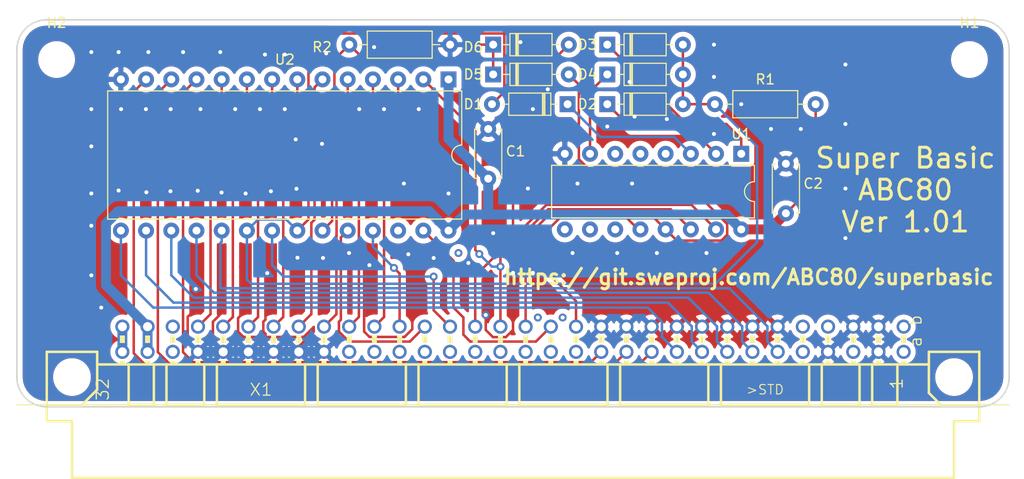
<source format=kicad_pcb>
(kicad_pcb (version 20171130) (host pcbnew 5.1.10-88a1d61d58~90~ubuntu20.04.1)

  (general
    (thickness 1.6)
    (drawings 10)
    (tracks 332)
    (zones 0)
    (modules 15)
    (nets 34)
  )

  (page A4)
  (title_block
    (title SuperBasic)
    (date 2021-07-31)
    (rev 1.01)
    (company SweProj.com)
  )

  (layers
    (0 F.Cu signal)
    (31 B.Cu signal)
    (32 B.Adhes user)
    (33 F.Adhes user)
    (34 B.Paste user)
    (35 F.Paste user)
    (36 B.SilkS user)
    (37 F.SilkS user)
    (38 B.Mask user)
    (39 F.Mask user)
    (40 Dwgs.User user)
    (41 Cmts.User user)
    (42 Eco1.User user)
    (43 Eco2.User user)
    (44 Edge.Cuts user)
    (45 Margin user)
    (46 B.CrtYd user)
    (47 F.CrtYd user)
    (48 B.Fab user)
    (49 F.Fab user)
  )

  (setup
    (last_trace_width 0.25)
    (trace_clearance 0.2)
    (zone_clearance 0.508)
    (zone_45_only no)
    (trace_min 0.2)
    (via_size 0.8)
    (via_drill 0.4)
    (via_min_size 0.4)
    (via_min_drill 0.3)
    (uvia_size 0.3)
    (uvia_drill 0.1)
    (uvias_allowed no)
    (uvia_min_size 0.2)
    (uvia_min_drill 0.1)
    (edge_width 0.05)
    (segment_width 0.2)
    (pcb_text_width 0.3)
    (pcb_text_size 1.5 1.5)
    (mod_edge_width 0.12)
    (mod_text_size 1 1)
    (mod_text_width 0.15)
    (pad_size 1.524 1.524)
    (pad_drill 0.762)
    (pad_to_mask_clearance 0)
    (aux_axis_origin 0 0)
    (grid_origin 139.65 100.15)
    (visible_elements FFFFFF7F)
    (pcbplotparams
      (layerselection 0x010fc_ffffffff)
      (usegerberextensions false)
      (usegerberattributes true)
      (usegerberadvancedattributes true)
      (creategerberjobfile true)
      (excludeedgelayer true)
      (linewidth 0.100000)
      (plotframeref false)
      (viasonmask false)
      (mode 1)
      (useauxorigin false)
      (hpglpennumber 1)
      (hpglpenspeed 20)
      (hpglpendiameter 15.000000)
      (psnegative false)
      (psa4output false)
      (plotreference true)
      (plotvalue true)
      (plotinvisibletext false)
      (padsonsilk false)
      (subtractmaskfromsilk false)
      (outputformat 1)
      (mirror false)
      (drillshape 1)
      (scaleselection 1)
      (outputdirectory ""))
  )

  (net 0 "")
  (net 1 GND)
  (net 2 +5V)
  (net 3 /~E_CE)
  (net 4 /Q_2)
  (net 5 /Q_1)
  (net 6 /Q_0)
  (net 7 /Q_7)
  (net 8 /A13)
  (net 9 /EA11)
  (net 10 /A11)
  (net 11 /A12)
  (net 12 /A15)
  (net 13 /A14)
  (net 14 /D2)
  (net 15 /D1)
  (net 16 /A8)
  (net 17 /D0)
  (net 18 /A9)
  (net 19 /A0)
  (net 20 /A1)
  (net 21 /A2)
  (net 22 /A10)
  (net 23 /A3)
  (net 24 /A4)
  (net 25 /D7)
  (net 26 /A5)
  (net 27 /D6)
  (net 28 /A6)
  (net 29 /D5)
  (net 30 /A7)
  (net 31 /D4)
  (net 32 /D3)
  (net 33 "Net-(X1-PadA32)")

  (net_class Default "This is the default net class."
    (clearance 0.2)
    (trace_width 0.25)
    (via_dia 0.8)
    (via_drill 0.4)
    (uvia_dia 0.3)
    (uvia_drill 0.1)
    (add_net +5V)
    (add_net /A0)
    (add_net /A1)
    (add_net /A10)
    (add_net /A11)
    (add_net /A12)
    (add_net /A13)
    (add_net /A14)
    (add_net /A15)
    (add_net /A2)
    (add_net /A3)
    (add_net /A4)
    (add_net /A5)
    (add_net /A6)
    (add_net /A7)
    (add_net /A8)
    (add_net /A9)
    (add_net /D0)
    (add_net /D1)
    (add_net /D2)
    (add_net /D3)
    (add_net /D4)
    (add_net /D5)
    (add_net /D6)
    (add_net /D7)
    (add_net /EA11)
    (add_net /Q_0)
    (add_net /Q_1)
    (add_net /Q_2)
    (add_net /Q_7)
    (add_net /~E_CE)
    (add_net GND)
    (add_net "Net-(X1-PadA32)")
  )

  (module MountingHole:MountingHole_2.7mm (layer F.Cu) (tedit 56D1B4CB) (tstamp 61058EBF)
    (at 86 72)
    (descr "Mounting Hole 2.7mm, no annular")
    (tags "mounting hole 2.7mm no annular")
    (path /614CB520)
    (attr virtual)
    (fp_text reference H2 (at 0 -3.7) (layer F.SilkS)
      (effects (font (size 1 1) (thickness 0.15)))
    )
    (fp_text value MountingHole (at 0 3.7) (layer F.Fab)
      (effects (font (size 1 1) (thickness 0.15)))
    )
    (fp_circle (center 0 0) (end 2.7 0) (layer Cmts.User) (width 0.15))
    (fp_circle (center 0 0) (end 2.95 0) (layer F.CrtYd) (width 0.05))
    (fp_text user %R (at 0.3 0) (layer F.Fab)
      (effects (font (size 1 1) (thickness 0.15)))
    )
    (pad 1 np_thru_hole circle (at 0 0) (size 2.7 2.7) (drill 2.7) (layers *.Cu *.Mask))
  )

  (module MountingHole:MountingHole_2.7mm (layer F.Cu) (tedit 56D1B4CB) (tstamp 61058EB7)
    (at 178 72)
    (descr "Mounting Hole 2.7mm, no annular")
    (tags "mounting hole 2.7mm no annular")
    (path /614CA70E)
    (attr virtual)
    (fp_text reference H1 (at 0 -3.7) (layer F.SilkS)
      (effects (font (size 1 1) (thickness 0.15)))
    )
    (fp_text value MountingHole (at 0 3.7) (layer F.Fab)
      (effects (font (size 1 1) (thickness 0.15)))
    )
    (fp_circle (center 0 0) (end 2.7 0) (layer Cmts.User) (width 0.15))
    (fp_circle (center 0 0) (end 2.95 0) (layer F.CrtYd) (width 0.05))
    (fp_text user %R (at 0.3 0) (layer F.Fab)
      (effects (font (size 1 1) (thickness 0.15)))
    )
    (pad 1 np_thru_hole circle (at 0 0) (size 2.7 2.7) (drill 2.7) (layers *.Cu *.Mask))
  )

  (module superbasic:MAB64B-FAB64Q (layer F.Cu) (tedit 0) (tstamp 61054939)
    (at 132 104 270)
    (descr "<b>DIN 41612 CONNECTOR</b>\n<p>\nMale, 64 pins, type B, rows ab, grid 2.54 mm<br />\nFemale, 64 bits, type Q, rows ab, grid 2.54 mm<br />\nB mates with Q, but pin numbers reversed\n</p>")
    (path /6104D632)
    (fp_text reference X1 (at 1.27 25.4) (layer F.SilkS)
      (effects (font (size 1.2065 1.2065) (thickness 0.12065)))
    )
    (fp_text value ABC-Bus (at 1.27 5.1054) (layer F.Fab)
      (effects (font (size 1.2065 1.2065) (thickness 0.12065)))
    )
    (fp_poly (pts (xy -4.191 39.624) (xy -3.429 39.624) (xy -3.429 39.116) (xy -4.191 39.116)) (layer F.SilkS) (width 0))
    (fp_poly (pts (xy -4.191 37.084) (xy -3.429 37.084) (xy -3.429 36.576) (xy -4.191 36.576)) (layer F.SilkS) (width 0))
    (fp_poly (pts (xy -4.191 34.544) (xy -3.429 34.544) (xy -3.429 34.036) (xy -4.191 34.036)) (layer F.SilkS) (width 0))
    (fp_poly (pts (xy -4.191 32.004) (xy -3.429 32.004) (xy -3.429 31.496) (xy -4.191 31.496)) (layer F.SilkS) (width 0))
    (fp_poly (pts (xy -4.191 29.464) (xy -3.429 29.464) (xy -3.429 28.956) (xy -4.191 28.956)) (layer F.SilkS) (width 0))
    (fp_poly (pts (xy -4.191 26.924) (xy -3.429 26.924) (xy -3.429 26.416) (xy -4.191 26.416)) (layer F.SilkS) (width 0))
    (fp_poly (pts (xy -4.191 24.384) (xy -3.429 24.384) (xy -3.429 23.876) (xy -4.191 23.876)) (layer F.SilkS) (width 0))
    (fp_poly (pts (xy -4.191 21.844) (xy -3.429 21.844) (xy -3.429 21.336) (xy -4.191 21.336)) (layer F.SilkS) (width 0))
    (fp_poly (pts (xy -4.191 19.304) (xy -3.429 19.304) (xy -3.429 18.796) (xy -4.191 18.796)) (layer F.SilkS) (width 0))
    (fp_poly (pts (xy -4.191 16.764) (xy -3.429 16.764) (xy -3.429 16.256) (xy -4.191 16.256)) (layer F.SilkS) (width 0))
    (fp_poly (pts (xy -4.191 14.224) (xy -3.429 14.224) (xy -3.429 13.716) (xy -4.191 13.716)) (layer F.SilkS) (width 0))
    (fp_poly (pts (xy -4.191 11.684) (xy -3.429 11.684) (xy -3.429 11.176) (xy -4.191 11.176)) (layer F.SilkS) (width 0))
    (fp_poly (pts (xy -4.191 9.144) (xy -3.429 9.144) (xy -3.429 8.636) (xy -4.191 8.636)) (layer F.SilkS) (width 0))
    (fp_poly (pts (xy -4.191 6.604) (xy -3.429 6.604) (xy -3.429 6.096) (xy -4.191 6.096)) (layer F.SilkS) (width 0))
    (fp_poly (pts (xy -4.191 4.064) (xy -3.429 4.064) (xy -3.429 3.556) (xy -4.191 3.556)) (layer F.SilkS) (width 0))
    (fp_poly (pts (xy -4.191 1.524) (xy -3.429 1.524) (xy -3.429 1.016) (xy -4.191 1.016)) (layer F.SilkS) (width 0))
    (fp_poly (pts (xy -4.191 -1.016) (xy -3.429 -1.016) (xy -3.429 -1.524) (xy -4.191 -1.524)) (layer F.SilkS) (width 0))
    (fp_poly (pts (xy -4.191 -3.556) (xy -3.429 -3.556) (xy -3.429 -4.064) (xy -4.191 -4.064)) (layer F.SilkS) (width 0))
    (fp_poly (pts (xy -4.191 -6.096) (xy -3.429 -6.096) (xy -3.429 -6.604) (xy -4.191 -6.604)) (layer F.SilkS) (width 0))
    (fp_poly (pts (xy -4.191 -8.636) (xy -3.429 -8.636) (xy -3.429 -9.144) (xy -4.191 -9.144)) (layer F.SilkS) (width 0))
    (fp_poly (pts (xy -4.191 -11.176) (xy -3.429 -11.176) (xy -3.429 -11.684) (xy -4.191 -11.684)) (layer F.SilkS) (width 0))
    (fp_poly (pts (xy -4.191 -13.716) (xy -3.429 -13.716) (xy -3.429 -14.224) (xy -4.191 -14.224)) (layer F.SilkS) (width 0))
    (fp_poly (pts (xy -4.191 -16.256) (xy -3.429 -16.256) (xy -3.429 -16.764) (xy -4.191 -16.764)) (layer F.SilkS) (width 0))
    (fp_poly (pts (xy -4.191 -18.796) (xy -3.429 -18.796) (xy -3.429 -19.304) (xy -4.191 -19.304)) (layer F.SilkS) (width 0))
    (fp_poly (pts (xy -4.191 -21.336) (xy -3.429 -21.336) (xy -3.429 -21.844) (xy -4.191 -21.844)) (layer F.SilkS) (width 0))
    (fp_poly (pts (xy -4.191 -23.876) (xy -3.429 -23.876) (xy -3.429 -24.384) (xy -4.191 -24.384)) (layer F.SilkS) (width 0))
    (fp_poly (pts (xy -4.191 -26.416) (xy -3.429 -26.416) (xy -3.429 -26.924) (xy -4.191 -26.924)) (layer F.SilkS) (width 0))
    (fp_poly (pts (xy -4.191 -28.956) (xy -3.429 -28.956) (xy -3.429 -29.464) (xy -4.191 -29.464)) (layer F.SilkS) (width 0))
    (fp_poly (pts (xy -4.191 -31.496) (xy -3.429 -31.496) (xy -3.429 -32.004) (xy -4.191 -32.004)) (layer F.SilkS) (width 0))
    (fp_poly (pts (xy -4.191 -34.036) (xy -3.429 -34.036) (xy -3.429 -34.544) (xy -4.191 -34.544)) (layer F.SilkS) (width 0))
    (fp_poly (pts (xy -4.191 -36.576) (xy -3.429 -36.576) (xy -3.429 -37.084) (xy -4.191 -37.084)) (layer F.SilkS) (width 0))
    (fp_poly (pts (xy -4.191 -39.116) (xy -3.429 -39.116) (xy -3.429 -39.624) (xy -4.191 -39.624)) (layer F.SilkS) (width 0))
    (fp_poly (pts (xy -5.334 39.624) (xy -4.191 39.624) (xy -4.191 39.116) (xy -5.334 39.116)) (layer F.Fab) (width 0))
    (fp_poly (pts (xy -1.651 39.624) (xy -1.27 39.624) (xy -1.27 39.116) (xy -1.651 39.116)) (layer F.SilkS) (width 0))
    (fp_poly (pts (xy -3.429 39.624) (xy -1.651 39.624) (xy -1.651 39.116) (xy -3.429 39.116)) (layer F.Fab) (width 0))
    (fp_poly (pts (xy -1.651 37.084) (xy -1.27 37.084) (xy -1.27 36.576) (xy -1.651 36.576)) (layer F.SilkS) (width 0))
    (fp_poly (pts (xy -3.429 37.084) (xy -1.651 37.084) (xy -1.651 36.576) (xy -3.429 36.576)) (layer F.Fab) (width 0))
    (fp_poly (pts (xy -5.334 37.084) (xy -4.191 37.084) (xy -4.191 36.576) (xy -5.334 36.576)) (layer F.Fab) (width 0))
    (fp_poly (pts (xy -5.334 34.544) (xy -4.191 34.544) (xy -4.191 34.036) (xy -5.334 34.036)) (layer F.Fab) (width 0))
    (fp_poly (pts (xy -3.429 34.544) (xy -1.651 34.544) (xy -1.651 34.036) (xy -3.429 34.036)) (layer F.Fab) (width 0))
    (fp_poly (pts (xy -1.651 34.544) (xy -1.27 34.544) (xy -1.27 34.036) (xy -1.651 34.036)) (layer F.SilkS) (width 0))
    (fp_poly (pts (xy -1.651 32.004) (xy -1.27 32.004) (xy -1.27 31.496) (xy -1.651 31.496)) (layer F.SilkS) (width 0))
    (fp_poly (pts (xy -3.429 32.004) (xy -1.651 32.004) (xy -1.651 31.496) (xy -3.429 31.496)) (layer F.Fab) (width 0))
    (fp_poly (pts (xy -5.334 32.004) (xy -4.191 32.004) (xy -4.191 31.496) (xy -5.334 31.496)) (layer F.Fab) (width 0))
    (fp_poly (pts (xy -5.334 29.464) (xy -4.191 29.464) (xy -4.191 28.956) (xy -5.334 28.956)) (layer F.Fab) (width 0))
    (fp_poly (pts (xy -1.651 29.464) (xy -1.27 29.464) (xy -1.27 28.956) (xy -1.651 28.956)) (layer F.SilkS) (width 0))
    (fp_poly (pts (xy -3.429 29.464) (xy -1.651 29.464) (xy -1.651 28.956) (xy -3.429 28.956)) (layer F.Fab) (width 0))
    (fp_poly (pts (xy -5.334 26.924) (xy -4.191 26.924) (xy -4.191 26.416) (xy -5.334 26.416)) (layer F.Fab) (width 0))
    (fp_poly (pts (xy -1.651 26.924) (xy -1.27 26.924) (xy -1.27 26.416) (xy -1.651 26.416)) (layer F.SilkS) (width 0))
    (fp_poly (pts (xy -3.429 26.924) (xy -1.651 26.924) (xy -1.651 26.416) (xy -3.429 26.416)) (layer F.Fab) (width 0))
    (fp_poly (pts (xy -5.334 24.384) (xy -4.191 24.384) (xy -4.191 23.876) (xy -5.334 23.876)) (layer F.Fab) (width 0))
    (fp_poly (pts (xy -1.651 24.384) (xy -1.27 24.384) (xy -1.27 23.876) (xy -1.651 23.876)) (layer F.SilkS) (width 0))
    (fp_poly (pts (xy -3.429 24.384) (xy -1.651 24.384) (xy -1.651 23.876) (xy -3.429 23.876)) (layer F.Fab) (width 0))
    (fp_poly (pts (xy -1.651 21.844) (xy -1.27 21.844) (xy -1.27 21.336) (xy -1.651 21.336)) (layer F.SilkS) (width 0))
    (fp_poly (pts (xy -3.429 21.844) (xy -1.651 21.844) (xy -1.651 21.336) (xy -3.429 21.336)) (layer F.Fab) (width 0))
    (fp_poly (pts (xy -5.334 21.844) (xy -4.191 21.844) (xy -4.191 21.336) (xy -5.334 21.336)) (layer F.Fab) (width 0))
    (fp_poly (pts (xy -5.334 19.304) (xy -4.191 19.304) (xy -4.191 18.796) (xy -5.334 18.796)) (layer F.Fab) (width 0))
    (fp_poly (pts (xy -1.651 19.304) (xy -1.27 19.304) (xy -1.27 18.796) (xy -1.651 18.796)) (layer F.SilkS) (width 0))
    (fp_poly (pts (xy -3.429 19.304) (xy -1.651 19.304) (xy -1.651 18.796) (xy -3.429 18.796)) (layer F.Fab) (width 0))
    (fp_poly (pts (xy -5.334 14.224) (xy -4.191 14.224) (xy -4.191 13.716) (xy -5.334 13.716)) (layer F.Fab) (width 0))
    (fp_poly (pts (xy -3.429 14.224) (xy -1.651 14.224) (xy -1.651 13.716) (xy -3.429 13.716)) (layer F.Fab) (width 0))
    (fp_poly (pts (xy -5.334 16.764) (xy -4.191 16.764) (xy -4.191 16.256) (xy -5.334 16.256)) (layer F.Fab) (width 0))
    (fp_poly (pts (xy -1.651 16.764) (xy -1.27 16.764) (xy -1.27 16.256) (xy -1.651 16.256)) (layer F.SilkS) (width 0))
    (fp_poly (pts (xy -3.429 16.764) (xy -1.651 16.764) (xy -1.651 16.256) (xy -3.429 16.256)) (layer F.Fab) (width 0))
    (fp_poly (pts (xy -5.334 11.684) (xy -4.191 11.684) (xy -4.191 11.176) (xy -5.334 11.176)) (layer F.Fab) (width 0))
    (fp_poly (pts (xy -3.429 11.684) (xy -1.651 11.684) (xy -1.651 11.176) (xy -3.429 11.176)) (layer F.Fab) (width 0))
    (fp_poly (pts (xy -1.651 14.224) (xy -1.27 14.224) (xy -1.27 13.716) (xy -1.651 13.716)) (layer F.SilkS) (width 0))
    (fp_poly (pts (xy -1.651 11.684) (xy -1.27 11.684) (xy -1.27 11.176) (xy -1.651 11.176)) (layer F.SilkS) (width 0))
    (fp_poly (pts (xy -1.651 9.144) (xy -1.27 9.144) (xy -1.27 8.636) (xy -1.651 8.636)) (layer F.SilkS) (width 0))
    (fp_poly (pts (xy -3.429 9.144) (xy -1.651 9.144) (xy -1.651 8.636) (xy -3.429 8.636)) (layer F.Fab) (width 0))
    (fp_poly (pts (xy -5.334 9.144) (xy -4.191 9.144) (xy -4.191 8.636) (xy -5.334 8.636)) (layer F.Fab) (width 0))
    (fp_poly (pts (xy -5.334 6.604) (xy -4.191 6.604) (xy -4.191 6.096) (xy -5.334 6.096)) (layer F.Fab) (width 0))
    (fp_poly (pts (xy -1.651 6.604) (xy -1.27 6.604) (xy -1.27 6.096) (xy -1.651 6.096)) (layer F.SilkS) (width 0))
    (fp_poly (pts (xy -3.429 6.604) (xy -1.651 6.604) (xy -1.651 6.096) (xy -3.429 6.096)) (layer F.Fab) (width 0))
    (fp_poly (pts (xy -5.334 4.064) (xy -4.191 4.064) (xy -4.191 3.556) (xy -5.334 3.556)) (layer F.Fab) (width 0))
    (fp_poly (pts (xy -3.429 4.064) (xy -1.651 4.064) (xy -1.651 3.556) (xy -3.429 3.556)) (layer F.Fab) (width 0))
    (fp_poly (pts (xy -1.651 4.064) (xy -1.27 4.064) (xy -1.27 3.556) (xy -1.651 3.556)) (layer F.SilkS) (width 0))
    (fp_poly (pts (xy -5.334 1.524) (xy -4.191 1.524) (xy -4.191 1.016) (xy -5.334 1.016)) (layer F.Fab) (width 0))
    (fp_poly (pts (xy -3.429 1.524) (xy -1.651 1.524) (xy -1.651 1.016) (xy -3.429 1.016)) (layer F.Fab) (width 0))
    (fp_poly (pts (xy -1.651 1.524) (xy -1.27 1.524) (xy -1.27 1.016) (xy -1.651 1.016)) (layer F.SilkS) (width 0))
    (fp_poly (pts (xy -1.651 -1.016) (xy -1.27 -1.016) (xy -1.27 -1.524) (xy -1.651 -1.524)) (layer F.SilkS) (width 0))
    (fp_poly (pts (xy -3.429 -1.016) (xy -1.651 -1.016) (xy -1.651 -1.524) (xy -3.429 -1.524)) (layer F.Fab) (width 0))
    (fp_poly (pts (xy -5.334 -1.016) (xy -4.191 -1.016) (xy -4.191 -1.524) (xy -5.334 -1.524)) (layer F.Fab) (width 0))
    (fp_poly (pts (xy -5.334 -3.556) (xy -4.191 -3.556) (xy -4.191 -4.064) (xy -5.334 -4.064)) (layer F.Fab) (width 0))
    (fp_poly (pts (xy -1.651 -3.556) (xy -1.27 -3.556) (xy -1.27 -4.064) (xy -1.651 -4.064)) (layer F.SilkS) (width 0))
    (fp_poly (pts (xy -1.651 -6.096) (xy -1.27 -6.096) (xy -1.27 -6.604) (xy -1.651 -6.604)) (layer F.SilkS) (width 0))
    (fp_poly (pts (xy -3.429 -3.556) (xy -1.651 -3.556) (xy -1.651 -4.064) (xy -3.429 -4.064)) (layer F.Fab) (width 0))
    (fp_poly (pts (xy -3.429 -6.096) (xy -1.651 -6.096) (xy -1.651 -6.604) (xy -3.429 -6.604)) (layer F.Fab) (width 0))
    (fp_poly (pts (xy -5.334 -6.096) (xy -4.191 -6.096) (xy -4.191 -6.604) (xy -5.334 -6.604)) (layer F.Fab) (width 0))
    (fp_poly (pts (xy -5.334 -8.636) (xy -4.191 -8.636) (xy -4.191 -9.144) (xy -5.334 -9.144)) (layer F.Fab) (width 0))
    (fp_poly (pts (xy -5.334 -11.176) (xy -4.191 -11.176) (xy -4.191 -11.684) (xy -5.334 -11.684)) (layer F.Fab) (width 0))
    (fp_poly (pts (xy -1.651 -8.636) (xy -1.27 -8.636) (xy -1.27 -9.144) (xy -1.651 -9.144)) (layer F.SilkS) (width 0))
    (fp_poly (pts (xy -1.651 -11.176) (xy -1.27 -11.176) (xy -1.27 -11.684) (xy -1.651 -11.684)) (layer F.SilkS) (width 0))
    (fp_poly (pts (xy -3.429 -8.636) (xy -1.651 -8.636) (xy -1.651 -9.144) (xy -3.429 -9.144)) (layer F.Fab) (width 0))
    (fp_poly (pts (xy -3.429 -11.176) (xy -1.651 -11.176) (xy -1.651 -11.684) (xy -3.429 -11.684)) (layer F.Fab) (width 0))
    (fp_poly (pts (xy -1.651 -13.716) (xy -1.27 -13.716) (xy -1.27 -14.224) (xy -1.651 -14.224)) (layer F.SilkS) (width 0))
    (fp_poly (pts (xy -3.429 -13.716) (xy -1.651 -13.716) (xy -1.651 -14.224) (xy -3.429 -14.224)) (layer F.Fab) (width 0))
    (fp_poly (pts (xy -5.334 -13.716) (xy -4.191 -13.716) (xy -4.191 -14.224) (xy -5.334 -14.224)) (layer F.Fab) (width 0))
    (fp_poly (pts (xy -5.334 -16.256) (xy -4.191 -16.256) (xy -4.191 -16.764) (xy -5.334 -16.764)) (layer F.Fab) (width 0))
    (fp_poly (pts (xy -3.429 -16.256) (xy -1.651 -16.256) (xy -1.651 -16.764) (xy -3.429 -16.764)) (layer F.Fab) (width 0))
    (fp_poly (pts (xy -1.651 -16.256) (xy -1.27 -16.256) (xy -1.27 -16.764) (xy -1.651 -16.764)) (layer F.SilkS) (width 0))
    (fp_poly (pts (xy -5.334 -18.796) (xy -4.191 -18.796) (xy -4.191 -19.304) (xy -5.334 -19.304)) (layer F.Fab) (width 0))
    (fp_poly (pts (xy -1.651 -18.796) (xy -1.27 -18.796) (xy -1.27 -19.304) (xy -1.651 -19.304)) (layer F.SilkS) (width 0))
    (fp_poly (pts (xy -3.429 -18.796) (xy -1.651 -18.796) (xy -1.651 -19.304) (xy -3.429 -19.304)) (layer F.Fab) (width 0))
    (fp_poly (pts (xy -5.334 -21.336) (xy -4.191 -21.336) (xy -4.191 -21.844) (xy -5.334 -21.844)) (layer F.Fab) (width 0))
    (fp_poly (pts (xy -1.651 -21.336) (xy -1.27 -21.336) (xy -1.27 -21.844) (xy -1.651 -21.844)) (layer F.SilkS) (width 0))
    (fp_poly (pts (xy -3.429 -21.336) (xy -1.651 -21.336) (xy -1.651 -21.844) (xy -3.429 -21.844)) (layer F.Fab) (width 0))
    (fp_poly (pts (xy -3.429 -23.876) (xy -1.651 -23.876) (xy -1.651 -24.384) (xy -3.429 -24.384)) (layer F.Fab) (width 0))
    (fp_poly (pts (xy -1.651 -23.876) (xy -1.27 -23.876) (xy -1.27 -24.384) (xy -1.651 -24.384)) (layer F.SilkS) (width 0))
    (fp_poly (pts (xy -5.334 -23.876) (xy -4.191 -23.876) (xy -4.191 -24.384) (xy -5.334 -24.384)) (layer F.Fab) (width 0))
    (fp_poly (pts (xy -5.334 -26.416) (xy -4.191 -26.416) (xy -4.191 -26.924) (xy -5.334 -26.924)) (layer F.Fab) (width 0))
    (fp_poly (pts (xy -5.334 -28.956) (xy -4.191 -28.956) (xy -4.191 -29.464) (xy -5.334 -29.464)) (layer F.Fab) (width 0))
    (fp_poly (pts (xy -3.429 -26.416) (xy -1.651 -26.416) (xy -1.651 -26.924) (xy -3.429 -26.924)) (layer F.Fab) (width 0))
    (fp_poly (pts (xy -3.429 -28.956) (xy -1.651 -28.956) (xy -1.651 -29.464) (xy -3.429 -29.464)) (layer F.Fab) (width 0))
    (fp_poly (pts (xy -1.651 -26.416) (xy -1.27 -26.416) (xy -1.27 -26.924) (xy -1.651 -26.924)) (layer F.SilkS) (width 0))
    (fp_poly (pts (xy -1.651 -28.956) (xy -1.27 -28.956) (xy -1.27 -29.464) (xy -1.651 -29.464)) (layer F.SilkS) (width 0))
    (fp_poly (pts (xy -5.334 -31.496) (xy -4.191 -31.496) (xy -4.191 -32.004) (xy -5.334 -32.004)) (layer F.Fab) (width 0))
    (fp_poly (pts (xy -3.429 -31.496) (xy -1.651 -31.496) (xy -1.651 -32.004) (xy -3.429 -32.004)) (layer F.Fab) (width 0))
    (fp_poly (pts (xy -1.651 -31.496) (xy -1.27 -31.496) (xy -1.27 -32.004) (xy -1.651 -32.004)) (layer F.SilkS) (width 0))
    (fp_poly (pts (xy -3.429 -34.036) (xy -1.651 -34.036) (xy -1.651 -34.544) (xy -3.429 -34.544)) (layer F.Fab) (width 0))
    (fp_poly (pts (xy -1.651 -34.036) (xy -1.27 -34.036) (xy -1.27 -34.544) (xy -1.651 -34.544)) (layer F.SilkS) (width 0))
    (fp_poly (pts (xy -5.334 -34.036) (xy -4.191 -34.036) (xy -4.191 -34.544) (xy -5.334 -34.544)) (layer F.Fab) (width 0))
    (fp_poly (pts (xy -5.334 -36.576) (xy -4.191 -36.576) (xy -4.191 -37.084) (xy -5.334 -37.084)) (layer F.Fab) (width 0))
    (fp_poly (pts (xy -3.429 -36.576) (xy -1.651 -36.576) (xy -1.651 -37.084) (xy -3.429 -37.084)) (layer F.Fab) (width 0))
    (fp_poly (pts (xy -1.651 -36.576) (xy -1.27 -36.576) (xy -1.27 -37.084) (xy -1.651 -37.084)) (layer F.SilkS) (width 0))
    (fp_poly (pts (xy -5.334 -39.116) (xy -4.191 -39.116) (xy -4.191 -39.624) (xy -5.334 -39.624)) (layer F.Fab) (width 0))
    (fp_poly (pts (xy -3.429 -39.116) (xy -1.651 -39.116) (xy -1.651 -39.624) (xy -3.429 -39.624)) (layer F.Fab) (width 0))
    (fp_poly (pts (xy -1.651 -39.116) (xy -1.27 -39.116) (xy -1.27 -39.624) (xy -1.651 -39.624)) (layer F.SilkS) (width 0))
    (fp_circle (center 0 44.45) (end 1.27 44.45) (layer F.SilkS) (width 0.254))
    (fp_circle (center 0 -44.45) (end 1.27 -44.45) (layer F.SilkS) (width 0.254))
    (fp_line (start 2.794 50.0126) (end 2.794 -50.0126) (layer F.SilkS) (width 0.12))
    (fp_line (start -1.27 38.735) (end -1.27 41.91) (layer F.SilkS) (width 0.254))
    (fp_line (start 2.794 38.735) (end -1.27 38.735) (layer F.SilkS) (width 0.254))
    (fp_line (start -1.27 36.195) (end -1.27 38.735) (layer F.SilkS) (width 0.254))
    (fp_line (start 2.794 36.195) (end 2.794 38.735) (layer F.SilkS) (width 0.254))
    (fp_line (start 2.794 36.195) (end -1.27 36.195) (layer F.SilkS) (width 0.254))
    (fp_line (start -1.27 34.925) (end -1.27 36.195) (layer F.SilkS) (width 0.254))
    (fp_line (start 2.794 34.925) (end -1.27 34.925) (layer F.SilkS) (width 0.254))
    (fp_line (start -1.27 31.115) (end -1.27 34.925) (layer F.SilkS) (width 0.254))
    (fp_line (start 2.794 31.115) (end 2.794 34.925) (layer F.SilkS) (width 0.254))
    (fp_line (start 2.794 31.115) (end -1.27 31.115) (layer F.SilkS) (width 0.254))
    (fp_line (start -1.27 29.845) (end -1.27 31.115) (layer F.SilkS) (width 0.254))
    (fp_line (start 2.794 29.845) (end -1.27 29.845) (layer F.SilkS) (width 0.254))
    (fp_line (start -1.27 20.955) (end -1.27 29.845) (layer F.SilkS) (width 0.254))
    (fp_line (start 2.794 20.955) (end 2.794 29.845) (layer F.SilkS) (width 0.254))
    (fp_line (start 2.794 20.955) (end -1.27 20.955) (layer F.SilkS) (width 0.254))
    (fp_line (start -1.27 19.685) (end -1.27 20.955) (layer F.SilkS) (width 0.254))
    (fp_line (start 2.794 19.685) (end -1.27 19.685) (layer F.SilkS) (width 0.254))
    (fp_line (start -1.27 10.795) (end -1.27 19.685) (layer F.SilkS) (width 0.254))
    (fp_line (start 2.794 10.795) (end 2.794 19.685) (layer F.SilkS) (width 0.254))
    (fp_line (start 2.794 10.795) (end -1.27 10.795) (layer F.SilkS) (width 0.254))
    (fp_line (start -1.27 9.525) (end -1.27 10.795) (layer F.SilkS) (width 0.254))
    (fp_line (start 2.794 9.525) (end -1.27 9.525) (layer F.SilkS) (width 0.254))
    (fp_line (start -1.27 0.635) (end -1.27 9.525) (layer F.SilkS) (width 0.254))
    (fp_line (start 2.794 0.635) (end 2.794 9.525) (layer F.SilkS) (width 0.254))
    (fp_line (start 2.794 0.635) (end -1.27 0.635) (layer F.SilkS) (width 0.254))
    (fp_line (start -1.27 -0.635) (end -1.27 0.635) (layer F.SilkS) (width 0.254))
    (fp_line (start 2.794 -0.635) (end -1.27 -0.635) (layer F.SilkS) (width 0.254))
    (fp_line (start -1.27 -9.525) (end -1.27 -0.635) (layer F.SilkS) (width 0.254))
    (fp_line (start 2.794 -9.525) (end 2.794 -0.635) (layer F.SilkS) (width 0.254))
    (fp_line (start 2.794 -9.525) (end -1.27 -9.525) (layer F.SilkS) (width 0.254))
    (fp_line (start -1.27 -10.795) (end -1.27 -9.525) (layer F.SilkS) (width 0.254))
    (fp_line (start 2.794 -10.795) (end -1.27 -10.795) (layer F.SilkS) (width 0.254))
    (fp_line (start -1.27 -19.685) (end -1.27 -10.795) (layer F.SilkS) (width 0.254))
    (fp_line (start 2.794 -19.685) (end 2.794 -10.795) (layer F.SilkS) (width 0.254))
    (fp_line (start 2.794 -19.685) (end -1.27 -19.685) (layer F.SilkS) (width 0.254))
    (fp_line (start -1.27 -20.955) (end -1.27 -19.685) (layer F.SilkS) (width 0.254))
    (fp_line (start 2.794 -20.955) (end -1.27 -20.955) (layer F.SilkS) (width 0.254))
    (fp_line (start -1.27 -29.845) (end -1.27 -20.955) (layer F.SilkS) (width 0.254))
    (fp_line (start 2.794 -29.845) (end 2.794 -20.955) (layer F.SilkS) (width 0.254))
    (fp_line (start 2.794 -29.845) (end -1.27 -29.845) (layer F.SilkS) (width 0.254))
    (fp_line (start -1.27 -31.115) (end -1.27 -29.845) (layer F.SilkS) (width 0.254))
    (fp_line (start 2.794 -31.115) (end -1.27 -31.115) (layer F.SilkS) (width 0.254))
    (fp_line (start -1.27 -34.925) (end -1.27 -31.115) (layer F.SilkS) (width 0.254))
    (fp_line (start 2.794 -34.925) (end 2.794 -31.115) (layer F.SilkS) (width 0.254))
    (fp_line (start 2.794 -34.925) (end -1.27 -34.925) (layer F.SilkS) (width 0.254))
    (fp_line (start -1.27 -36.195) (end -1.27 -34.925) (layer F.SilkS) (width 0.254))
    (fp_line (start 2.794 -36.195) (end -1.27 -36.195) (layer F.SilkS) (width 0.254))
    (fp_line (start -1.27 -38.735) (end -1.27 -36.195) (layer F.SilkS) (width 0.254))
    (fp_line (start 2.794 -38.735) (end -1.27 -38.735) (layer F.SilkS) (width 0.254))
    (fp_line (start 2.794 -38.735) (end 2.794 -36.195) (layer F.SilkS) (width 0.254))
    (fp_line (start -1.27 -41.91) (end -1.27 -38.735) (layer F.SilkS) (width 0.254))
    (fp_line (start -1.27 41.91) (end 1.27 41.91) (layer F.SilkS) (width 0.254))
    (fp_line (start -2.54 41.91) (end -1.27 41.91) (layer F.SilkS) (width 0.254))
    (fp_line (start -2.54 41.91) (end -2.54 46.99) (layer F.SilkS) (width 0.254))
    (fp_line (start 2.8702 43.5102) (end 2.8702 46.99) (layer F.SilkS) (width 0.254))
    (fp_line (start 2.8702 43.5102) (end 1.27 41.91) (layer F.SilkS) (width 0.254))
    (fp_line (start 2.8702 46.99) (end 4.445 46.99) (layer F.SilkS) (width 0.254))
    (fp_line (start -2.54 46.99) (end 2.8702 46.99) (layer F.SilkS) (width 0.254))
    (fp_line (start 2.8702 -43.18) (end 2.8702 -46.99) (layer F.SilkS) (width 0.254))
    (fp_line (start 1.6002 -41.91) (end 2.8702 -43.18) (layer F.SilkS) (width 0.254))
    (fp_line (start 2.8702 -46.99) (end -2.54 -46.99) (layer F.SilkS) (width 0.254))
    (fp_line (start 4.445 -46.99) (end 2.8702 -46.99) (layer F.SilkS) (width 0.254))
    (fp_line (start -1.27 -41.91) (end 1.6002 -41.91) (layer F.SilkS) (width 0.254))
    (fp_line (start -2.54 -41.91) (end -1.27 -41.91) (layer F.SilkS) (width 0.254))
    (fp_line (start -2.54 -46.99) (end -2.54 -41.91) (layer F.SilkS) (width 0.254))
    (fp_line (start 4.445 -44.45) (end 4.445 -46.99) (layer F.SilkS) (width 0.254))
    (fp_line (start 10.16 -44.45) (end 4.445 -44.45) (layer F.SilkS) (width 0.254))
    (fp_line (start 10.16 44.45) (end 10.16 -44.45) (layer F.SilkS) (width 0.254))
    (fp_line (start 4.445 44.45) (end 10.16 44.45) (layer F.SilkS) (width 0.254))
    (fp_line (start 4.445 46.99) (end 4.445 44.45) (layer F.SilkS) (width 0.254))
    (fp_text user >STD (at 1.27 -25.4) (layer F.SilkS)
      (effects (font (size 0.9652 0.9652) (thickness 0.1016)))
    )
    (fp_text user 32 (at 0 40.64 90) (layer F.SilkS)
      (effects (font (size 1.2065 1.2065) (thickness 0.127)) (justify right bottom))
    )
    (fp_text user b (at -6.35 -41.275 90) (layer F.SilkS)
      (effects (font (size 1.2065 1.2065) (thickness 0.127)) (justify right bottom))
    )
    (fp_text user 1 (at 0 -39.37 90) (layer F.SilkS)
      (effects (font (size 1.2065 1.2065) (thickness 0.127)) (justify right bottom))
    )
    (fp_text user a (at -4.191 -41.275 90) (layer F.SilkS)
      (effects (font (size 1.2065 1.2065) (thickness 0.127)) (justify right bottom))
    )
    (pad "" np_thru_hole circle (at 0 44.45 270) (size 2.794 2.794) (drill 2.794) (layers *.Cu *.Mask))
    (pad "" np_thru_hole circle (at 0 -44.45 270) (size 2.794 2.794) (drill 2.794) (layers *.Cu *.Mask))
    (pad B32 thru_hole circle (at -5.08 39.37 270) (size 1.4224 1.4224) (drill 0.9144) (layers *.Cu *.Mask)
      (net 33 "Net-(X1-PadA32)") (solder_mask_margin 0.1016))
    (pad B31 thru_hole circle (at -5.08 36.83 270) (size 1.4224 1.4224) (drill 0.9144) (layers *.Cu *.Mask)
      (net 2 +5V) (solder_mask_margin 0.1016))
    (pad B30 thru_hole circle (at -5.08 34.29 270) (size 1.4224 1.4224) (drill 0.9144) (layers *.Cu *.Mask)
      (solder_mask_margin 0.1016))
    (pad B29 thru_hole circle (at -5.08 31.75 270) (size 1.4224 1.4224) (drill 0.9144) (layers *.Cu *.Mask)
      (net 19 /A0) (solder_mask_margin 0.1016))
    (pad B28 thru_hole circle (at -5.08 29.21 270) (size 1.4224 1.4224) (drill 0.9144) (layers *.Cu *.Mask)
      (net 20 /A1) (solder_mask_margin 0.1016))
    (pad B27 thru_hole circle (at -5.08 26.67 270) (size 1.4224 1.4224) (drill 0.9144) (layers *.Cu *.Mask)
      (net 21 /A2) (solder_mask_margin 0.1016))
    (pad B26 thru_hole circle (at -5.08 24.13 270) (size 1.4224 1.4224) (drill 0.9144) (layers *.Cu *.Mask)
      (net 23 /A3) (solder_mask_margin 0.1016))
    (pad B25 thru_hole circle (at -5.08 21.59 270) (size 1.4224 1.4224) (drill 0.9144) (layers *.Cu *.Mask)
      (net 24 /A4) (solder_mask_margin 0.1016))
    (pad B24 thru_hole circle (at -5.08 19.05 270) (size 1.4224 1.4224) (drill 0.9144) (layers *.Cu *.Mask)
      (net 26 /A5) (solder_mask_margin 0.1016))
    (pad B23 thru_hole circle (at -5.08 16.51 270) (size 1.4224 1.4224) (drill 0.9144) (layers *.Cu *.Mask)
      (net 28 /A6) (solder_mask_margin 0.1016))
    (pad B22 thru_hole circle (at -5.08 13.97 270) (size 1.4224 1.4224) (drill 0.9144) (layers *.Cu *.Mask)
      (net 30 /A7) (solder_mask_margin 0.1016))
    (pad B21 thru_hole circle (at -5.08 11.43 270) (size 1.4224 1.4224) (drill 0.9144) (layers *.Cu *.Mask)
      (net 16 /A8) (solder_mask_margin 0.1016))
    (pad B20 thru_hole circle (at -5.08 8.89 270) (size 1.4224 1.4224) (drill 0.9144) (layers *.Cu *.Mask)
      (net 18 /A9) (solder_mask_margin 0.1016))
    (pad B19 thru_hole circle (at -5.08 6.35 270) (size 1.4224 1.4224) (drill 0.9144) (layers *.Cu *.Mask)
      (net 22 /A10) (solder_mask_margin 0.1016))
    (pad B18 thru_hole circle (at -5.08 3.81 270) (size 1.4224 1.4224) (drill 0.9144) (layers *.Cu *.Mask)
      (net 10 /A11) (solder_mask_margin 0.1016))
    (pad B17 thru_hole circle (at -5.08 1.27 270) (size 1.4224 1.4224) (drill 0.9144) (layers *.Cu *.Mask)
      (net 11 /A12) (solder_mask_margin 0.1016))
    (pad B16 thru_hole circle (at -5.08 -1.27 270) (size 1.4224 1.4224) (drill 0.9144) (layers *.Cu *.Mask)
      (net 8 /A13) (solder_mask_margin 0.1016))
    (pad B15 thru_hole circle (at -5.08 -3.81 270) (size 1.4224 1.4224) (drill 0.9144) (layers *.Cu *.Mask)
      (net 13 /A14) (solder_mask_margin 0.1016))
    (pad B14 thru_hole circle (at -5.08 -6.35 270) (size 1.4224 1.4224) (drill 0.9144) (layers *.Cu *.Mask)
      (net 12 /A15) (solder_mask_margin 0.1016))
    (pad B13 thru_hole circle (at -5.08 -8.89 270) (size 1.4224 1.4224) (drill 0.9144) (layers *.Cu *.Mask)
      (net 1 GND) (solder_mask_margin 0.1016))
    (pad B12 thru_hole circle (at -5.08 -11.43 270) (size 1.4224 1.4224) (drill 0.9144) (layers *.Cu *.Mask)
      (net 1 GND) (solder_mask_margin 0.1016))
    (pad B11 thru_hole circle (at -5.08 -13.97 270) (size 1.4224 1.4224) (drill 0.9144) (layers *.Cu *.Mask)
      (net 1 GND) (solder_mask_margin 0.1016))
    (pad B10 thru_hole circle (at -5.08 -16.51 270) (size 1.4224 1.4224) (drill 0.9144) (layers *.Cu *.Mask)
      (net 1 GND) (solder_mask_margin 0.1016))
    (pad B9 thru_hole circle (at -5.08 -19.05 270) (size 1.4224 1.4224) (drill 0.9144) (layers *.Cu *.Mask)
      (net 1 GND) (solder_mask_margin 0.1016))
    (pad B8 thru_hole circle (at -5.08 -21.59 270) (size 1.4224 1.4224) (drill 0.9144) (layers *.Cu *.Mask)
      (net 1 GND) (solder_mask_margin 0.1016))
    (pad B7 thru_hole circle (at -5.08 -24.13 270) (size 1.4224 1.4224) (drill 0.9144) (layers *.Cu *.Mask)
      (net 1 GND) (solder_mask_margin 0.1016))
    (pad B6 thru_hole circle (at -5.08 -26.67 270) (size 1.4224 1.4224) (drill 0.9144) (layers *.Cu *.Mask)
      (net 1 GND) (solder_mask_margin 0.1016))
    (pad B5 thru_hole circle (at -5.08 -29.21 270) (size 1.4224 1.4224) (drill 0.9144) (layers *.Cu *.Mask)
      (solder_mask_margin 0.1016))
    (pad B4 thru_hole circle (at -5.08 -31.75 270) (size 1.4224 1.4224) (drill 0.9144) (layers *.Cu *.Mask)
      (solder_mask_margin 0.1016))
    (pad B3 thru_hole circle (at -5.08 -34.29 270) (size 1.4224 1.4224) (drill 0.9144) (layers *.Cu *.Mask)
      (net 1 GND) (solder_mask_margin 0.1016))
    (pad B2 thru_hole circle (at -5.08 -36.83 270) (size 1.4224 1.4224) (drill 0.9144) (layers *.Cu *.Mask)
      (net 1 GND) (solder_mask_margin 0.1016))
    (pad B1 thru_hole circle (at -5.08 -39.37 270) (size 1.4224 1.4224) (drill 0.9144) (layers *.Cu *.Mask)
      (solder_mask_margin 0.1016))
    (pad A32 thru_hole circle (at -2.54 39.37 270) (size 1.4224 1.4224) (drill 0.9144) (layers *.Cu *.Mask)
      (net 33 "Net-(X1-PadA32)") (solder_mask_margin 0.1016))
    (pad A31 thru_hole circle (at -2.54 36.83 270) (size 1.4224 1.4224) (drill 0.9144) (layers *.Cu *.Mask)
      (net 2 +5V) (solder_mask_margin 0.1016))
    (pad A30 thru_hole circle (at -2.54 34.29 270) (size 1.4224 1.4224) (drill 0.9144) (layers *.Cu *.Mask)
      (solder_mask_margin 0.1016))
    (pad A29 thru_hole circle (at -2.54 31.75 270) (size 1.4224 1.4224) (drill 0.9144) (layers *.Cu *.Mask)
      (net 1 GND) (solder_mask_margin 0.1016))
    (pad A28 thru_hole circle (at -2.54 29.21 270) (size 1.4224 1.4224) (drill 0.9144) (layers *.Cu *.Mask)
      (net 1 GND) (solder_mask_margin 0.1016))
    (pad A27 thru_hole circle (at -2.54 26.67 270) (size 1.4224 1.4224) (drill 0.9144) (layers *.Cu *.Mask)
      (net 1 GND) (solder_mask_margin 0.1016))
    (pad A26 thru_hole circle (at -2.54 24.13 270) (size 1.4224 1.4224) (drill 0.9144) (layers *.Cu *.Mask)
      (net 1 GND) (solder_mask_margin 0.1016))
    (pad A25 thru_hole circle (at -2.54 21.59 270) (size 1.4224 1.4224) (drill 0.9144) (layers *.Cu *.Mask)
      (net 1 GND) (solder_mask_margin 0.1016))
    (pad A24 thru_hole circle (at -2.54 19.05 270) (size 1.4224 1.4224) (drill 0.9144) (layers *.Cu *.Mask)
      (net 1 GND) (solder_mask_margin 0.1016))
    (pad A23 thru_hole circle (at -2.54 16.51 270) (size 1.4224 1.4224) (drill 0.9144) (layers *.Cu *.Mask)
      (solder_mask_margin 0.1016))
    (pad A22 thru_hole circle (at -2.54 13.97 270) (size 1.4224 1.4224) (drill 0.9144) (layers *.Cu *.Mask)
      (solder_mask_margin 0.1016))
    (pad A21 thru_hole circle (at -2.54 11.43 270) (size 1.4224 1.4224) (drill 0.9144) (layers *.Cu *.Mask)
      (solder_mask_margin 0.1016))
    (pad A20 thru_hole circle (at -2.54 8.89 270) (size 1.4224 1.4224) (drill 0.9144) (layers *.Cu *.Mask)
      (solder_mask_margin 0.1016))
    (pad A19 thru_hole circle (at -2.54 6.35 270) (size 1.4224 1.4224) (drill 0.9144) (layers *.Cu *.Mask)
      (solder_mask_margin 0.1016))
    (pad A18 thru_hole circle (at -2.54 3.81 270) (size 1.4224 1.4224) (drill 0.9144) (layers *.Cu *.Mask)
      (solder_mask_margin 0.1016))
    (pad A17 thru_hole circle (at -2.54 1.27 270) (size 1.4224 1.4224) (drill 0.9144) (layers *.Cu *.Mask)
      (solder_mask_margin 0.1016))
    (pad A16 thru_hole circle (at -2.54 -1.27 270) (size 1.4224 1.4224) (drill 0.9144) (layers *.Cu *.Mask)
      (solder_mask_margin 0.1016))
    (pad A15 thru_hole circle (at -2.54 -3.81 270) (size 1.4224 1.4224) (drill 0.9144) (layers *.Cu *.Mask)
      (solder_mask_margin 0.1016))
    (pad A14 thru_hole circle (at -2.54 -6.35 270) (size 1.4224 1.4224) (drill 0.9144) (layers *.Cu *.Mask)
      (solder_mask_margin 0.1016))
    (pad A13 thru_hole circle (at -2.54 -8.89 270) (size 1.4224 1.4224) (drill 0.9144) (layers *.Cu *.Mask)
      (net 17 /D0) (solder_mask_margin 0.1016))
    (pad A12 thru_hole circle (at -2.54 -11.43 270) (size 1.4224 1.4224) (drill 0.9144) (layers *.Cu *.Mask)
      (net 15 /D1) (solder_mask_margin 0.1016))
    (pad A11 thru_hole circle (at -2.54 -13.97 270) (size 1.4224 1.4224) (drill 0.9144) (layers *.Cu *.Mask)
      (net 14 /D2) (solder_mask_margin 0.1016))
    (pad A10 thru_hole circle (at -2.54 -16.51 270) (size 1.4224 1.4224) (drill 0.9144) (layers *.Cu *.Mask)
      (net 32 /D3) (solder_mask_margin 0.1016))
    (pad A9 thru_hole circle (at -2.54 -19.05 270) (size 1.4224 1.4224) (drill 0.9144) (layers *.Cu *.Mask)
      (net 31 /D4) (solder_mask_margin 0.1016))
    (pad A8 thru_hole circle (at -2.54 -21.59 270) (size 1.4224 1.4224) (drill 0.9144) (layers *.Cu *.Mask)
      (net 29 /D5) (solder_mask_margin 0.1016))
    (pad A7 thru_hole circle (at -2.54 -24.13 270) (size 1.4224 1.4224) (drill 0.9144) (layers *.Cu *.Mask)
      (net 27 /D6) (solder_mask_margin 0.1016))
    (pad A6 thru_hole circle (at -2.54 -26.67 270) (size 1.4224 1.4224) (drill 0.9144) (layers *.Cu *.Mask)
      (net 25 /D7) (solder_mask_margin 0.1016))
    (pad A5 thru_hole circle (at -2.54 -29.21 270) (size 1.4224 1.4224) (drill 0.9144) (layers *.Cu *.Mask)
      (solder_mask_margin 0.1016))
    (pad A4 thru_hole circle (at -2.54 -31.75 270) (size 1.4224 1.4224) (drill 0.9144) (layers *.Cu *.Mask)
      (net 1 GND) (solder_mask_margin 0.1016))
    (pad A3 thru_hole circle (at -2.54 -34.29 270) (size 1.4224 1.4224) (drill 0.9144) (layers *.Cu *.Mask)
      (solder_mask_margin 0.1016))
    (pad A2 thru_hole circle (at -2.54 -36.83 270) (size 1.4224 1.4224) (drill 0.9144) (layers *.Cu *.Mask)
      (net 1 GND) (solder_mask_margin 0.1016))
    (pad A1 thru_hole circle (at -2.54 -39.37 270) (size 1.4224 1.4224) (drill 0.9144) (layers *.Cu *.Mask)
      (solder_mask_margin 0.1016))
  )

  (module Package_DIP:DIP-28_W15.24mm (layer F.Cu) (tedit 5A02E8C5) (tstamp 61054825)
    (at 125.5 74 270)
    (descr "28-lead though-hole mounted DIP package, row spacing 15.24 mm (600 mils)")
    (tags "THT DIP DIL PDIP 2.54mm 15.24mm 600mil")
    (path /6104EE26)
    (fp_text reference U2 (at -2 16.5 180) (layer F.SilkS)
      (effects (font (size 1 1) (thickness 0.15)))
    )
    (fp_text value 27C64 (at 7.62 35.35 90) (layer F.Fab)
      (effects (font (size 1 1) (thickness 0.15)))
    )
    (fp_line (start 1.255 -1.27) (end 14.985 -1.27) (layer F.Fab) (width 0.1))
    (fp_line (start 14.985 -1.27) (end 14.985 34.29) (layer F.Fab) (width 0.1))
    (fp_line (start 14.985 34.29) (end 0.255 34.29) (layer F.Fab) (width 0.1))
    (fp_line (start 0.255 34.29) (end 0.255 -0.27) (layer F.Fab) (width 0.1))
    (fp_line (start 0.255 -0.27) (end 1.255 -1.27) (layer F.Fab) (width 0.1))
    (fp_line (start 6.62 -1.33) (end 1.16 -1.33) (layer F.SilkS) (width 0.12))
    (fp_line (start 1.16 -1.33) (end 1.16 34.35) (layer F.SilkS) (width 0.12))
    (fp_line (start 1.16 34.35) (end 14.08 34.35) (layer F.SilkS) (width 0.12))
    (fp_line (start 14.08 34.35) (end 14.08 -1.33) (layer F.SilkS) (width 0.12))
    (fp_line (start 14.08 -1.33) (end 8.62 -1.33) (layer F.SilkS) (width 0.12))
    (fp_line (start -1.05 -1.55) (end -1.05 34.55) (layer F.CrtYd) (width 0.05))
    (fp_line (start -1.05 34.55) (end 16.3 34.55) (layer F.CrtYd) (width 0.05))
    (fp_line (start 16.3 34.55) (end 16.3 -1.55) (layer F.CrtYd) (width 0.05))
    (fp_line (start 16.3 -1.55) (end -1.05 -1.55) (layer F.CrtYd) (width 0.05))
    (fp_text user %R (at 7.62 16.51 90) (layer F.Fab)
      (effects (font (size 1 1) (thickness 0.15)))
    )
    (fp_arc (start 7.62 -1.33) (end 6.62 -1.33) (angle -180) (layer F.SilkS) (width 0.12))
    (pad 28 thru_hole oval (at 15.24 0 270) (size 1.6 1.6) (drill 0.8) (layers *.Cu *.Mask)
      (net 2 +5V))
    (pad 14 thru_hole oval (at 0 33.02 270) (size 1.6 1.6) (drill 0.8) (layers *.Cu *.Mask)
      (net 1 GND))
    (pad 27 thru_hole oval (at 15.24 2.54 270) (size 1.6 1.6) (drill 0.8) (layers *.Cu *.Mask)
      (net 13 /A14))
    (pad 13 thru_hole oval (at 0 30.48 270) (size 1.6 1.6) (drill 0.8) (layers *.Cu *.Mask)
      (net 14 /D2))
    (pad 26 thru_hole oval (at 15.24 5.08 270) (size 1.6 1.6) (drill 0.8) (layers *.Cu *.Mask))
    (pad 12 thru_hole oval (at 0 27.94 270) (size 1.6 1.6) (drill 0.8) (layers *.Cu *.Mask)
      (net 15 /D1))
    (pad 25 thru_hole oval (at 15.24 7.62 270) (size 1.6 1.6) (drill 0.8) (layers *.Cu *.Mask)
      (net 16 /A8))
    (pad 11 thru_hole oval (at 0 25.4 270) (size 1.6 1.6) (drill 0.8) (layers *.Cu *.Mask)
      (net 17 /D0))
    (pad 24 thru_hole oval (at 15.24 10.16 270) (size 1.6 1.6) (drill 0.8) (layers *.Cu *.Mask)
      (net 18 /A9))
    (pad 10 thru_hole oval (at 0 22.86 270) (size 1.6 1.6) (drill 0.8) (layers *.Cu *.Mask)
      (net 19 /A0))
    (pad 23 thru_hole oval (at 15.24 12.7 270) (size 1.6 1.6) (drill 0.8) (layers *.Cu *.Mask)
      (net 9 /EA11))
    (pad 9 thru_hole oval (at 0 20.32 270) (size 1.6 1.6) (drill 0.8) (layers *.Cu *.Mask)
      (net 20 /A1))
    (pad 22 thru_hole oval (at 15.24 15.24 270) (size 1.6 1.6) (drill 0.8) (layers *.Cu *.Mask)
      (net 3 /~E_CE))
    (pad 8 thru_hole oval (at 0 17.78 270) (size 1.6 1.6) (drill 0.8) (layers *.Cu *.Mask)
      (net 21 /A2))
    (pad 21 thru_hole oval (at 15.24 17.78 270) (size 1.6 1.6) (drill 0.8) (layers *.Cu *.Mask)
      (net 22 /A10))
    (pad 7 thru_hole oval (at 0 15.24 270) (size 1.6 1.6) (drill 0.8) (layers *.Cu *.Mask)
      (net 23 /A3))
    (pad 20 thru_hole oval (at 15.24 20.32 270) (size 1.6 1.6) (drill 0.8) (layers *.Cu *.Mask)
      (net 3 /~E_CE))
    (pad 6 thru_hole oval (at 0 12.7 270) (size 1.6 1.6) (drill 0.8) (layers *.Cu *.Mask)
      (net 24 /A4))
    (pad 19 thru_hole oval (at 15.24 22.86 270) (size 1.6 1.6) (drill 0.8) (layers *.Cu *.Mask)
      (net 25 /D7))
    (pad 5 thru_hole oval (at 0 10.16 270) (size 1.6 1.6) (drill 0.8) (layers *.Cu *.Mask)
      (net 26 /A5))
    (pad 18 thru_hole oval (at 15.24 25.4 270) (size 1.6 1.6) (drill 0.8) (layers *.Cu *.Mask)
      (net 27 /D6))
    (pad 4 thru_hole oval (at 0 7.62 270) (size 1.6 1.6) (drill 0.8) (layers *.Cu *.Mask)
      (net 28 /A6))
    (pad 17 thru_hole oval (at 15.24 27.94 270) (size 1.6 1.6) (drill 0.8) (layers *.Cu *.Mask)
      (net 29 /D5))
    (pad 3 thru_hole oval (at 0 5.08 270) (size 1.6 1.6) (drill 0.8) (layers *.Cu *.Mask)
      (net 30 /A7))
    (pad 16 thru_hole oval (at 15.24 30.48 270) (size 1.6 1.6) (drill 0.8) (layers *.Cu *.Mask)
      (net 31 /D4))
    (pad 2 thru_hole oval (at 0 2.54 270) (size 1.6 1.6) (drill 0.8) (layers *.Cu *.Mask)
      (net 11 /A12))
    (pad 15 thru_hole oval (at 15.24 33.02 270) (size 1.6 1.6) (drill 0.8) (layers *.Cu *.Mask)
      (net 32 /D3))
    (pad 1 thru_hole rect (at 0 0 270) (size 1.6 1.6) (drill 0.8) (layers *.Cu *.Mask)
      (net 2 +5V))
    (model ${KISYS3DMOD}/Package_DIP.3dshapes/DIP-28_W15.24mm.wrl
      (at (xyz 0 0 0))
      (scale (xyz 1 1 1))
      (rotate (xyz 0 0 0))
    )
  )

  (module Package_DIP:DIP-16_W7.62mm (layer F.Cu) (tedit 5A02E8C5) (tstamp 610547F5)
    (at 155 81.5 270)
    (descr "16-lead though-hole mounted DIP package, row spacing 7.62 mm (300 mils)")
    (tags "THT DIP DIL PDIP 2.54mm 7.62mm 300mil")
    (path /6105093B)
    (fp_text reference U1 (at -2 0 180) (layer F.SilkS)
      (effects (font (size 1 1) (thickness 0.15)))
    )
    (fp_text value 74LS42 (at 3.81 20.11 90) (layer F.Fab)
      (effects (font (size 1 1) (thickness 0.15)))
    )
    (fp_line (start 1.635 -1.27) (end 6.985 -1.27) (layer F.Fab) (width 0.1))
    (fp_line (start 6.985 -1.27) (end 6.985 19.05) (layer F.Fab) (width 0.1))
    (fp_line (start 6.985 19.05) (end 0.635 19.05) (layer F.Fab) (width 0.1))
    (fp_line (start 0.635 19.05) (end 0.635 -0.27) (layer F.Fab) (width 0.1))
    (fp_line (start 0.635 -0.27) (end 1.635 -1.27) (layer F.Fab) (width 0.1))
    (fp_line (start 2.81 -1.33) (end 1.16 -1.33) (layer F.SilkS) (width 0.12))
    (fp_line (start 1.16 -1.33) (end 1.16 19.11) (layer F.SilkS) (width 0.12))
    (fp_line (start 1.16 19.11) (end 6.46 19.11) (layer F.SilkS) (width 0.12))
    (fp_line (start 6.46 19.11) (end 6.46 -1.33) (layer F.SilkS) (width 0.12))
    (fp_line (start 6.46 -1.33) (end 4.81 -1.33) (layer F.SilkS) (width 0.12))
    (fp_line (start -1.1 -1.55) (end -1.1 19.3) (layer F.CrtYd) (width 0.05))
    (fp_line (start -1.1 19.3) (end 8.7 19.3) (layer F.CrtYd) (width 0.05))
    (fp_line (start 8.7 19.3) (end 8.7 -1.55) (layer F.CrtYd) (width 0.05))
    (fp_line (start 8.7 -1.55) (end -1.1 -1.55) (layer F.CrtYd) (width 0.05))
    (fp_text user %R (at 3.81 8.89 90) (layer F.Fab)
      (effects (font (size 1 1) (thickness 0.15)))
    )
    (fp_arc (start 3.81 -1.33) (end 2.81 -1.33) (angle -180) (layer F.SilkS) (width 0.12))
    (pad 16 thru_hole oval (at 7.62 0 270) (size 1.6 1.6) (drill 0.8) (layers *.Cu *.Mask)
      (net 2 +5V))
    (pad 8 thru_hole oval (at 0 17.78 270) (size 1.6 1.6) (drill 0.8) (layers *.Cu *.Mask)
      (net 1 GND))
    (pad 15 thru_hole oval (at 7.62 2.54 270) (size 1.6 1.6) (drill 0.8) (layers *.Cu *.Mask)
      (net 10 /A11))
    (pad 7 thru_hole oval (at 0 15.24 270) (size 1.6 1.6) (drill 0.8) (layers *.Cu *.Mask)
      (net 7 /Q_7))
    (pad 14 thru_hole oval (at 7.62 5.08 270) (size 1.6 1.6) (drill 0.8) (layers *.Cu *.Mask)
      (net 11 /A12))
    (pad 6 thru_hole oval (at 0 12.7 270) (size 1.6 1.6) (drill 0.8) (layers *.Cu *.Mask))
    (pad 13 thru_hole oval (at 7.62 7.62 270) (size 1.6 1.6) (drill 0.8) (layers *.Cu *.Mask)
      (net 8 /A13))
    (pad 5 thru_hole oval (at 0 10.16 270) (size 1.6 1.6) (drill 0.8) (layers *.Cu *.Mask))
    (pad 12 thru_hole oval (at 7.62 10.16 270) (size 1.6 1.6) (drill 0.8) (layers *.Cu *.Mask)
      (net 12 /A15))
    (pad 4 thru_hole oval (at 0 7.62 270) (size 1.6 1.6) (drill 0.8) (layers *.Cu *.Mask))
    (pad 11 thru_hole oval (at 7.62 12.7 270) (size 1.6 1.6) (drill 0.8) (layers *.Cu *.Mask))
    (pad 3 thru_hole oval (at 0 5.08 270) (size 1.6 1.6) (drill 0.8) (layers *.Cu *.Mask)
      (net 4 /Q_2))
    (pad 10 thru_hole oval (at 7.62 15.24 270) (size 1.6 1.6) (drill 0.8) (layers *.Cu *.Mask))
    (pad 2 thru_hole oval (at 0 2.54 270) (size 1.6 1.6) (drill 0.8) (layers *.Cu *.Mask)
      (net 5 /Q_1))
    (pad 9 thru_hole oval (at 7.62 17.78 270) (size 1.6 1.6) (drill 0.8) (layers *.Cu *.Mask))
    (pad 1 thru_hole rect (at 0 0 270) (size 1.6 1.6) (drill 0.8) (layers *.Cu *.Mask)
      (net 6 /Q_0))
    (model ${KISYS3DMOD}/Package_DIP.3dshapes/DIP-16_W7.62mm.wrl
      (at (xyz 0 0 0))
      (scale (xyz 1 1 1))
      (rotate (xyz 0 0 0))
    )
  )

  (module Resistor_THT:R_Axial_DIN0207_L6.3mm_D2.5mm_P10.16mm_Horizontal (layer F.Cu) (tedit 5AE5139B) (tstamp 610547D1)
    (at 115.5 70.5)
    (descr "Resistor, Axial_DIN0207 series, Axial, Horizontal, pin pitch=10.16mm, 0.25W = 1/4W, length*diameter=6.3*2.5mm^2, http://cdn-reichelt.de/documents/datenblatt/B400/1_4W%23YAG.pdf")
    (tags "Resistor Axial_DIN0207 series Axial Horizontal pin pitch 10.16mm 0.25W = 1/4W length 6.3mm diameter 2.5mm")
    (path /6105B95A)
    (fp_text reference R2 (at -2.75 0.25) (layer F.SilkS)
      (effects (font (size 1 1) (thickness 0.15)))
    )
    (fp_text value 2.2k (at 5.08 2.37) (layer F.Fab)
      (effects (font (size 1 1) (thickness 0.15)))
    )
    (fp_line (start 1.93 -1.25) (end 1.93 1.25) (layer F.Fab) (width 0.1))
    (fp_line (start 1.93 1.25) (end 8.23 1.25) (layer F.Fab) (width 0.1))
    (fp_line (start 8.23 1.25) (end 8.23 -1.25) (layer F.Fab) (width 0.1))
    (fp_line (start 8.23 -1.25) (end 1.93 -1.25) (layer F.Fab) (width 0.1))
    (fp_line (start 0 0) (end 1.93 0) (layer F.Fab) (width 0.1))
    (fp_line (start 10.16 0) (end 8.23 0) (layer F.Fab) (width 0.1))
    (fp_line (start 1.81 -1.37) (end 1.81 1.37) (layer F.SilkS) (width 0.12))
    (fp_line (start 1.81 1.37) (end 8.35 1.37) (layer F.SilkS) (width 0.12))
    (fp_line (start 8.35 1.37) (end 8.35 -1.37) (layer F.SilkS) (width 0.12))
    (fp_line (start 8.35 -1.37) (end 1.81 -1.37) (layer F.SilkS) (width 0.12))
    (fp_line (start 1.04 0) (end 1.81 0) (layer F.SilkS) (width 0.12))
    (fp_line (start 9.12 0) (end 8.35 0) (layer F.SilkS) (width 0.12))
    (fp_line (start -1.05 -1.5) (end -1.05 1.5) (layer F.CrtYd) (width 0.05))
    (fp_line (start -1.05 1.5) (end 11.21 1.5) (layer F.CrtYd) (width 0.05))
    (fp_line (start 11.21 1.5) (end 11.21 -1.5) (layer F.CrtYd) (width 0.05))
    (fp_line (start 11.21 -1.5) (end -1.05 -1.5) (layer F.CrtYd) (width 0.05))
    (fp_text user %R (at 5.08 0) (layer F.Fab)
      (effects (font (size 1 1) (thickness 0.15)))
    )
    (pad 2 thru_hole oval (at 10.16 0) (size 1.6 1.6) (drill 0.8) (layers *.Cu *.Mask)
      (net 1 GND))
    (pad 1 thru_hole circle (at 0 0) (size 1.6 1.6) (drill 0.8) (layers *.Cu *.Mask)
      (net 9 /EA11))
    (model ${KISYS3DMOD}/Resistor_THT.3dshapes/R_Axial_DIN0207_L6.3mm_D2.5mm_P10.16mm_Horizontal.wrl
      (at (xyz 0 0 0))
      (scale (xyz 1 1 1))
      (rotate (xyz 0 0 0))
    )
  )

  (module Resistor_THT:R_Axial_DIN0207_L6.3mm_D2.5mm_P10.16mm_Horizontal (layer F.Cu) (tedit 5AE5139B) (tstamp 610547BA)
    (at 162.5 76.5 180)
    (descr "Resistor, Axial_DIN0207 series, Axial, Horizontal, pin pitch=10.16mm, 0.25W = 1/4W, length*diameter=6.3*2.5mm^2, http://cdn-reichelt.de/documents/datenblatt/B400/1_4W%23YAG.pdf")
    (tags "Resistor Axial_DIN0207 series Axial Horizontal pin pitch 10.16mm 0.25W = 1/4W length 6.3mm diameter 2.5mm")
    (path /6105AF62)
    (fp_text reference R1 (at 5.08 2.5) (layer F.SilkS)
      (effects (font (size 1 1) (thickness 0.15)))
    )
    (fp_text value 2.2k (at 5.08 2.37) (layer F.Fab)
      (effects (font (size 1 1) (thickness 0.15)))
    )
    (fp_line (start 1.93 -1.25) (end 1.93 1.25) (layer F.Fab) (width 0.1))
    (fp_line (start 1.93 1.25) (end 8.23 1.25) (layer F.Fab) (width 0.1))
    (fp_line (start 8.23 1.25) (end 8.23 -1.25) (layer F.Fab) (width 0.1))
    (fp_line (start 8.23 -1.25) (end 1.93 -1.25) (layer F.Fab) (width 0.1))
    (fp_line (start 0 0) (end 1.93 0) (layer F.Fab) (width 0.1))
    (fp_line (start 10.16 0) (end 8.23 0) (layer F.Fab) (width 0.1))
    (fp_line (start 1.81 -1.37) (end 1.81 1.37) (layer F.SilkS) (width 0.12))
    (fp_line (start 1.81 1.37) (end 8.35 1.37) (layer F.SilkS) (width 0.12))
    (fp_line (start 8.35 1.37) (end 8.35 -1.37) (layer F.SilkS) (width 0.12))
    (fp_line (start 8.35 -1.37) (end 1.81 -1.37) (layer F.SilkS) (width 0.12))
    (fp_line (start 1.04 0) (end 1.81 0) (layer F.SilkS) (width 0.12))
    (fp_line (start 9.12 0) (end 8.35 0) (layer F.SilkS) (width 0.12))
    (fp_line (start -1.05 -1.5) (end -1.05 1.5) (layer F.CrtYd) (width 0.05))
    (fp_line (start -1.05 1.5) (end 11.21 1.5) (layer F.CrtYd) (width 0.05))
    (fp_line (start 11.21 1.5) (end 11.21 -1.5) (layer F.CrtYd) (width 0.05))
    (fp_line (start 11.21 -1.5) (end -1.05 -1.5) (layer F.CrtYd) (width 0.05))
    (fp_text user %R (at 5.08 0) (layer F.Fab)
      (effects (font (size 1 1) (thickness 0.15)))
    )
    (pad 2 thru_hole oval (at 10.16 0 180) (size 1.6 1.6) (drill 0.8) (layers *.Cu *.Mask)
      (net 3 /~E_CE))
    (pad 1 thru_hole circle (at 0 0 180) (size 1.6 1.6) (drill 0.8) (layers *.Cu *.Mask)
      (net 2 +5V))
    (model ${KISYS3DMOD}/Resistor_THT.3dshapes/R_Axial_DIN0207_L6.3mm_D2.5mm_P10.16mm_Horizontal.wrl
      (at (xyz 0 0 0))
      (scale (xyz 1 1 1))
      (rotate (xyz 0 0 0))
    )
  )

  (module Diode_THT:D_DO-35_SOD27_P7.62mm_Horizontal (layer F.Cu) (tedit 5AE50CD5) (tstamp 610547A3)
    (at 130 70.5)
    (descr "Diode, DO-35_SOD27 series, Axial, Horizontal, pin pitch=7.62mm, , length*diameter=4*2mm^2, , http://www.diodes.com/_files/packages/DO-35.pdf")
    (tags "Diode DO-35_SOD27 series Axial Horizontal pin pitch 7.62mm  length 4mm diameter 2mm")
    (path /610582DD)
    (fp_text reference D6 (at -2 0.25) (layer F.SilkS)
      (effects (font (size 1 1) (thickness 0.15)))
    )
    (fp_text value 1N4148 (at 3.81 2.12) (layer F.Fab)
      (effects (font (size 1 1) (thickness 0.15)))
    )
    (fp_line (start 1.81 -1) (end 1.81 1) (layer F.Fab) (width 0.1))
    (fp_line (start 1.81 1) (end 5.81 1) (layer F.Fab) (width 0.1))
    (fp_line (start 5.81 1) (end 5.81 -1) (layer F.Fab) (width 0.1))
    (fp_line (start 5.81 -1) (end 1.81 -1) (layer F.Fab) (width 0.1))
    (fp_line (start 0 0) (end 1.81 0) (layer F.Fab) (width 0.1))
    (fp_line (start 7.62 0) (end 5.81 0) (layer F.Fab) (width 0.1))
    (fp_line (start 2.41 -1) (end 2.41 1) (layer F.Fab) (width 0.1))
    (fp_line (start 2.51 -1) (end 2.51 1) (layer F.Fab) (width 0.1))
    (fp_line (start 2.31 -1) (end 2.31 1) (layer F.Fab) (width 0.1))
    (fp_line (start 1.69 -1.12) (end 1.69 1.12) (layer F.SilkS) (width 0.12))
    (fp_line (start 1.69 1.12) (end 5.93 1.12) (layer F.SilkS) (width 0.12))
    (fp_line (start 5.93 1.12) (end 5.93 -1.12) (layer F.SilkS) (width 0.12))
    (fp_line (start 5.93 -1.12) (end 1.69 -1.12) (layer F.SilkS) (width 0.12))
    (fp_line (start 1.04 0) (end 1.69 0) (layer F.SilkS) (width 0.12))
    (fp_line (start 6.58 0) (end 5.93 0) (layer F.SilkS) (width 0.12))
    (fp_line (start 2.41 -1.12) (end 2.41 1.12) (layer F.SilkS) (width 0.12))
    (fp_line (start 2.53 -1.12) (end 2.53 1.12) (layer F.SilkS) (width 0.12))
    (fp_line (start 2.29 -1.12) (end 2.29 1.12) (layer F.SilkS) (width 0.12))
    (fp_line (start -1.05 -1.25) (end -1.05 1.25) (layer F.CrtYd) (width 0.05))
    (fp_line (start -1.05 1.25) (end 8.67 1.25) (layer F.CrtYd) (width 0.05))
    (fp_line (start 8.67 1.25) (end 8.67 -1.25) (layer F.CrtYd) (width 0.05))
    (fp_line (start 8.67 -1.25) (end -1.05 -1.25) (layer F.CrtYd) (width 0.05))
    (fp_text user K (at 0 -1.8) (layer F.SilkS) hide
      (effects (font (size 1 1) (thickness 0.15)))
    )
    (fp_text user K (at 0 -1.8) (layer F.Fab) hide
      (effects (font (size 1 1) (thickness 0.15)))
    )
    (fp_text user %R (at 4.11 0) (layer F.Fab)
      (effects (font (size 0.8 0.8) (thickness 0.12)))
    )
    (pad 2 thru_hole oval (at 7.62 0) (size 1.6 1.6) (drill 0.8) (layers *.Cu *.Mask)
      (net 10 /A11))
    (pad 1 thru_hole rect (at 0 0) (size 1.6 1.6) (drill 0.8) (layers *.Cu *.Mask)
      (net 9 /EA11))
    (model ${KISYS3DMOD}/Diode_THT.3dshapes/D_DO-35_SOD27_P7.62mm_Horizontal.wrl
      (at (xyz 0 0 0))
      (scale (xyz 1 1 1))
      (rotate (xyz 0 0 0))
    )
  )

  (module Diode_THT:D_DO-35_SOD27_P7.62mm_Horizontal (layer F.Cu) (tedit 5AE50CD5) (tstamp 61054784)
    (at 130 73.5)
    (descr "Diode, DO-35_SOD27 series, Axial, Horizontal, pin pitch=7.62mm, , length*diameter=4*2mm^2, , http://www.diodes.com/_files/packages/DO-35.pdf")
    (tags "Diode DO-35_SOD27 series Axial Horizontal pin pitch 7.62mm  length 4mm diameter 2mm")
    (path /610580D5)
    (fp_text reference D5 (at -2 0) (layer F.SilkS)
      (effects (font (size 1 1) (thickness 0.15)))
    )
    (fp_text value 1N4148 (at 3.81 2.12) (layer F.Fab)
      (effects (font (size 1 1) (thickness 0.15)))
    )
    (fp_line (start 1.81 -1) (end 1.81 1) (layer F.Fab) (width 0.1))
    (fp_line (start 1.81 1) (end 5.81 1) (layer F.Fab) (width 0.1))
    (fp_line (start 5.81 1) (end 5.81 -1) (layer F.Fab) (width 0.1))
    (fp_line (start 5.81 -1) (end 1.81 -1) (layer F.Fab) (width 0.1))
    (fp_line (start 0 0) (end 1.81 0) (layer F.Fab) (width 0.1))
    (fp_line (start 7.62 0) (end 5.81 0) (layer F.Fab) (width 0.1))
    (fp_line (start 2.41 -1) (end 2.41 1) (layer F.Fab) (width 0.1))
    (fp_line (start 2.51 -1) (end 2.51 1) (layer F.Fab) (width 0.1))
    (fp_line (start 2.31 -1) (end 2.31 1) (layer F.Fab) (width 0.1))
    (fp_line (start 1.69 -1.12) (end 1.69 1.12) (layer F.SilkS) (width 0.12))
    (fp_line (start 1.69 1.12) (end 5.93 1.12) (layer F.SilkS) (width 0.12))
    (fp_line (start 5.93 1.12) (end 5.93 -1.12) (layer F.SilkS) (width 0.12))
    (fp_line (start 5.93 -1.12) (end 1.69 -1.12) (layer F.SilkS) (width 0.12))
    (fp_line (start 1.04 0) (end 1.69 0) (layer F.SilkS) (width 0.12))
    (fp_line (start 6.58 0) (end 5.93 0) (layer F.SilkS) (width 0.12))
    (fp_line (start 2.41 -1.12) (end 2.41 1.12) (layer F.SilkS) (width 0.12))
    (fp_line (start 2.53 -1.12) (end 2.53 1.12) (layer F.SilkS) (width 0.12))
    (fp_line (start 2.29 -1.12) (end 2.29 1.12) (layer F.SilkS) (width 0.12))
    (fp_line (start -1.05 -1.25) (end -1.05 1.25) (layer F.CrtYd) (width 0.05))
    (fp_line (start -1.05 1.25) (end 8.67 1.25) (layer F.CrtYd) (width 0.05))
    (fp_line (start 8.67 1.25) (end 8.67 -1.25) (layer F.CrtYd) (width 0.05))
    (fp_line (start 8.67 -1.25) (end -1.05 -1.25) (layer F.CrtYd) (width 0.05))
    (fp_text user K (at 0 -1.8) (layer F.SilkS) hide
      (effects (font (size 1 1) (thickness 0.15)))
    )
    (fp_text user K (at 0 -1.8) (layer F.Fab)
      (effects (font (size 1 1) (thickness 0.15)))
    )
    (fp_text user %R (at 4.11 0) (layer F.Fab)
      (effects (font (size 0.8 0.8) (thickness 0.12)))
    )
    (pad 2 thru_hole oval (at 7.62 0) (size 1.6 1.6) (drill 0.8) (layers *.Cu *.Mask)
      (net 8 /A13))
    (pad 1 thru_hole rect (at 0 0) (size 1.6 1.6) (drill 0.8) (layers *.Cu *.Mask)
      (net 9 /EA11))
    (model ${KISYS3DMOD}/Diode_THT.3dshapes/D_DO-35_SOD27_P7.62mm_Horizontal.wrl
      (at (xyz 0 0 0))
      (scale (xyz 1 1 1))
      (rotate (xyz 0 0 0))
    )
  )

  (module Diode_THT:D_DO-35_SOD27_P7.62mm_Horizontal (layer F.Cu) (tedit 5AE50CD5) (tstamp 61054765)
    (at 141.5 73.5)
    (descr "Diode, DO-35_SOD27 series, Axial, Horizontal, pin pitch=7.62mm, , length*diameter=4*2mm^2, , http://www.diodes.com/_files/packages/DO-35.pdf")
    (tags "Diode DO-35_SOD27 series Axial Horizontal pin pitch 7.62mm  length 4mm diameter 2mm")
    (path /61055A3D)
    (fp_text reference D4 (at -2 0) (layer F.SilkS)
      (effects (font (size 1 1) (thickness 0.15)))
    )
    (fp_text value 1N4148 (at 3.81 2.12) (layer F.Fab)
      (effects (font (size 1 1) (thickness 0.15)))
    )
    (fp_line (start 1.81 -1) (end 1.81 1) (layer F.Fab) (width 0.1))
    (fp_line (start 1.81 1) (end 5.81 1) (layer F.Fab) (width 0.1))
    (fp_line (start 5.81 1) (end 5.81 -1) (layer F.Fab) (width 0.1))
    (fp_line (start 5.81 -1) (end 1.81 -1) (layer F.Fab) (width 0.1))
    (fp_line (start 0 0) (end 1.81 0) (layer F.Fab) (width 0.1))
    (fp_line (start 7.62 0) (end 5.81 0) (layer F.Fab) (width 0.1))
    (fp_line (start 2.41 -1) (end 2.41 1) (layer F.Fab) (width 0.1))
    (fp_line (start 2.51 -1) (end 2.51 1) (layer F.Fab) (width 0.1))
    (fp_line (start 2.31 -1) (end 2.31 1) (layer F.Fab) (width 0.1))
    (fp_line (start 1.69 -1.12) (end 1.69 1.12) (layer F.SilkS) (width 0.12))
    (fp_line (start 1.69 1.12) (end 5.93 1.12) (layer F.SilkS) (width 0.12))
    (fp_line (start 5.93 1.12) (end 5.93 -1.12) (layer F.SilkS) (width 0.12))
    (fp_line (start 5.93 -1.12) (end 1.69 -1.12) (layer F.SilkS) (width 0.12))
    (fp_line (start 1.04 0) (end 1.69 0) (layer F.SilkS) (width 0.12))
    (fp_line (start 6.58 0) (end 5.93 0) (layer F.SilkS) (width 0.12))
    (fp_line (start 2.41 -1.12) (end 2.41 1.12) (layer F.SilkS) (width 0.12))
    (fp_line (start 2.53 -1.12) (end 2.53 1.12) (layer F.SilkS) (width 0.12))
    (fp_line (start 2.29 -1.12) (end 2.29 1.12) (layer F.SilkS) (width 0.12))
    (fp_line (start -1.05 -1.25) (end -1.05 1.25) (layer F.CrtYd) (width 0.05))
    (fp_line (start -1.05 1.25) (end 8.67 1.25) (layer F.CrtYd) (width 0.05))
    (fp_line (start 8.67 1.25) (end 8.67 -1.25) (layer F.CrtYd) (width 0.05))
    (fp_line (start 8.67 -1.25) (end -1.05 -1.25) (layer F.CrtYd) (width 0.05))
    (fp_text user K (at 0 -1.8) (layer F.SilkS) hide
      (effects (font (size 1 1) (thickness 0.15)))
    )
    (fp_text user K (at 0 -1.8) (layer F.Fab)
      (effects (font (size 1 1) (thickness 0.15)))
    )
    (fp_text user %R (at 4.11 0) (layer F.Fab)
      (effects (font (size 0.8 0.8) (thickness 0.12)))
    )
    (pad 2 thru_hole oval (at 7.62 0) (size 1.6 1.6) (drill 0.8) (layers *.Cu *.Mask)
      (net 3 /~E_CE))
    (pad 1 thru_hole rect (at 0 0) (size 1.6 1.6) (drill 0.8) (layers *.Cu *.Mask)
      (net 7 /Q_7))
    (model ${KISYS3DMOD}/Diode_THT.3dshapes/D_DO-35_SOD27_P7.62mm_Horizontal.wrl
      (at (xyz 0 0 0))
      (scale (xyz 1 1 1))
      (rotate (xyz 0 0 0))
    )
  )

  (module Diode_THT:D_DO-35_SOD27_P7.62mm_Horizontal (layer F.Cu) (tedit 5AE50CD5) (tstamp 61054746)
    (at 141.5 70.5)
    (descr "Diode, DO-35_SOD27 series, Axial, Horizontal, pin pitch=7.62mm, , length*diameter=4*2mm^2, , http://www.diodes.com/_files/packages/DO-35.pdf")
    (tags "Diode DO-35_SOD27 series Axial Horizontal pin pitch 7.62mm  length 4mm diameter 2mm")
    (path /6105589D)
    (fp_text reference D3 (at -2 0) (layer F.SilkS)
      (effects (font (size 1 1) (thickness 0.15)))
    )
    (fp_text value 1N4148 (at 3.81 2.12) (layer F.Fab)
      (effects (font (size 1 1) (thickness 0.15)))
    )
    (fp_line (start 1.81 -1) (end 1.81 1) (layer F.Fab) (width 0.1))
    (fp_line (start 1.81 1) (end 5.81 1) (layer F.Fab) (width 0.1))
    (fp_line (start 5.81 1) (end 5.81 -1) (layer F.Fab) (width 0.1))
    (fp_line (start 5.81 -1) (end 1.81 -1) (layer F.Fab) (width 0.1))
    (fp_line (start 0 0) (end 1.81 0) (layer F.Fab) (width 0.1))
    (fp_line (start 7.62 0) (end 5.81 0) (layer F.Fab) (width 0.1))
    (fp_line (start 2.41 -1) (end 2.41 1) (layer F.Fab) (width 0.1))
    (fp_line (start 2.51 -1) (end 2.51 1) (layer F.Fab) (width 0.1))
    (fp_line (start 2.31 -1) (end 2.31 1) (layer F.Fab) (width 0.1))
    (fp_line (start 1.69 -1.12) (end 1.69 1.12) (layer F.SilkS) (width 0.12))
    (fp_line (start 1.69 1.12) (end 5.93 1.12) (layer F.SilkS) (width 0.12))
    (fp_line (start 5.93 1.12) (end 5.93 -1.12) (layer F.SilkS) (width 0.12))
    (fp_line (start 5.93 -1.12) (end 1.69 -1.12) (layer F.SilkS) (width 0.12))
    (fp_line (start 1.04 0) (end 1.69 0) (layer F.SilkS) (width 0.12))
    (fp_line (start 6.58 0) (end 5.93 0) (layer F.SilkS) (width 0.12))
    (fp_line (start 2.41 -1.12) (end 2.41 1.12) (layer F.SilkS) (width 0.12))
    (fp_line (start 2.53 -1.12) (end 2.53 1.12) (layer F.SilkS) (width 0.12))
    (fp_line (start 2.29 -1.12) (end 2.29 1.12) (layer F.SilkS) (width 0.12))
    (fp_line (start -1.05 -1.25) (end -1.05 1.25) (layer F.CrtYd) (width 0.05))
    (fp_line (start -1.05 1.25) (end 8.67 1.25) (layer F.CrtYd) (width 0.05))
    (fp_line (start 8.67 1.25) (end 8.67 -1.25) (layer F.CrtYd) (width 0.05))
    (fp_line (start 8.67 -1.25) (end -1.05 -1.25) (layer F.CrtYd) (width 0.05))
    (fp_text user K (at 0 -1.8) (layer F.SilkS) hide
      (effects (font (size 1 1) (thickness 0.15)))
    )
    (fp_text user K (at 0 -1.8) (layer F.Fab)
      (effects (font (size 1 1) (thickness 0.15)))
    )
    (fp_text user %R (at 4.11 0) (layer F.Fab)
      (effects (font (size 0.8 0.8) (thickness 0.12)))
    )
    (pad 2 thru_hole oval (at 7.62 0) (size 1.6 1.6) (drill 0.8) (layers *.Cu *.Mask)
      (net 3 /~E_CE))
    (pad 1 thru_hole rect (at 0 0) (size 1.6 1.6) (drill 0.8) (layers *.Cu *.Mask)
      (net 6 /Q_0))
    (model ${KISYS3DMOD}/Diode_THT.3dshapes/D_DO-35_SOD27_P7.62mm_Horizontal.wrl
      (at (xyz 0 0 0))
      (scale (xyz 1 1 1))
      (rotate (xyz 0 0 0))
    )
  )

  (module Diode_THT:D_DO-35_SOD27_P7.62mm_Horizontal (layer F.Cu) (tedit 5AE50CD5) (tstamp 61054727)
    (at 141.5 76.5)
    (descr "Diode, DO-35_SOD27 series, Axial, Horizontal, pin pitch=7.62mm, , length*diameter=4*2mm^2, , http://www.diodes.com/_files/packages/DO-35.pdf")
    (tags "Diode DO-35_SOD27 series Axial Horizontal pin pitch 7.62mm  length 4mm diameter 2mm")
    (path /61053D41)
    (fp_text reference D2 (at -2 0) (layer F.SilkS)
      (effects (font (size 1 1) (thickness 0.15)))
    )
    (fp_text value 1N4148 (at 3.81 2.12) (layer F.Fab)
      (effects (font (size 1 1) (thickness 0.15)))
    )
    (fp_line (start 1.81 -1) (end 1.81 1) (layer F.Fab) (width 0.1))
    (fp_line (start 1.81 1) (end 5.81 1) (layer F.Fab) (width 0.1))
    (fp_line (start 5.81 1) (end 5.81 -1) (layer F.Fab) (width 0.1))
    (fp_line (start 5.81 -1) (end 1.81 -1) (layer F.Fab) (width 0.1))
    (fp_line (start 0 0) (end 1.81 0) (layer F.Fab) (width 0.1))
    (fp_line (start 7.62 0) (end 5.81 0) (layer F.Fab) (width 0.1))
    (fp_line (start 2.41 -1) (end 2.41 1) (layer F.Fab) (width 0.1))
    (fp_line (start 2.51 -1) (end 2.51 1) (layer F.Fab) (width 0.1))
    (fp_line (start 2.31 -1) (end 2.31 1) (layer F.Fab) (width 0.1))
    (fp_line (start 1.69 -1.12) (end 1.69 1.12) (layer F.SilkS) (width 0.12))
    (fp_line (start 1.69 1.12) (end 5.93 1.12) (layer F.SilkS) (width 0.12))
    (fp_line (start 5.93 1.12) (end 5.93 -1.12) (layer F.SilkS) (width 0.12))
    (fp_line (start 5.93 -1.12) (end 1.69 -1.12) (layer F.SilkS) (width 0.12))
    (fp_line (start 1.04 0) (end 1.69 0) (layer F.SilkS) (width 0.12))
    (fp_line (start 6.58 0) (end 5.93 0) (layer F.SilkS) (width 0.12))
    (fp_line (start 2.41 -1.12) (end 2.41 1.12) (layer F.SilkS) (width 0.12))
    (fp_line (start 2.53 -1.12) (end 2.53 1.12) (layer F.SilkS) (width 0.12))
    (fp_line (start 2.29 -1.12) (end 2.29 1.12) (layer F.SilkS) (width 0.12))
    (fp_line (start -1.05 -1.25) (end -1.05 1.25) (layer F.CrtYd) (width 0.05))
    (fp_line (start -1.05 1.25) (end 8.67 1.25) (layer F.CrtYd) (width 0.05))
    (fp_line (start 8.67 1.25) (end 8.67 -1.25) (layer F.CrtYd) (width 0.05))
    (fp_line (start 8.67 -1.25) (end -1.05 -1.25) (layer F.CrtYd) (width 0.05))
    (fp_text user K (at 0 -1.8) (layer F.SilkS) hide
      (effects (font (size 1 1) (thickness 0.15)))
    )
    (fp_text user K (at 0 -1.8) (layer F.Fab)
      (effects (font (size 1 1) (thickness 0.15)))
    )
    (fp_text user %R (at 4.11 0) (layer F.Fab)
      (effects (font (size 0.8 0.8) (thickness 0.12)))
    )
    (pad 2 thru_hole oval (at 7.62 0) (size 1.6 1.6) (drill 0.8) (layers *.Cu *.Mask)
      (net 3 /~E_CE))
    (pad 1 thru_hole rect (at 0 0) (size 1.6 1.6) (drill 0.8) (layers *.Cu *.Mask)
      (net 5 /Q_1))
    (model ${KISYS3DMOD}/Diode_THT.3dshapes/D_DO-35_SOD27_P7.62mm_Horizontal.wrl
      (at (xyz 0 0 0))
      (scale (xyz 1 1 1))
      (rotate (xyz 0 0 0))
    )
  )

  (module Diode_THT:D_DO-35_SOD27_P7.62mm_Horizontal (layer F.Cu) (tedit 5AE50CD5) (tstamp 61054708)
    (at 137.5 76.5 180)
    (descr "Diode, DO-35_SOD27 series, Axial, Horizontal, pin pitch=7.62mm, , length*diameter=4*2mm^2, , http://www.diodes.com/_files/packages/DO-35.pdf")
    (tags "Diode DO-35_SOD27 series Axial Horizontal pin pitch 7.62mm  length 4mm diameter 2mm")
    (path /610527DB)
    (fp_text reference D1 (at 9.5 0) (layer F.SilkS)
      (effects (font (size 1 1) (thickness 0.15)))
    )
    (fp_text value 1N4148 (at 3.81 2.12) (layer F.Fab)
      (effects (font (size 1 1) (thickness 0.15)))
    )
    (fp_line (start 1.81 -1) (end 1.81 1) (layer F.Fab) (width 0.1))
    (fp_line (start 1.81 1) (end 5.81 1) (layer F.Fab) (width 0.1))
    (fp_line (start 5.81 1) (end 5.81 -1) (layer F.Fab) (width 0.1))
    (fp_line (start 5.81 -1) (end 1.81 -1) (layer F.Fab) (width 0.1))
    (fp_line (start 0 0) (end 1.81 0) (layer F.Fab) (width 0.1))
    (fp_line (start 7.62 0) (end 5.81 0) (layer F.Fab) (width 0.1))
    (fp_line (start 2.41 -1) (end 2.41 1) (layer F.Fab) (width 0.1))
    (fp_line (start 2.51 -1) (end 2.51 1) (layer F.Fab) (width 0.1))
    (fp_line (start 2.31 -1) (end 2.31 1) (layer F.Fab) (width 0.1))
    (fp_line (start 1.69 -1.12) (end 1.69 1.12) (layer F.SilkS) (width 0.12))
    (fp_line (start 1.69 1.12) (end 5.93 1.12) (layer F.SilkS) (width 0.12))
    (fp_line (start 5.93 1.12) (end 5.93 -1.12) (layer F.SilkS) (width 0.12))
    (fp_line (start 5.93 -1.12) (end 1.69 -1.12) (layer F.SilkS) (width 0.12))
    (fp_line (start 1.04 0) (end 1.69 0) (layer F.SilkS) (width 0.12))
    (fp_line (start 6.58 0) (end 5.93 0) (layer F.SilkS) (width 0.12))
    (fp_line (start 2.41 -1.12) (end 2.41 1.12) (layer F.SilkS) (width 0.12))
    (fp_line (start 2.53 -1.12) (end 2.53 1.12) (layer F.SilkS) (width 0.12))
    (fp_line (start 2.29 -1.12) (end 2.29 1.12) (layer F.SilkS) (width 0.12))
    (fp_line (start -1.05 -1.25) (end -1.05 1.25) (layer F.CrtYd) (width 0.05))
    (fp_line (start -1.05 1.25) (end 8.67 1.25) (layer F.CrtYd) (width 0.05))
    (fp_line (start 8.67 1.25) (end 8.67 -1.25) (layer F.CrtYd) (width 0.05))
    (fp_line (start 8.67 -1.25) (end -1.05 -1.25) (layer F.CrtYd) (width 0.05))
    (fp_text user K (at 0 -1.8) (layer F.SilkS) hide
      (effects (font (size 1 1) (thickness 0.15)))
    )
    (fp_text user K (at 0 -1.8) (layer F.Fab)
      (effects (font (size 1 1) (thickness 0.15)))
    )
    (fp_text user %R (at 4.11 0) (layer F.Fab)
      (effects (font (size 0.8 0.8) (thickness 0.12)))
    )
    (pad 2 thru_hole oval (at 7.62 0 180) (size 1.6 1.6) (drill 0.8) (layers *.Cu *.Mask)
      (net 3 /~E_CE))
    (pad 1 thru_hole rect (at 0 0 180) (size 1.6 1.6) (drill 0.8) (layers *.Cu *.Mask)
      (net 4 /Q_2))
    (model ${KISYS3DMOD}/Diode_THT.3dshapes/D_DO-35_SOD27_P7.62mm_Horizontal.wrl
      (at (xyz 0 0 0))
      (scale (xyz 1 1 1))
      (rotate (xyz 0 0 0))
    )
  )

  (module Capacitor_THT:C_Disc_D4.7mm_W2.5mm_P5.00mm (layer F.Cu) (tedit 5AE50EF0) (tstamp 61055BAA)
    (at 159.5 87.5 90)
    (descr "C, Disc series, Radial, pin pitch=5.00mm, , diameter*width=4.7*2.5mm^2, Capacitor, http://www.vishay.com/docs/45233/krseries.pdf")
    (tags "C Disc series Radial pin pitch 5.00mm  diameter 4.7mm width 2.5mm Capacitor")
    (path /61087E48)
    (fp_text reference C2 (at 3 2.75 180) (layer F.SilkS)
      (effects (font (size 1 1) (thickness 0.15)))
    )
    (fp_text value 100nf (at 2.5 2.5 90) (layer F.Fab)
      (effects (font (size 1 1) (thickness 0.15)))
    )
    (fp_line (start 0.15 -1.25) (end 0.15 1.25) (layer F.Fab) (width 0.1))
    (fp_line (start 0.15 1.25) (end 4.85 1.25) (layer F.Fab) (width 0.1))
    (fp_line (start 4.85 1.25) (end 4.85 -1.25) (layer F.Fab) (width 0.1))
    (fp_line (start 4.85 -1.25) (end 0.15 -1.25) (layer F.Fab) (width 0.1))
    (fp_line (start 0.03 -1.37) (end 4.97 -1.37) (layer F.SilkS) (width 0.12))
    (fp_line (start 0.03 1.37) (end 4.97 1.37) (layer F.SilkS) (width 0.12))
    (fp_line (start 0.03 -1.37) (end 0.03 -1.055) (layer F.SilkS) (width 0.12))
    (fp_line (start 0.03 1.055) (end 0.03 1.37) (layer F.SilkS) (width 0.12))
    (fp_line (start 4.97 -1.37) (end 4.97 -1.055) (layer F.SilkS) (width 0.12))
    (fp_line (start 4.97 1.055) (end 4.97 1.37) (layer F.SilkS) (width 0.12))
    (fp_line (start -1.05 -1.5) (end -1.05 1.5) (layer F.CrtYd) (width 0.05))
    (fp_line (start -1.05 1.5) (end 6.05 1.5) (layer F.CrtYd) (width 0.05))
    (fp_line (start 6.05 1.5) (end 6.05 -1.5) (layer F.CrtYd) (width 0.05))
    (fp_line (start 6.05 -1.5) (end -1.05 -1.5) (layer F.CrtYd) (width 0.05))
    (fp_text user %R (at 2.5 0 90) (layer F.Fab)
      (effects (font (size 0.94 0.94) (thickness 0.141)))
    )
    (pad 2 thru_hole circle (at 5 0 90) (size 1.6 1.6) (drill 0.8) (layers *.Cu *.Mask)
      (net 1 GND))
    (pad 1 thru_hole circle (at 0 0 90) (size 1.6 1.6) (drill 0.8) (layers *.Cu *.Mask)
      (net 2 +5V))
    (model ${KISYS3DMOD}/Capacitor_THT.3dshapes/C_Disc_D4.7mm_W2.5mm_P5.00mm.wrl
      (at (xyz 0 0 0))
      (scale (xyz 1 1 1))
      (rotate (xyz 0 0 0))
    )
  )

  (module Capacitor_THT:C_Disc_D4.7mm_W2.5mm_P5.00mm (layer F.Cu) (tedit 5AE50EF0) (tstamp 610546D4)
    (at 129.5 84 90)
    (descr "C, Disc series, Radial, pin pitch=5.00mm, , diameter*width=4.7*2.5mm^2, Capacitor, http://www.vishay.com/docs/45233/krseries.pdf")
    (tags "C Disc series Radial pin pitch 5.00mm  diameter 4.7mm width 2.5mm Capacitor")
    (path /61089138)
    (fp_text reference C1 (at 2.75 2.75 180) (layer F.SilkS)
      (effects (font (size 1 1) (thickness 0.15)))
    )
    (fp_text value 100nf (at 2.5 2.5 90) (layer F.Fab)
      (effects (font (size 1 1) (thickness 0.15)))
    )
    (fp_line (start 0.15 -1.25) (end 0.15 1.25) (layer F.Fab) (width 0.1))
    (fp_line (start 0.15 1.25) (end 4.85 1.25) (layer F.Fab) (width 0.1))
    (fp_line (start 4.85 1.25) (end 4.85 -1.25) (layer F.Fab) (width 0.1))
    (fp_line (start 4.85 -1.25) (end 0.15 -1.25) (layer F.Fab) (width 0.1))
    (fp_line (start 0.03 -1.37) (end 4.97 -1.37) (layer F.SilkS) (width 0.12))
    (fp_line (start 0.03 1.37) (end 4.97 1.37) (layer F.SilkS) (width 0.12))
    (fp_line (start 0.03 -1.37) (end 0.03 -1.055) (layer F.SilkS) (width 0.12))
    (fp_line (start 0.03 1.055) (end 0.03 1.37) (layer F.SilkS) (width 0.12))
    (fp_line (start 4.97 -1.37) (end 4.97 -1.055) (layer F.SilkS) (width 0.12))
    (fp_line (start 4.97 1.055) (end 4.97 1.37) (layer F.SilkS) (width 0.12))
    (fp_line (start -1.05 -1.5) (end -1.05 1.5) (layer F.CrtYd) (width 0.05))
    (fp_line (start -1.05 1.5) (end 6.05 1.5) (layer F.CrtYd) (width 0.05))
    (fp_line (start 6.05 1.5) (end 6.05 -1.5) (layer F.CrtYd) (width 0.05))
    (fp_line (start 6.05 -1.5) (end -1.05 -1.5) (layer F.CrtYd) (width 0.05))
    (fp_text user %R (at 2.5 0 90) (layer F.Fab)
      (effects (font (size 0.94 0.94) (thickness 0.141)))
    )
    (pad 2 thru_hole circle (at 5 0 90) (size 1.6 1.6) (drill 0.8) (layers *.Cu *.Mask)
      (net 1 GND))
    (pad 1 thru_hole circle (at 0 0 90) (size 1.6 1.6) (drill 0.8) (layers *.Cu *.Mask)
      (net 2 +5V))
    (model ${KISYS3DMOD}/Capacitor_THT.3dshapes/C_Disc_D4.7mm_W2.5mm_P5.00mm.wrl
      (at (xyz 0 0 0))
      (scale (xyz 1 1 1))
      (rotate (xyz 0 0 0))
    )
  )

  (gr_text https://git.sweproj.com/ABC80/superbasic (at 155.75 93.925) (layer F.SilkS)
    (effects (font (size 1.5 1.5) (thickness 0.3)))
  )
  (gr_text "Super Basic\nABC80\nVer 1.01" (at 171.55 85.15) (layer F.SilkS)
    (effects (font (size 2 2) (thickness 0.3)))
  )
  (gr_arc (start 85 71) (end 85 68) (angle -90) (layer Edge.Cuts) (width 0.15) (tstamp 6105528F))
  (gr_arc (start 85 104) (end 82 104) (angle -90) (layer Edge.Cuts) (width 0.15) (tstamp 6105528A))
  (gr_arc (start 179 104) (end 179 107) (angle -90) (layer Edge.Cuts) (width 0.15) (tstamp 61055285))
  (gr_arc (start 179 71) (end 182 71) (angle -90) (layer Edge.Cuts) (width 0.15))
  (gr_line (start 82 104) (end 82 71) (layer Edge.Cuts) (width 0.15) (tstamp 61054444))
  (gr_line (start 179 107) (end 85 107) (layer Edge.Cuts) (width 0.15))
  (gr_line (start 182 71) (end 182 104) (layer Edge.Cuts) (width 0.15))
  (gr_line (start 85 68) (end 179 68) (layer Edge.Cuts) (width 0.15))

  (via (at 126.5 91.5) (size 0.8) (drill 0.4) (layers F.Cu B.Cu) (net 0))
  (via (at 134.5 98) (size 0.8) (drill 0.4) (layers F.Cu B.Cu) (net 0))
  (via (at 137 98) (size 0.8) (drill 0.4) (layers F.Cu B.Cu) (net 0))
  (segment (start 100.25 101.46) (end 102.79 101.46) (width 1) (layer B.Cu) (net 1))
  (segment (start 102.79 101.46) (end 105.33 101.46) (width 1) (layer B.Cu) (net 1))
  (segment (start 107.87 101.46) (end 105.33 101.46) (width 1) (layer B.Cu) (net 1))
  (segment (start 107.87 101.46) (end 110.41 101.46) (width 1) (layer B.Cu) (net 1))
  (segment (start 110.41 101.46) (end 112.95 101.46) (width 1) (layer B.Cu) (net 1))
  (via (at 95 77) (size 0.8) (drill 0.4) (layers F.Cu B.Cu) (net 1))
  (via (at 97.5 77) (size 0.8) (drill 0.4) (layers F.Cu B.Cu) (net 1))
  (via (at 100.5 77) (size 0.8) (drill 0.4) (layers F.Cu B.Cu) (net 1))
  (via (at 104 77) (size 0.8) (drill 0.4) (layers F.Cu B.Cu) (net 1))
  (via (at 106.5 77) (size 0.8) (drill 0.4) (layers F.Cu B.Cu) (net 1))
  (via (at 109 77) (size 0.8) (drill 0.4) (layers F.Cu B.Cu) (net 1))
  (via (at 112.75 80.5) (size 0.8) (drill 0.4) (layers F.Cu B.Cu) (net 1))
  (via (at 116.5 77) (size 0.8) (drill 0.4) (layers F.Cu B.Cu) (net 1))
  (via (at 119 77) (size 0.8) (drill 0.4) (layers F.Cu B.Cu) (net 1))
  (via (at 122.5 77) (size 0.8) (drill 0.4) (layers F.Cu B.Cu) (net 1))
  (via (at 125.5 85.5) (size 0.8) (drill 0.4) (layers F.Cu B.Cu) (net 1))
  (via (at 130 89.5) (size 0.8) (drill 0.4) (layers F.Cu B.Cu) (net 1))
  (via (at 138 91.5) (size 0.8) (drill 0.4) (layers F.Cu B.Cu) (net 1))
  (via (at 142.5 91.5) (size 0.8) (drill 0.4) (layers F.Cu B.Cu) (net 1))
  (via (at 146.5 91.5) (size 0.8) (drill 0.4) (layers F.Cu B.Cu) (net 1))
  (via (at 151.5 91.5) (size 0.8) (drill 0.4) (layers F.Cu B.Cu) (net 1))
  (via (at 155 94) (size 0.8) (drill 0.4) (layers F.Cu B.Cu) (net 1))
  (via (at 158 79) (size 0.8) (drill 0.4) (layers F.Cu B.Cu) (net 1))
  (via (at 155 76.5) (size 0.8) (drill 0.4) (layers F.Cu B.Cu) (net 1))
  (via (at 138.5 84.5) (size 0.8) (drill 0.4) (layers F.Cu B.Cu) (net 1))
  (via (at 144 84.5) (size 0.8) (drill 0.4) (layers F.Cu B.Cu) (net 1))
  (via (at 133.5 85) (size 0.8) (drill 0.4) (layers F.Cu B.Cu) (net 1))
  (via (at 134 77) (size 0.8) (drill 0.4) (layers F.Cu B.Cu) (net 1))
  (via (at 135.5 75) (size 0.8) (drill 0.4) (layers F.Cu B.Cu) (net 1))
  (via (at 121 84.5) (size 0.8) (drill 0.4) (layers F.Cu B.Cu) (net 1))
  (via (at 92.5 77) (size 0.8) (drill 0.4) (layers F.Cu B.Cu) (net 1))
  (via (at 165.5 72.5) (size 0.8) (drill 0.4) (layers F.Cu B.Cu) (net 1))
  (via (at 165.5 78.5) (size 0.8) (drill 0.4) (layers F.Cu B.Cu) (net 1))
  (via (at 165.5 85) (size 0.8) (drill 0.4) (layers F.Cu B.Cu) (net 1))
  (via (at 165.5 90) (size 0.8) (drill 0.4) (layers F.Cu B.Cu) (net 1))
  (via (at 134 93.5) (size 0.8) (drill 0.4) (layers F.Cu B.Cu) (net 1))
  (via (at 132 93.5) (size 0.8) (drill 0.4) (layers F.Cu B.Cu) (net 1))
  (via (at 127.5 92.5) (size 0.8) (drill 0.4) (layers F.Cu B.Cu) (net 1))
  (via (at 124 92) (size 0.8) (drill 0.4) (layers F.Cu B.Cu) (net 1))
  (via (at 109 71.5) (size 0.8) (drill 0.4) (layers F.Cu B.Cu) (net 1))
  (via (at 107 71.5) (size 0.8) (drill 0.4) (layers F.Cu B.Cu) (net 1))
  (via (at 102.5 71.25) (size 0.8) (drill 0.4) (layers F.Cu B.Cu) (net 1))
  (via (at 98.75 71.25) (size 0.8) (drill 0.4) (layers F.Cu B.Cu) (net 1))
  (via (at 95.25 71.25) (size 0.8) (drill 0.4) (layers F.Cu B.Cu) (net 1))
  (via (at 92.25 71.25) (size 0.8) (drill 0.4) (layers F.Cu B.Cu) (net 1))
  (via (at 89.5 71.25) (size 0.8) (drill 0.4) (layers F.Cu B.Cu) (net 1))
  (via (at 89.5 77) (size 0.8) (drill 0.4) (layers F.Cu B.Cu) (net 1))
  (via (at 89.5 80.75) (size 0.8) (drill 0.4) (layers F.Cu B.Cu) (net 1))
  (via (at 89.5 85.5) (size 0.8) (drill 0.4) (layers F.Cu B.Cu) (net 1))
  (via (at 89.5 88.75) (size 0.8) (drill 0.4) (layers F.Cu B.Cu) (net 1))
  (via (at 89.5 93.75) (size 0.8) (drill 0.4) (layers F.Cu B.Cu) (net 1))
  (via (at 90.5 97) (size 0.8) (drill 0.4) (layers F.Cu B.Cu) (net 1))
  (via (at 141.5 78.75) (size 0.8) (drill 0.4) (layers F.Cu B.Cu) (net 1))
  (via (at 143.75 74.25) (size 0.8) (drill 0.4) (layers F.Cu B.Cu) (net 1))
  (via (at 147.5 78) (size 0.8) (drill 0.4) (layers F.Cu B.Cu) (net 1))
  (via (at 144.25 77.75) (size 0.8) (drill 0.4) (layers F.Cu B.Cu) (net 1))
  (via (at 152.25 79.5) (size 0.8) (drill 0.4) (layers F.Cu B.Cu) (net 1))
  (via (at 161 79) (size 0.8) (drill 0.4) (layers F.Cu B.Cu) (net 1))
  (via (at 152.25 73.75) (size 0.8) (drill 0.4) (layers F.Cu B.Cu) (net 1))
  (via (at 152.25 70.5) (size 0.8) (drill 0.4) (layers F.Cu B.Cu) (net 1))
  (via (at 132.75 70.25) (size 0.8) (drill 0.4) (layers F.Cu B.Cu) (net 1))
  (segment (start 131.424989 68.924989) (end 132.75 70.25) (width 0.25) (layer F.Cu) (net 1))
  (segment (start 111.575011 68.924989) (end 131.424989 68.924989) (width 0.25) (layer F.Cu) (net 1))
  (segment (start 109 71.5) (end 111.575011 68.924989) (width 0.25) (layer F.Cu) (net 1))
  (via (at 118 70.75) (size 0.8) (drill 0.4) (layers F.Cu B.Cu) (net 1))
  (segment (start 129.973789 99.973789) (end 129.25 99.25) (width 0.25) (layer F.Cu) (net 1))
  (segment (start 132 99.25) (end 131.276211 99.973789) (width 0.25) (layer F.Cu) (net 1))
  (segment (start 131.276211 99.973789) (end 129.973789 99.973789) (width 0.25) (layer F.Cu) (net 1))
  (segment (start 132 93.5) (end 132 99.25) (width 0.25) (layer F.Cu) (net 1))
  (segment (start 129.25 99.25) (end 129.25 97.75) (width 0.25) (layer F.Cu) (net 1))
  (segment (start 129.25 97.75) (end 129.25 96.25) (width 0.25) (layer F.Cu) (net 1) (tstamp 610572F2))
  (via (at 129.25 97.75) (size 0.8) (drill 0.4) (layers F.Cu B.Cu) (net 1))
  (via (at 121.45 91.625) (size 0.8) (drill 0.4) (layers F.Cu B.Cu) (net 1))
  (segment (start 117.532623 99.956201) (end 116.993799 99.417377) (width 0.25) (layer F.Cu) (net 1))
  (segment (start 121.067377 99.956201) (end 117.532623 99.956201) (width 0.25) (layer F.Cu) (net 1))
  (segment (start 121.849999 99.173579) (end 121.067377 99.956201) (width 0.25) (layer F.Cu) (net 1))
  (via (at 117.525 92.725) (size 0.8) (drill 0.4) (layers F.Cu B.Cu) (net 1))
  (segment (start 116.993799 93.256201) (end 117.525 92.725) (width 0.25) (layer F.Cu) (net 1))
  (segment (start 116.993799 99.417377) (end 116.993799 93.256201) (width 0.25) (layer F.Cu) (net 1))
  (segment (start 121.849999 92.024999) (end 121.849999 99.173579) (width 0.25) (layer F.Cu) (net 1))
  (segment (start 121.45 91.625) (end 121.849999 92.024999) (width 0.25) (layer F.Cu) (net 1))
  (via (at 112.85 92) (size 0.8) (drill 0.4) (layers F.Cu B.Cu) (net 1))
  (via (at 110.275 91.975) (size 0.8) (drill 0.4) (layers F.Cu B.Cu) (net 1))
  (segment (start 105.025 93.425) (end 104.5 92.9) (width 0.25) (layer F.Cu) (net 1))
  (segment (start 105.025 97.325) (end 105.025 93.425) (width 0.25) (layer F.Cu) (net 1))
  (segment (start 104.293799 98.056201) (end 105.025 97.325) (width 0.25) (layer F.Cu) (net 1))
  (segment (start 104.293799 99.417377) (end 104.293799 98.056201) (width 0.25) (layer F.Cu) (net 1))
  (segment (start 104.832623 99.956201) (end 104.293799 99.417377) (width 0.25) (layer F.Cu) (net 1))
  (segment (start 110.907377 99.956201) (end 104.832623 99.956201) (width 0.25) (layer F.Cu) (net 1))
  (segment (start 111.913799 98.949779) (end 110.907377 99.956201) (width 0.25) (layer F.Cu) (net 1))
  (segment (start 111.913799 99.417377) (end 111.913799 98.949779) (width 0.25) (layer F.Cu) (net 1))
  (segment (start 109.871176 101.46) (end 111.913799 99.417377) (width 0.25) (layer F.Cu) (net 1))
  (segment (start 105.33 101.46) (end 109.871176 101.46) (width 0.25) (layer F.Cu) (net 1))
  (segment (start 102.5 97.676422) (end 102.5 94.125) (width 0.25) (layer F.Cu) (net 1))
  (segment (start 101.753799 98.422623) (end 102.5 97.676422) (width 0.25) (layer F.Cu) (net 1))
  (segment (start 101.753799 100.423799) (end 101.753799 98.422623) (width 0.25) (layer F.Cu) (net 1))
  (segment (start 102.79 101.46) (end 101.753799 100.423799) (width 0.25) (layer F.Cu) (net 1))
  (via (at 100.025 95.125) (size 0.8) (drill 0.4) (layers F.Cu B.Cu) (net 1))
  (via (at 110.1 80.05) (size 0.8) (drill 0.4) (layers F.Cu B.Cu) (net 1))
  (via (at 110.175 85.025) (size 0.8) (drill 0.4) (layers F.Cu B.Cu) (net 1))
  (via (at 107.6 85.275) (size 0.8) (drill 0.4) (layers F.Cu B.Cu) (net 1))
  (via (at 105.05 85.5) (size 0.8) (drill 0.4) (layers F.Cu B.Cu) (net 1))
  (via (at 102.625 85.4) (size 0.8) (drill 0.4) (layers F.Cu B.Cu) (net 1))
  (via (at 100.225 85.225) (size 0.8) (drill 0.4) (layers F.Cu B.Cu) (net 1))
  (via (at 97.475 85.275) (size 0.8) (drill 0.4) (layers F.Cu B.Cu) (net 1))
  (via (at 95.05 85.375) (size 0.8) (drill 0.4) (layers F.Cu B.Cu) (net 1))
  (via (at 92.25 85.2) (size 0.8) (drill 0.4) (layers F.Cu B.Cu) (net 1))
  (segment (start 100.025 97.125) (end 100.025 95.125) (width 0.25) (layer F.Cu) (net 1))
  (segment (start 99.213799 97.936201) (end 100.025 97.125) (width 0.25) (layer F.Cu) (net 1))
  (segment (start 99.213799 100.423799) (end 99.213799 97.936201) (width 0.25) (layer F.Cu) (net 1))
  (segment (start 100.25 101.46) (end 99.213799 100.423799) (width 0.25) (layer F.Cu) (net 1))
  (via (at 107.224998 93.525) (size 0.8) (drill 0.4) (layers F.Cu B.Cu) (net 1))
  (segment (start 107.05 93.699998) (end 107.224998 93.525) (width 0.25) (layer F.Cu) (net 1))
  (segment (start 106.833799 98.422623) (end 107.05 98.206422) (width 0.25) (layer F.Cu) (net 1))
  (segment (start 106.833799 99.417377) (end 106.833799 98.422623) (width 0.25) (layer F.Cu) (net 1))
  (segment (start 107.05 98.206422) (end 107.05 93.699998) (width 0.25) (layer F.Cu) (net 1))
  (segment (start 107.05 99.633578) (end 106.833799 99.417377) (width 0.25) (layer F.Cu) (net 1))
  (segment (start 107.05 100.64) (end 107.05 99.633578) (width 0.25) (layer F.Cu) (net 1))
  (segment (start 107.87 101.46) (end 107.05 100.64) (width 0.25) (layer F.Cu) (net 1))
  (via (at 115.475 91.5) (size 0.8) (drill 0.4) (layers F.Cu B.Cu) (net 1))
  (via (at 113.175 71.375) (size 0.8) (drill 0.4) (layers F.Cu B.Cu) (net 1))
  (segment (start 95.17 101.46) (end 95.17 98.92) (width 1) (layer B.Cu) (net 2))
  (segment (start 123.549989 87.289989) (end 125.5 89.24) (width 1) (layer B.Cu) (net 2))
  (segment (start 92.210009 87.289989) (end 123.549989 87.289989) (width 1) (layer B.Cu) (net 2))
  (segment (start 90.979999 88.519999) (end 92.210009 87.289989) (width 1) (layer B.Cu) (net 2))
  (segment (start 90.979999 94.729999) (end 90.979999 88.519999) (width 1) (layer B.Cu) (net 2))
  (segment (start 95.17 98.92) (end 90.979999 94.729999) (width 1) (layer B.Cu) (net 2))
  (segment (start 153.499999 87.619999) (end 155 89.12) (width 1) (layer B.Cu) (net 2))
  (segment (start 125.5 89.24) (end 127.120001 87.619999) (width 1) (layer B.Cu) (net 2))
  (segment (start 129.5 87.5) (end 129.380001 87.619999) (width 1) (layer B.Cu) (net 2))
  (segment (start 129.5 84) (end 129.5 87.5) (width 1) (layer B.Cu) (net 2))
  (segment (start 129.380001 87.619999) (end 153.499999 87.619999) (width 1) (layer B.Cu) (net 2))
  (segment (start 127.120001 87.619999) (end 129.380001 87.619999) (width 1) (layer B.Cu) (net 2))
  (segment (start 157.88 89.12) (end 159.5 87.5) (width 1) (layer F.Cu) (net 2))
  (segment (start 155 89.12) (end 157.88 89.12) (width 1) (layer F.Cu) (net 2))
  (segment (start 162.5 84.5) (end 162.5 76.5) (width 0.25) (layer F.Cu) (net 2))
  (segment (start 159.5 87.5) (end 162.5 84.5) (width 0.25) (layer F.Cu) (net 2))
  (segment (start 125.5 80) (end 129.5 84) (width 1) (layer B.Cu) (net 2))
  (segment (start 125.5 74) (end 125.5 80) (width 1) (layer B.Cu) (net 2))
  (segment (start 109.134999 88.114999) (end 110.26 89.24) (width 0.25) (layer B.Cu) (net 3))
  (segment (start 106.305001 88.114999) (end 109.134999 88.114999) (width 0.25) (layer B.Cu) (net 3))
  (segment (start 105.18 89.24) (end 106.305001 88.114999) (width 0.25) (layer B.Cu) (net 3))
  (segment (start 149.12 70.5) (end 149.12 73.5) (width 0.25) (layer F.Cu) (net 3))
  (segment (start 149.12 73.5) (end 149.12 76.5) (width 0.25) (layer F.Cu) (net 3))
  (segment (start 149.12 76.5) (end 152.34 76.5) (width 0.25) (layer F.Cu) (net 3))
  (segment (start 156.59998 80.75998) (end 152.34 76.5) (width 0.25) (layer B.Cu) (net 3))
  (segment (start 156.59998 90.40002) (end 156.59998 80.75998) (width 0.25) (layer B.Cu) (net 3))
  (segment (start 152.40002 94.59998) (end 156.59998 90.40002) (width 0.25) (layer B.Cu) (net 3))
  (segment (start 105.59998 94.59998) (end 152.40002 94.59998) (width 0.25) (layer B.Cu) (net 3))
  (segment (start 105.18 94.18) (end 105.59998 94.59998) (width 0.25) (layer B.Cu) (net 3))
  (segment (start 105.18 89.24) (end 105.18 94.18) (width 0.25) (layer B.Cu) (net 3))
  (segment (start 131.125001 75.254999) (end 129.88 76.5) (width 0.25) (layer F.Cu) (net 3))
  (segment (start 131.060001 69.374999) (end 131.125001 69.439999) (width 0.25) (layer F.Cu) (net 3))
  (segment (start 111.385001 71.734999) (end 113.745001 69.374999) (width 0.25) (layer F.Cu) (net 3))
  (segment (start 113.745001 69.374999) (end 131.060001 69.374999) (width 0.25) (layer F.Cu) (net 3))
  (segment (start 111.385001 88.114999) (end 111.385001 71.734999) (width 0.25) (layer F.Cu) (net 3))
  (segment (start 131.125001 69.439999) (end 131.125001 75.254999) (width 0.25) (layer F.Cu) (net 3))
  (segment (start 110.26 89.24) (end 111.385001 88.114999) (width 0.25) (layer F.Cu) (net 3))
  (segment (start 148.22 79.8) (end 149.92 81.5) (width 0.25) (layer B.Cu) (net 4))
  (segment (start 140.8 79.8) (end 148.22 79.8) (width 0.25) (layer B.Cu) (net 4))
  (segment (start 137.5 76.5) (end 140.8 79.8) (width 0.25) (layer B.Cu) (net 4))
  (segment (start 149.91001 78.95001) (end 152.46 81.5) (width 0.25) (layer F.Cu) (net 5))
  (segment (start 143.95001 78.95001) (end 149.91001 78.95001) (width 0.25) (layer F.Cu) (net 5))
  (segment (start 141.5 76.5) (end 143.95001 78.95001) (width 0.25) (layer F.Cu) (net 5))
  (segment (start 155 80) (end 155 81.5) (width 0.25) (layer F.Cu) (net 6))
  (segment (start 153.5 78.5) (end 155 80) (width 0.25) (layer F.Cu) (net 6))
  (segment (start 149.5 78.5) (end 153.5 78.5) (width 0.25) (layer F.Cu) (net 6))
  (segment (start 141.5 70.5) (end 149.5 78.5) (width 0.25) (layer F.Cu) (net 6))
  (segment (start 139.76 75.24) (end 139.76 81.5) (width 0.25) (layer F.Cu) (net 7))
  (segment (start 141.5 73.5) (end 139.76 75.24) (width 0.25) (layer F.Cu) (net 7))
  (segment (start 145.804991 87.544991) (end 147.38 89.12) (width 0.25) (layer F.Cu) (net 8))
  (segment (start 135.727829 87.544991) (end 145.804991 87.544991) (width 0.25) (layer F.Cu) (net 8))
  (segment (start 133.27 90.00282) (end 135.727829 87.544991) (width 0.25) (layer F.Cu) (net 8))
  (segment (start 133.27 98.92) (end 133.27 90.00282) (width 0.25) (layer F.Cu) (net 8))
  (segment (start 153.585001 89.660001) (end 153.000001 90.245001) (width 0.25) (layer F.Cu) (net 8))
  (segment (start 148.505001 90.245001) (end 147.38 89.12) (width 0.25) (layer F.Cu) (net 8))
  (segment (start 153.585001 88.579999) (end 153.585001 89.660001) (width 0.25) (layer F.Cu) (net 8))
  (segment (start 151.199961 86.194959) (end 153.585001 88.579999) (width 0.25) (layer F.Cu) (net 8))
  (segment (start 153.000001 90.245001) (end 148.505001 90.245001) (width 0.25) (layer F.Cu) (net 8))
  (segment (start 142.789957 86.194959) (end 151.199961 86.194959) (width 0.25) (layer F.Cu) (net 8))
  (segment (start 138.634999 82.040001) (end 142.789957 86.194959) (width 0.25) (layer F.Cu) (net 8))
  (segment (start 138.634999 74.514999) (end 138.634999 82.040001) (width 0.25) (layer F.Cu) (net 8))
  (segment (start 137.62 73.5) (end 138.634999 74.514999) (width 0.25) (layer F.Cu) (net 8))
  (segment (start 130 70.5) (end 130 73.5) (width 0.25) (layer F.Cu) (net 9))
  (segment (start 126.5 72) (end 128 70.5) (width 0.25) (layer F.Cu) (net 9))
  (segment (start 128 70.5) (end 130 70.5) (width 0.25) (layer F.Cu) (net 9))
  (segment (start 117 72) (end 126.5 72) (width 0.25) (layer F.Cu) (net 9))
  (segment (start 115.5 70.5) (end 117 72) (width 0.25) (layer F.Cu) (net 9))
  (segment (start 113.764989 79.235011) (end 114 79) (width 0.25) (layer F.Cu) (net 9))
  (segment (start 114 79) (end 114 72) (width 0.25) (layer F.Cu) (net 9))
  (segment (start 113.764989 88.275011) (end 113.764989 79.235011) (width 0.25) (layer F.Cu) (net 9))
  (segment (start 114 72) (end 115.5 70.5) (width 0.25) (layer F.Cu) (net 9))
  (segment (start 112.8 89.24) (end 113.764989 88.275011) (width 0.25) (layer F.Cu) (net 9))
  (segment (start 149.984969 86.644969) (end 152.46 89.12) (width 0.25) (layer F.Cu) (net 10))
  (segment (start 128.19 98.92) (end 128.19 93.81) (width 0.25) (layer F.Cu) (net 10))
  (segment (start 135.355031 86.644969) (end 149.984969 86.644969) (width 0.25) (layer F.Cu) (net 10))
  (segment (start 137.62 70.5) (end 132 76.12) (width 0.25) (layer F.Cu) (net 10))
  (segment (start 132 76.12) (end 132 89) (width 0.25) (layer F.Cu) (net 10))
  (segment (start 132 89) (end 132.5 89.5) (width 0.25) (layer F.Cu) (net 10))
  (segment (start 132.5 89.5) (end 135.355031 86.644969) (width 0.25) (layer F.Cu) (net 10))
  (segment (start 128.19 93.81) (end 132.5 89.5) (width 0.25) (layer F.Cu) (net 10))
  (segment (start 135.54143 87.09498) (end 147.89498 87.09498) (width 0.25) (layer F.Cu) (net 11))
  (segment (start 130.73 91.90641) (end 135.54143 87.09498) (width 0.25) (layer F.Cu) (net 11))
  (segment (start 147.89498 87.09498) (end 149.92 89.12) (width 0.25) (layer F.Cu) (net 11))
  (segment (start 130.73 98.92) (end 130.73 92.87) (width 0.25) (layer F.Cu) (net 11))
  (segment (start 130.73 92.87) (end 130.73 91.90641) (width 0.25) (layer F.Cu) (net 11) (tstamp 610561C5))
  (via (at 130.73 92.87) (size 0.8) (drill 0.4) (layers F.Cu B.Cu) (net 11))
  (via (at 128.6 91.6) (size 0.8) (drill 0.4) (layers F.Cu B.Cu) (net 11))
  (segment (start 129.87 92.87) (end 128.6 91.6) (width 0.25) (layer B.Cu) (net 11))
  (segment (start 130.73 92.87) (end 129.87 92.87) (width 0.25) (layer B.Cu) (net 11))
  (segment (start 122.902501 73.942501) (end 122.8 73.942501) (width 0.25) (layer F.Cu) (net 11))
  (segment (start 128.200001 79.240001) (end 122.902501 73.942501) (width 0.25) (layer F.Cu) (net 11))
  (segment (start 128.200001 91.200001) (end 128.200001 79.240001) (width 0.25) (layer F.Cu) (net 11))
  (segment (start 128.6 91.6) (end 128.200001 91.200001) (width 0.25) (layer F.Cu) (net 11))
  (segment (start 138.35 98.92) (end 138.35 96.35) (width 0.25) (layer F.Cu) (net 12))
  (segment (start 136.679999 87.994999) (end 143.494999 87.994999) (width 0.25) (layer F.Cu) (net 12))
  (segment (start 134.5 90.174998) (end 136.679999 87.994999) (width 0.25) (layer F.Cu) (net 12))
  (segment (start 134.5 92.5) (end 134.5 90.174998) (width 0.25) (layer F.Cu) (net 12))
  (segment (start 138.35 96.35) (end 134.5 92.5) (width 0.25) (layer F.Cu) (net 12))
  (segment (start 144.62 89.12) (end 144.84 89.12) (width 0.25) (layer F.Cu) (net 12))
  (segment (start 143.494999 87.994999) (end 144.62 89.12) (width 0.25) (layer F.Cu) (net 12))
  (segment (start 126 92.28) (end 122.96 89.24) (width 0.25) (layer F.Cu) (net 13))
  (segment (start 126 97) (end 126 92.28) (width 0.25) (layer F.Cu) (net 13))
  (segment (start 127 98) (end 126 97) (width 0.25) (layer F.Cu) (net 13))
  (segment (start 127 99.731176) (end 127 98) (width 0.25) (layer F.Cu) (net 13))
  (segment (start 134.306201 100.423799) (end 127.692623 100.423799) (width 0.25) (layer F.Cu) (net 13))
  (segment (start 127.692623 100.423799) (end 127 99.731176) (width 0.25) (layer F.Cu) (net 13))
  (segment (start 135.81 98.92) (end 134.306201 100.423799) (width 0.25) (layer F.Cu) (net 13))
  (segment (start 144.033781 103.396219) (end 145.97 101.46) (width 0.25) (layer F.Cu) (net 14))
  (segment (start 95.572641 103.396219) (end 144.033781 103.396219) (width 0.25) (layer F.Cu) (net 14))
  (segment (start 93.775 101.598578) (end 95.572641 103.396219) (width 0.25) (layer F.Cu) (net 14))
  (segment (start 93.775 75.245) (end 93.775 101.598578) (width 0.25) (layer F.Cu) (net 14))
  (segment (start 95.02 74) (end 93.775 75.245) (width 0.25) (layer F.Cu) (net 14))
  (segment (start 97.662632 102.94621) (end 141.94379 102.94621) (width 0.25) (layer F.Cu) (net 15))
  (segment (start 96.206201 101.489779) (end 97.662632 102.94621) (width 0.25) (layer F.Cu) (net 15))
  (segment (start 96.206201 75.353799) (end 96.206201 101.489779) (width 0.25) (layer F.Cu) (net 15))
  (segment (start 141.94379 102.94621) (end 143.43 101.46) (width 0.25) (layer F.Cu) (net 15))
  (segment (start 97.56 74) (end 96.206201 75.353799) (width 0.25) (layer F.Cu) (net 15))
  (via (at 120 93) (size 0.8) (drill 0.4) (layers F.Cu B.Cu) (net 16))
  (segment (start 120.57 93.57) (end 120 93) (width 0.25) (layer F.Cu) (net 16))
  (segment (start 120.57 98.92) (end 120.57 93.57) (width 0.25) (layer F.Cu) (net 16))
  (segment (start 117.88 90.88) (end 117.88 89.24) (width 0.25) (layer B.Cu) (net 16))
  (segment (start 120 93) (end 117.88 90.88) (width 0.25) (layer B.Cu) (net 16))
  (segment (start 139.853799 102.496201) (end 140.89 101.46) (width 0.25) (layer F.Cu) (net 17))
  (segment (start 99.752623 102.496201) (end 139.853799 102.496201) (width 0.25) (layer F.Cu) (net 17))
  (segment (start 98.746201 101.489779) (end 99.752623 102.496201) (width 0.25) (layer F.Cu) (net 17))
  (segment (start 98.746201 75.353799) (end 98.746201 101.489779) (width 0.25) (layer F.Cu) (net 17))
  (segment (start 100.1 74) (end 98.746201 75.353799) (width 0.25) (layer F.Cu) (net 17))
  (segment (start 121.606201 100.423799) (end 123.11 98.92) (width 0.25) (layer F.Cu) (net 18))
  (segment (start 114.453799 99.417377) (end 115.460221 100.423799) (width 0.25) (layer F.Cu) (net 18))
  (segment (start 115.460221 100.423799) (end 121.606201 100.423799) (width 0.25) (layer F.Cu) (net 18))
  (segment (start 114.453799 98.422623) (end 114.453799 99.417377) (width 0.25) (layer F.Cu) (net 18))
  (segment (start 115.34 89.24) (end 114.65 89.93) (width 0.25) (layer F.Cu) (net 18))
  (segment (start 114.65 98.226422) (end 114.453799 98.422623) (width 0.25) (layer F.Cu) (net 18))
  (segment (start 114.65 89.93) (end 114.65 98.226422) (width 0.25) (layer F.Cu) (net 18))
  (segment (start 101.514999 79.625001) (end 102.64 78.5) (width 0.25) (layer F.Cu) (net 19))
  (segment (start 101.514999 97.655001) (end 101.514999 79.625001) (width 0.25) (layer F.Cu) (net 19))
  (segment (start 100.25 98.92) (end 101.514999 97.655001) (width 0.25) (layer F.Cu) (net 19))
  (segment (start 102.64 78.5) (end 102.64 74) (width 0.25) (layer F.Cu) (net 19))
  (segment (start 103.765001 97.944999) (end 103.765001 79.914999) (width 0.25) (layer F.Cu) (net 20))
  (segment (start 103.765001 79.914999) (end 105.18 78.5) (width 0.25) (layer F.Cu) (net 20))
  (segment (start 102.79 98.92) (end 103.765001 97.944999) (width 0.25) (layer F.Cu) (net 20))
  (segment (start 105.18 78.5) (end 105.18 74) (width 0.25) (layer F.Cu) (net 20))
  (segment (start 106.305001 79.914999) (end 107.72 78.5) (width 0.25) (layer F.Cu) (net 21))
  (segment (start 106.305001 97.944999) (end 106.305001 79.914999) (width 0.25) (layer F.Cu) (net 21))
  (segment (start 105.33 98.92) (end 106.305001 97.944999) (width 0.25) (layer F.Cu) (net 21))
  (segment (start 107.72 78.5) (end 107.72 74) (width 0.25) (layer F.Cu) (net 21))
  (segment (start 107.72 89.24) (end 107.72 92.72) (width 0.25) (layer B.Cu) (net 22))
  (via (at 124 93.87498) (size 0.8) (drill 0.4) (layers F.Cu B.Cu) (net 22))
  (segment (start 108.87498 93.87498) (end 124 93.87498) (width 0.25) (layer B.Cu) (net 22))
  (segment (start 107.72 92.72) (end 108.87498 93.87498) (width 0.25) (layer B.Cu) (net 22))
  (segment (start 124 97.27) (end 125.65 98.92) (width 0.25) (layer F.Cu) (net 22))
  (segment (start 124 93.87498) (end 124 97.27) (width 0.25) (layer F.Cu) (net 22))
  (segment (start 108.845001 79.914999) (end 110.26 78.5) (width 0.25) (layer F.Cu) (net 23))
  (segment (start 108.845001 97.944999) (end 108.845001 79.914999) (width 0.25) (layer F.Cu) (net 23))
  (segment (start 107.87 98.92) (end 108.845001 97.944999) (width 0.25) (layer F.Cu) (net 23))
  (segment (start 110.26 78.5) (end 110.26 74) (width 0.25) (layer F.Cu) (net 23))
  (segment (start 111.674999 88.461412) (end 112.000001 88.13641) (width 0.25) (layer F.Cu) (net 24))
  (segment (start 111.674999 97.655001) (end 111.674999 88.461412) (width 0.25) (layer F.Cu) (net 24))
  (segment (start 112.000001 74.799999) (end 112.8 74) (width 0.25) (layer F.Cu) (net 24))
  (segment (start 110.41 98.92) (end 111.674999 97.655001) (width 0.25) (layer F.Cu) (net 24))
  (segment (start 112.000001 88.13641) (end 112.000001 74.799999) (width 0.25) (layer F.Cu) (net 24))
  (segment (start 157.633799 100.423799) (end 158.67 101.46) (width 0.25) (layer B.Cu) (net 25))
  (segment (start 153.793568 95.04999) (end 157.633799 98.890221) (width 0.25) (layer B.Cu) (net 25))
  (segment (start 102.5 95) (end 102.54999 95.04999) (width 0.25) (layer B.Cu) (net 25))
  (segment (start 157.633799 98.890221) (end 157.633799 100.423799) (width 0.25) (layer B.Cu) (net 25))
  (segment (start 102.5 90.5) (end 102.5 95) (width 0.25) (layer B.Cu) (net 25))
  (segment (start 102.54999 95.04999) (end 153.793568 95.04999) (width 0.25) (layer B.Cu) (net 25))
  (segment (start 102.64 90.36) (end 102.5 90.5) (width 0.25) (layer B.Cu) (net 25))
  (segment (start 102.64 89.24) (end 102.64 90.36) (width 0.25) (layer B.Cu) (net 25))
  (segment (start 114.199989 97.670011) (end 114.199989 89.7436) (width 0.25) (layer F.Cu) (net 26))
  (segment (start 114.214999 79.625001) (end 115.34 78.5) (width 0.25) (layer F.Cu) (net 26))
  (segment (start 112.95 98.92) (end 114.199989 97.670011) (width 0.25) (layer F.Cu) (net 26))
  (segment (start 114.199989 89.7436) (end 114.214999 89.72859) (width 0.25) (layer F.Cu) (net 26))
  (segment (start 114.214999 89.72859) (end 114.214999 79.625001) (width 0.25) (layer F.Cu) (net 26))
  (segment (start 115.34 78.5) (end 115.34 74) (width 0.25) (layer F.Cu) (net 26))
  (segment (start 155.093799 100.423799) (end 156.13 101.46) (width 0.25) (layer B.Cu) (net 27))
  (segment (start 151.703578 95.5) (end 155.093799 98.890221) (width 0.25) (layer B.Cu) (net 27))
  (segment (start 101.86 95.5) (end 151.703578 95.5) (width 0.25) (layer B.Cu) (net 27))
  (segment (start 155.093799 98.890221) (end 155.093799 100.423799) (width 0.25) (layer B.Cu) (net 27))
  (segment (start 100.1 93.74) (end 101.86 95.5) (width 0.25) (layer B.Cu) (net 27))
  (segment (start 100.1 89.24) (end 100.1 93.74) (width 0.25) (layer B.Cu) (net 27))
  (segment (start 116.465001 97.944999) (end 116.465001 79.914999) (width 0.25) (layer F.Cu) (net 28))
  (segment (start 116.465001 79.914999) (end 117.88 78.5) (width 0.25) (layer F.Cu) (net 28))
  (segment (start 115.49 98.92) (end 116.465001 97.944999) (width 0.25) (layer F.Cu) (net 28))
  (segment (start 117.88 78.5) (end 117.88 74) (width 0.25) (layer F.Cu) (net 28))
  (segment (start 97.56 93.74) (end 99.82 96) (width 0.25) (layer B.Cu) (net 29))
  (segment (start 152.553799 100.423799) (end 153.59 101.46) (width 0.25) (layer B.Cu) (net 29))
  (segment (start 152.553799 98.890221) (end 152.553799 100.423799) (width 0.25) (layer B.Cu) (net 29))
  (segment (start 149.663578 96) (end 152.553799 98.890221) (width 0.25) (layer B.Cu) (net 29))
  (segment (start 99.82 96) (end 149.663578 96) (width 0.25) (layer B.Cu) (net 29))
  (segment (start 97.56 89.24) (end 97.56 93.74) (width 0.25) (layer B.Cu) (net 29))
  (segment (start 119.005001 79.914999) (end 120.42 78.5) (width 0.25) (layer F.Cu) (net 30))
  (segment (start 119.005001 97.944999) (end 119.005001 79.914999) (width 0.25) (layer F.Cu) (net 30))
  (segment (start 118.03 98.92) (end 119.005001 97.944999) (width 0.25) (layer F.Cu) (net 30))
  (segment (start 120.42 74) (end 120.42 78.5) (width 0.25) (layer F.Cu) (net 30))
  (segment (start 95.02 93.74) (end 97.78 96.5) (width 0.25) (layer B.Cu) (net 31))
  (segment (start 150.013799 98.890221) (end 150.013799 100.423799) (width 0.25) (layer B.Cu) (net 31))
  (segment (start 147.623578 96.5) (end 150.013799 98.890221) (width 0.25) (layer B.Cu) (net 31))
  (segment (start 150.013799 100.423799) (end 151.05 101.46) (width 0.25) (layer B.Cu) (net 31))
  (segment (start 97.78 96.5) (end 147.623578 96.5) (width 0.25) (layer B.Cu) (net 31))
  (segment (start 95.02 93.74) (end 95.02 89.24) (width 0.25) (layer B.Cu) (net 31))
  (segment (start 92.48 93.74) (end 95.74 97) (width 0.25) (layer B.Cu) (net 32))
  (segment (start 95.74 97) (end 145.583578 97) (width 0.25) (layer B.Cu) (net 32))
  (segment (start 147.006201 98.422623) (end 147.006201 99.956201) (width 0.25) (layer B.Cu) (net 32))
  (segment (start 147.006201 99.956201) (end 148.51 101.46) (width 0.25) (layer B.Cu) (net 32))
  (segment (start 145.583578 97) (end 147.006201 98.422623) (width 0.25) (layer B.Cu) (net 32))
  (segment (start 92.48 93.74) (end 92.48 89.24) (width 0.25) (layer B.Cu) (net 32))
  (segment (start 92.63 101.46) (end 92.63 98.92) (width 1) (layer B.Cu) (net 33))

  (zone (net 1) (net_name GND) (layer B.Cu) (tstamp 0) (hatch edge 0.508)
    (connect_pads (clearance 0.508))
    (min_thickness 0.254)
    (fill yes (arc_segments 32) (thermal_gap 0.508) (thermal_bridge_width 0.508))
    (polygon
      (pts
        (xy 183.5 108) (xy 80.5 108) (xy 80.5 66) (xy 183.5 66)
      )
    )
    (filled_polygon
      (pts
        (xy 179.444134 68.756953) (xy 179.871355 68.885938) (xy 180.265384 69.095446) (xy 180.611214 69.377499) (xy 180.895673 69.721351)
        (xy 181.107929 70.11391) (xy 181.239892 70.540213) (xy 181.29 71.016964) (xy 181.290001 103.965269) (xy 181.243048 104.444133)
        (xy 181.114063 104.871353) (xy 180.904554 105.265384) (xy 180.622501 105.611214) (xy 180.278651 105.895672) (xy 179.886093 106.107927)
        (xy 179.459788 106.239891) (xy 178.983036 106.29) (xy 85.034721 106.29) (xy 84.555867 106.243048) (xy 84.128647 106.114063)
        (xy 83.734616 105.904554) (xy 83.388786 105.622501) (xy 83.104328 105.278651) (xy 82.892073 104.886093) (xy 82.760109 104.459788)
        (xy 82.71 103.983036) (xy 82.71 103.799865) (xy 85.518 103.799865) (xy 85.518 104.200135) (xy 85.596089 104.592713)
        (xy 85.749265 104.962513) (xy 85.971643 105.295325) (xy 86.254675 105.578357) (xy 86.587487 105.800735) (xy 86.957287 105.953911)
        (xy 87.349865 106.032) (xy 87.750135 106.032) (xy 88.142713 105.953911) (xy 88.512513 105.800735) (xy 88.845325 105.578357)
        (xy 89.128357 105.295325) (xy 89.350735 104.962513) (xy 89.503911 104.592713) (xy 89.582 104.200135) (xy 89.582 103.799865)
        (xy 174.418 103.799865) (xy 174.418 104.200135) (xy 174.496089 104.592713) (xy 174.649265 104.962513) (xy 174.871643 105.295325)
        (xy 175.154675 105.578357) (xy 175.487487 105.800735) (xy 175.857287 105.953911) (xy 176.249865 106.032) (xy 176.650135 106.032)
        (xy 177.042713 105.953911) (xy 177.412513 105.800735) (xy 177.745325 105.578357) (xy 178.028357 105.295325) (xy 178.250735 104.962513)
        (xy 178.403911 104.592713) (xy 178.482 104.200135) (xy 178.482 103.799865) (xy 178.403911 103.407287) (xy 178.250735 103.037487)
        (xy 178.028357 102.704675) (xy 177.745325 102.421643) (xy 177.412513 102.199265) (xy 177.042713 102.046089) (xy 176.650135 101.968)
        (xy 176.249865 101.968) (xy 175.857287 102.046089) (xy 175.487487 102.199265) (xy 175.154675 102.421643) (xy 174.871643 102.704675)
        (xy 174.649265 103.037487) (xy 174.496089 103.407287) (xy 174.418 103.799865) (xy 89.582 103.799865) (xy 89.503911 103.407287)
        (xy 89.350735 103.037487) (xy 89.128357 102.704675) (xy 88.845325 102.421643) (xy 88.512513 102.199265) (xy 88.142713 102.046089)
        (xy 87.750135 101.968) (xy 87.349865 101.968) (xy 86.957287 102.046089) (xy 86.587487 102.199265) (xy 86.254675 102.421643)
        (xy 85.971643 102.704675) (xy 85.749265 103.037487) (xy 85.596089 103.407287) (xy 85.518 103.799865) (xy 82.71 103.799865)
        (xy 82.71 88.519999) (xy 89.839508 88.519999) (xy 89.845 88.57576) (xy 89.844999 94.674247) (xy 89.839508 94.729999)
        (xy 89.844999 94.78575) (xy 89.861422 94.952497) (xy 89.926323 95.166445) (xy 90.031715 95.363622) (xy 90.17355 95.536448)
        (xy 90.216864 95.571995) (xy 92.264914 97.620046) (xy 92.237328 97.625533) (xy 91.992335 97.727013) (xy 91.771847 97.874338)
        (xy 91.584338 98.061847) (xy 91.437013 98.282335) (xy 91.335533 98.527328) (xy 91.2838 98.787411) (xy 91.2838 99.052589)
        (xy 91.335533 99.312672) (xy 91.437013 99.557665) (xy 91.495001 99.64445) (xy 91.495 100.735551) (xy 91.437013 100.822335)
        (xy 91.335533 101.067328) (xy 91.2838 101.327411) (xy 91.2838 101.592589) (xy 91.335533 101.852672) (xy 91.437013 102.097665)
        (xy 91.584338 102.318153) (xy 91.771847 102.505662) (xy 91.992335 102.652987) (xy 92.237328 102.754467) (xy 92.497411 102.8062)
        (xy 92.762589 102.8062) (xy 93.022672 102.754467) (xy 93.267665 102.652987) (xy 93.488153 102.505662) (xy 93.675662 102.318153)
        (xy 93.822987 102.097665) (xy 93.9 101.91174) (xy 93.977013 102.097665) (xy 94.124338 102.318153) (xy 94.311847 102.505662)
        (xy 94.532335 102.652987) (xy 94.777328 102.754467) (xy 95.037411 102.8062) (xy 95.302589 102.8062) (xy 95.562672 102.754467)
        (xy 95.807665 102.652987) (xy 96.028153 102.505662) (xy 96.215662 102.318153) (xy 96.362987 102.097665) (xy 96.44 101.91174)
        (xy 96.517013 102.097665) (xy 96.664338 102.318153) (xy 96.851847 102.505662) (xy 97.072335 102.652987) (xy 97.317328 102.754467)
        (xy 97.577411 102.8062) (xy 97.842589 102.8062) (xy 98.102672 102.754467) (xy 98.347665 102.652987) (xy 98.568153 102.505662)
        (xy 98.684542 102.389273) (xy 99.500332 102.389273) (xy 99.561152 102.624183) (xy 99.801509 102.736202) (xy 100.059102 102.799176)
        (xy 100.32403 102.810687) (xy 100.586113 102.770291) (xy 100.83528 102.679542) (xy 100.938848 102.624183) (xy 100.999668 102.389273)
        (xy 102.040332 102.389273) (xy 102.101152 102.624183) (xy 102.341509 102.736202) (xy 102.599102 102.799176) (xy 102.86403 102.810687)
        (xy 103.126113 102.770291) (xy 103.37528 102.679542) (xy 103.478848 102.624183) (xy 103.539668 102.389273) (xy 104.580332 102.389273)
        (xy 104.641152 102.624183) (xy 104.881509 102.736202) (xy 105.139102 102.799176) (xy 105.40403 102.810687) (xy 105.666113 102.770291)
        (xy 105.91528 102.679542) (xy 106.018848 102.624183) (xy 106.079668 102.389273) (xy 107.120332 102.389273) (xy 107.181152 102.624183)
        (xy 107.421509 102.736202) (xy 107.679102 102.799176) (xy 107.94403 102.810687) (xy 108.206113 102.770291) (xy 108.45528 102.679542)
        (xy 108.558848 102.624183) (xy 108.619668 102.389273) (xy 109.660332 102.389273) (xy 109.721152 102.624183) (xy 109.961509 102.736202)
        (xy 110.219102 102.799176) (xy 110.48403 102.810687) (xy 110.746113 102.770291) (xy 110.99528 102.679542) (xy 111.098848 102.624183)
        (xy 111.159668 102.389273) (xy 112.200332 102.389273) (xy 112.261152 102.624183) (xy 112.501509 102.736202) (xy 112.759102 102.799176)
        (xy 113.02403 102.810687) (xy 113.286113 102.770291) (xy 113.53528 102.679542) (xy 113.638848 102.624183) (xy 113.699668 102.389273)
        (xy 112.95 101.639605) (xy 112.200332 102.389273) (xy 111.159668 102.389273) (xy 110.41 101.639605) (xy 109.660332 102.389273)
        (xy 108.619668 102.389273) (xy 107.87 101.639605) (xy 107.120332 102.389273) (xy 106.079668 102.389273) (xy 105.33 101.639605)
        (xy 104.580332 102.389273) (xy 103.539668 102.389273) (xy 102.79 101.639605) (xy 102.040332 102.389273) (xy 100.999668 102.389273)
        (xy 100.25 101.639605) (xy 99.500332 102.389273) (xy 98.684542 102.389273) (xy 98.755662 102.318153) (xy 98.902987 102.097665)
        (xy 98.980969 101.9094) (xy 99.030458 102.04528) (xy 99.085817 102.148848) (xy 99.320727 102.209668) (xy 100.070395 101.46)
        (xy 100.429605 101.46) (xy 101.179273 102.209668) (xy 101.414183 102.148848) (xy 101.523079 101.915192) (xy 101.570458 102.04528)
        (xy 101.625817 102.148848) (xy 101.860727 102.209668) (xy 102.610395 101.46) (xy 102.969605 101.46) (xy 103.719273 102.209668)
        (xy 103.954183 102.148848) (xy 104.063079 101.915192) (xy 104.110458 102.04528) (xy 104.165817 102.148848) (xy 104.400727 102.209668)
        (xy 105.150395 101.46) (xy 105.509605 101.46) (xy 106.259273 102.209668) (xy 106.494183 102.148848) (xy 106.603079 101.915192)
        (xy 106.650458 102.04528) (xy 106.705817 102.148848) (xy 106.940727 102.209668) (xy 107.690395 101.46) (xy 108.049605 101.46)
        (xy 108.799273 102.209668) (xy 109.034183 102.148848) (xy 109.143079 101.915192) (xy 109.190458 102.04528) (xy 109.245817 102.148848)
        (xy 109.480727 102.209668) (xy 110.230395 101.46) (xy 110.589605 101.46) (xy 111.339273 102.209668) (xy 111.574183 102.148848)
        (xy 111.683079 101.915192) (xy 111.730458 102.04528) (xy 111.785817 102.148848) (xy 112.020727 102.209668) (xy 112.770395 101.46)
        (xy 112.020727 100.710332) (xy 111.785817 100.771152) (xy 111.676921 101.004808) (xy 111.629542 100.87472) (xy 111.574183 100.771152)
        (xy 111.339273 100.710332) (xy 110.589605 101.46) (xy 110.230395 101.46) (xy 109.480727 100.710332) (xy 109.245817 100.771152)
        (xy 109.136921 101.004808) (xy 109.089542 100.87472) (xy 109.034183 100.771152) (xy 108.799273 100.710332) (xy 108.049605 101.46)
        (xy 107.690395 101.46) (xy 106.940727 100.710332) (xy 106.705817 100.771152) (xy 106.596921 101.004808) (xy 106.549542 100.87472)
        (xy 106.494183 100.771152) (xy 106.259273 100.710332) (xy 105.509605 101.46) (xy 105.150395 101.46) (xy 104.400727 100.710332)
        (xy 104.165817 100.771152) (xy 104.056921 101.004808) (xy 104.009542 100.87472) (xy 103.954183 100.771152) (xy 103.719273 100.710332)
        (xy 102.969605 101.46) (xy 102.610395 101.46) (xy 101.860727 100.710332) (xy 101.625817 100.771152) (xy 101.516921 101.004808)
        (xy 101.469542 100.87472) (xy 101.414183 100.771152) (xy 101.179273 100.710332) (xy 100.429605 101.46) (xy 100.070395 101.46)
        (xy 99.320727 100.710332) (xy 99.085817 100.771152) (xy 98.977794 101.002934) (xy 98.902987 100.822335) (xy 98.755662 100.601847)
        (xy 98.568153 100.414338) (xy 98.347665 100.267013) (xy 98.16174 100.19) (xy 98.347665 100.112987) (xy 98.568153 99.965662)
        (xy 98.755662 99.778153) (xy 98.902987 99.557665) (xy 98.98 99.37174) (xy 99.057013 99.557665) (xy 99.204338 99.778153)
        (xy 99.391847 99.965662) (xy 99.612335 100.112987) (xy 99.8006 100.190969) (xy 99.66472 100.240458) (xy 99.561152 100.295817)
        (xy 99.500332 100.530727) (xy 100.25 101.280395) (xy 100.999668 100.530727) (xy 100.938848 100.295817) (xy 100.707066 100.187794)
        (xy 100.887665 100.112987) (xy 101.108153 99.965662) (xy 101.295662 99.778153) (xy 101.442987 99.557665) (xy 101.52 99.37174)
        (xy 101.597013 99.557665) (xy 101.744338 99.778153) (xy 101.931847 99.965662) (xy 102.152335 100.112987) (xy 102.3406 100.190969)
        (xy 102.20472 100.240458) (xy 102.101152 100.295817) (xy 102.040332 100.530727) (xy 102.79 101.280395) (xy 103.539668 100.530727)
        (xy 103.478848 100.295817) (xy 103.247066 100.187794) (xy 103.427665 100.112987) (xy 103.648153 99.965662) (xy 103.835662 99.778153)
        (xy 103.982987 99.557665) (xy 104.06 99.37174) (xy 104.137013 99.557665) (xy 104.284338 99.778153) (xy 104.471847 99.965662)
        (xy 104.692335 100.112987) (xy 104.8806 100.190969) (xy 104.74472 100.240458) (xy 104.641152 100.295817) (xy 104.580332 100.530727)
        (xy 105.33 101.280395) (xy 106.079668 100.530727) (xy 106.018848 100.295817) (xy 105.787066 100.187794) (xy 105.967665 100.112987)
        (xy 106.188153 99.965662) (xy 106.375662 99.778153) (xy 106.522987 99.557665) (xy 106.6 99.37174) (xy 106.677013 99.557665)
        (xy 106.824338 99.778153) (xy 107.011847 99.965662) (xy 107.232335 100.112987) (xy 107.4206 100.190969) (xy 107.28472 100.240458)
        (xy 107.181152 100.295817) (xy 107.120332 100.530727) (xy 107.87 101.280395) (xy 108.619668 100.530727) (xy 108.558848 100.295817)
        (xy 108.327066 100.187794) (xy 108.507665 100.112987) (xy 108.728153 99.965662) (xy 108.915662 99.778153) (xy 109.062987 99.557665)
        (xy 109.14 99.37174) (xy 109.217013 99.557665) (xy 109.364338 99.778153) (xy 109.551847 99.965662) (xy 109.772335 100.112987)
        (xy 109.9606 100.190969) (xy 109.82472 100.240458) (xy 109.721152 100.295817) (xy 109.660332 100.530727) (xy 110.41 101.280395)
        (xy 111.159668 100.530727) (xy 111.098848 100.295817) (xy 110.867066 100.187794) (xy 111.047665 100.112987) (xy 111.268153 99.965662)
        (xy 111.455662 99.778153) (xy 111.602987 99.557665) (xy 111.68 99.37174) (xy 111.757013 99.557665) (xy 111.904338 99.778153)
        (xy 112.091847 99.965662) (xy 112.312335 100.112987) (xy 112.5006 100.190969) (xy 112.36472 100.240458) (xy 112.261152 100.295817)
        (xy 112.200332 100.530727) (xy 112.95 101.280395) (xy 113.699668 100.530727) (xy 113.638848 100.295817) (xy 113.407066 100.187794)
        (xy 113.587665 100.112987) (xy 113.808153 99.965662) (xy 113.995662 99.778153) (xy 114.142987 99.557665) (xy 114.22 99.37174)
        (xy 114.297013 99.557665) (xy 114.444338 99.778153) (xy 114.631847 99.965662) (xy 114.852335 100.112987) (xy 115.03826 100.19)
        (xy 114.852335 100.267013) (xy 114.631847 100.414338) (xy 114.444338 100.601847) (xy 114.297013 100.822335) (xy 114.219031 101.0106)
        (xy 114.169542 100.87472) (xy 114.114183 100.771152) (xy 113.879273 100.710332) (xy 113.129605 101.46) (xy 113.879273 102.209668)
        (xy 114.114183 102.148848) (xy 114.222206 101.917066) (xy 114.297013 102.097665) (xy 114.444338 102.318153) (xy 114.631847 102.505662)
        (xy 114.852335 102.652987) (xy 115.097328 102.754467) (xy 115.357411 102.8062) (xy 115.622589 102.8062) (xy 115.882672 102.754467)
        (xy 116.127665 102.652987) (xy 116.348153 102.505662) (xy 116.535662 102.318153) (xy 116.682987 102.097665) (xy 116.76 101.91174)
        (xy 116.837013 102.097665) (xy 116.984338 102.318153) (xy 117.171847 102.505662) (xy 117.392335 102.652987) (xy 117.637328 102.754467)
        (xy 117.897411 102.8062) (xy 118.162589 102.8062) (xy 118.422672 102.754467) (xy 118.667665 102.652987) (xy 118.888153 102.505662)
        (xy 119.075662 102.318153) (xy 119.222987 102.097665) (xy 119.3 101.91174) (xy 119.377013 102.097665) (xy 119.524338 102.318153)
        (xy 119.711847 102.505662) (xy 119.932335 102.652987) (xy 120.177328 102.754467) (xy 120.437411 102.8062) (xy 120.702589 102.8062)
        (xy 120.962672 102.754467) (xy 121.207665 102.652987) (xy 121.428153 102.505662) (xy 121.615662 102.318153) (xy 121.762987 102.097665)
        (xy 121.84 101.91174) (xy 121.917013 102.097665) (xy 122.064338 102.318153) (xy 122.251847 102.505662) (xy 122.472335 102.652987)
        (xy 122.717328 102.754467) (xy 122.977411 102.8062) (xy 123.242589 102.8062) (xy 123.502672 102.754467) (xy 123.747665 102.652987)
        (xy 123.968153 102.505662) (xy 124.155662 102.318153) (xy 124.302987 102.097665) (xy 124.38 101.91174) (xy 124.457013 102.097665)
        (xy 124.604338 102.318153) (xy 124.791847 102.505662) (xy 125.012335 102.652987) (xy 125.257328 102.754467) (xy 125.517411 102.8062)
        (xy 125.782589 102.8062) (xy 126.042672 102.754467) (xy 126.287665 102.652987) (xy 126.508153 102.505662) (xy 126.695662 102.318153)
        (xy 126.842987 102.097665) (xy 126.92 101.91174) (xy 126.997013 102.097665) (xy 127.144338 102.318153) (xy 127.331847 102.505662)
        (xy 127.552335 102.652987) (xy 127.797328 102.754467) (xy 128.057411 102.8062) (xy 128.322589 102.8062) (xy 128.582672 102.754467)
        (xy 128.827665 102.652987) (xy 129.048153 102.505662) (xy 129.235662 102.318153) (xy 129.382987 102.097665) (xy 129.46 101.91174)
        (xy 129.537013 102.097665) (xy 129.684338 102.318153) (xy 129.871847 102.505662) (xy 130.092335 102.652987) (xy 130.337328 102.754467)
        (xy 130.597411 102.8062) (xy 130.862589 102.8062) (xy 131.122672 102.754467) (xy 131.367665 102.652987) (xy 131.588153 102.505662)
        (xy 131.775662 102.318153) (xy 131.922987 102.097665) (xy 132 101.91174) (xy 132.077013 102.097665) (xy 132.224338 102.318153)
        (xy 132.411847 102.505662) (xy 132.632335 102.652987) (xy 132.877328 102.754467) (xy 133.137411 102.8062) (xy 133.402589 102.8062)
        (xy 133.662672 102.754467) (xy 133.907665 102.652987) (xy 134.128153 102.505662) (xy 134.315662 102.318153) (xy 134.462987 102.097665)
        (xy 134.54 101.91174) (xy 134.617013 102.097665) (xy 134.764338 102.318153) (xy 134.951847 102.505662) (xy 135.172335 102.652987)
        (xy 135.417328 102.754467) (xy 135.677411 102.8062) (xy 135.942589 102.8062) (xy 136.202672 102.754467) (xy 136.447665 102.652987)
        (xy 136.668153 102.505662) (xy 136.855662 102.318153) (xy 137.002987 102.097665) (xy 137.08 101.91174) (xy 137.157013 102.097665)
        (xy 137.304338 102.318153) (xy 137.491847 102.505662) (xy 137.712335 102.652987) (xy 137.957328 102.754467) (xy 138.217411 102.8062)
        (xy 138.482589 102.8062) (xy 138.742672 102.754467) (xy 138.987665 102.652987) (xy 139.208153 102.505662) (xy 139.395662 102.318153)
        (xy 139.542987 102.097665) (xy 139.62 101.91174) (xy 139.697013 102.097665) (xy 139.844338 102.318153) (xy 140.031847 102.505662)
        (xy 140.252335 102.652987) (xy 140.497328 102.754467) (xy 140.757411 102.8062) (xy 141.022589 102.8062) (xy 141.282672 102.754467)
        (xy 141.527665 102.652987) (xy 141.748153 102.505662) (xy 141.935662 102.318153) (xy 142.082987 102.097665) (xy 142.16 101.91174)
        (xy 142.237013 102.097665) (xy 142.384338 102.318153) (xy 142.571847 102.505662) (xy 142.792335 102.652987) (xy 143.037328 102.754467)
        (xy 143.297411 102.8062) (xy 143.562589 102.8062) (xy 143.822672 102.754467) (xy 144.067665 102.652987) (xy 144.288153 102.505662)
        (xy 144.475662 102.318153) (xy 144.622987 102.097665) (xy 144.7 101.91174) (xy 144.777013 102.097665) (xy 144.924338 102.318153)
        (xy 145.111847 102.505662) (xy 145.332335 102.652987) (xy 145.577328 102.754467) (xy 145.837411 102.8062) (xy 146.102589 102.8062)
        (xy 146.362672 102.754467) (xy 146.607665 102.652987) (xy 146.828153 102.505662) (xy 147.015662 102.318153) (xy 147.162987 102.097665)
        (xy 147.24 101.91174) (xy 147.317013 102.097665) (xy 147.464338 102.318153) (xy 147.651847 102.505662) (xy 147.872335 102.652987)
        (xy 148.117328 102.754467) (xy 148.377411 102.8062) (xy 148.642589 102.8062) (xy 148.902672 102.754467) (xy 149.147665 102.652987)
        (xy 149.368153 102.505662) (xy 149.555662 102.318153) (xy 149.702987 102.097665) (xy 149.78 101.91174) (xy 149.857013 102.097665)
        (xy 150.004338 102.318153) (xy 150.191847 102.505662) (xy 150.412335 102.652987) (xy 150.657328 102.754467) (xy 150.917411 102.8062)
        (xy 151.182589 102.8062) (xy 151.442672 102.754467) (xy 151.687665 102.652987) (xy 151.908153 102.505662) (xy 152.095662 102.318153)
        (xy 152.242987 102.097665) (xy 152.32 101.91174) (xy 152.397013 102.097665) (xy 152.544338 102.318153) (xy 152.731847 102.505662)
        (xy 152.952335 102.652987) (xy 153.197328 102.754467) (xy 153.457411 102.8062) (xy 153.722589 102.8062) (xy 153.982672 102.754467)
        (xy 154.227665 102.652987) (xy 154.448153 102.505662) (xy 154.635662 102.318153) (xy 154.782987 102.097665) (xy 154.86 101.91174)
        (xy 154.937013 102.097665) (xy 155.084338 102.318153) (xy 155.271847 102.505662) (xy 155.492335 102.652987) (xy 155.737328 102.754467)
        (xy 155.997411 102.8062) (xy 156.262589 102.8062) (xy 156.522672 102.754467) (xy 156.767665 102.652987) (xy 156.988153 102.505662)
        (xy 157.175662 102.318153) (xy 157.322987 102.097665) (xy 157.4 101.91174) (xy 157.477013 102.097665) (xy 157.624338 102.318153)
        (xy 157.811847 102.505662) (xy 158.032335 102.652987) (xy 158.277328 102.754467) (xy 158.537411 102.8062) (xy 158.802589 102.8062)
        (xy 159.062672 102.754467) (xy 159.307665 102.652987) (xy 159.528153 102.505662) (xy 159.715662 102.318153) (xy 159.862987 102.097665)
        (xy 159.94 101.91174) (xy 160.017013 102.097665) (xy 160.164338 102.318153) (xy 160.351847 102.505662) (xy 160.572335 102.652987)
        (xy 160.817328 102.754467) (xy 161.077411 102.8062) (xy 161.342589 102.8062) (xy 161.602672 102.754467) (xy 161.847665 102.652987)
        (xy 162.068153 102.505662) (xy 162.184542 102.389273) (xy 163.000332 102.389273) (xy 163.061152 102.624183) (xy 163.301509 102.736202)
        (xy 163.559102 102.799176) (xy 163.82403 102.810687) (xy 164.086113 102.770291) (xy 164.33528 102.679542) (xy 164.438848 102.624183)
        (xy 164.499668 102.389273) (xy 163.75 101.639605) (xy 163.000332 102.389273) (xy 162.184542 102.389273) (xy 162.255662 102.318153)
        (xy 162.402987 102.097665) (xy 162.480969 101.9094) (xy 162.530458 102.04528) (xy 162.585817 102.148848) (xy 162.820727 102.209668)
        (xy 163.570395 101.46) (xy 163.929605 101.46) (xy 164.679273 102.209668) (xy 164.914183 102.148848) (xy 165.022206 101.917066)
        (xy 165.097013 102.097665) (xy 165.244338 102.318153) (xy 165.431847 102.505662) (xy 165.652335 102.652987) (xy 165.897328 102.754467)
        (xy 166.157411 102.8062) (xy 166.422589 102.8062) (xy 166.682672 102.754467) (xy 166.927665 102.652987) (xy 167.148153 102.505662)
        (xy 167.264542 102.389273) (xy 168.080332 102.389273) (xy 168.141152 102.624183) (xy 168.381509 102.736202) (xy 168.639102 102.799176)
        (xy 168.90403 102.810687) (xy 169.166113 102.770291) (xy 169.41528 102.679542) (xy 169.518848 102.624183) (xy 169.579668 102.389273)
        (xy 168.83 101.639605) (xy 168.080332 102.389273) (xy 167.264542 102.389273) (xy 167.335662 102.318153) (xy 167.482987 102.097665)
        (xy 167.560969 101.9094) (xy 167.610458 102.04528) (xy 167.665817 102.148848) (xy 167.900727 102.209668) (xy 168.650395 101.46)
        (xy 167.900727 100.710332) (xy 167.665817 100.771152) (xy 167.557794 101.002934) (xy 167.482987 100.822335) (xy 167.335662 100.601847)
        (xy 167.148153 100.414338) (xy 166.927665 100.267013) (xy 166.7394 100.189031) (xy 166.87528 100.139542) (xy 166.978848 100.084183)
        (xy 167.039668 99.849273) (xy 168.080332 99.849273) (xy 168.141152 100.084183) (xy 168.374808 100.193079) (xy 168.24472 100.240458)
        (xy 168.141152 100.295817) (xy 168.080332 100.530727) (xy 168.83 101.280395) (xy 169.579668 100.530727) (xy 169.518848 100.295817)
        (xy 169.285192 100.186921) (xy 169.41528 100.139542) (xy 169.518848 100.084183) (xy 169.579668 99.849273) (xy 168.83 99.099605)
        (xy 168.080332 99.849273) (xy 167.039668 99.849273) (xy 166.29 99.099605) (xy 165.540332 99.849273) (xy 165.601152 100.084183)
        (xy 165.832934 100.192206) (xy 165.652335 100.267013) (xy 165.431847 100.414338) (xy 165.244338 100.601847) (xy 165.097013 100.822335)
        (xy 165.019031 101.0106) (xy 164.969542 100.87472) (xy 164.914183 100.771152) (xy 164.679273 100.710332) (xy 163.929605 101.46)
        (xy 163.570395 101.46) (xy 162.820727 100.710332) (xy 162.585817 100.771152) (xy 162.477794 101.002934) (xy 162.402987 100.822335)
        (xy 162.255662 100.601847) (xy 162.068153 100.414338) (xy 161.847665 100.267013) (xy 161.66174 100.19) (xy 161.847665 100.112987)
        (xy 162.068153 99.965662) (xy 162.255662 99.778153) (xy 162.402987 99.557665) (xy 162.48 99.37174) (xy 162.557013 99.557665)
        (xy 162.704338 99.778153) (xy 162.891847 99.965662) (xy 163.112335 100.112987) (xy 163.3006 100.190969) (xy 163.16472 100.240458)
        (xy 163.061152 100.295817) (xy 163.000332 100.530727) (xy 163.75 101.280395) (xy 164.499668 100.530727) (xy 164.438848 100.295817)
        (xy 164.207066 100.187794) (xy 164.387665 100.112987) (xy 164.608153 99.965662) (xy 164.795662 99.778153) (xy 164.942987 99.557665)
        (xy 165.020969 99.3694) (xy 165.070458 99.50528) (xy 165.125817 99.608848) (xy 165.360727 99.669668) (xy 166.110395 98.92)
        (xy 166.469605 98.92) (xy 167.219273 99.669668) (xy 167.454183 99.608848) (xy 167.563079 99.375192) (xy 167.610458 99.50528)
        (xy 167.665817 99.608848) (xy 167.900727 99.669668) (xy 168.650395 98.92) (xy 169.009605 98.92) (xy 169.759273 99.669668)
        (xy 169.994183 99.608848) (xy 170.102206 99.377066) (xy 170.177013 99.557665) (xy 170.324338 99.778153) (xy 170.511847 99.965662)
        (xy 170.732335 100.112987) (xy 170.91826 100.19) (xy 170.732335 100.267013) (xy 170.511847 100.414338) (xy 170.324338 100.601847)
        (xy 170.177013 100.822335) (xy 170.099031 101.0106) (xy 170.049542 100.87472) (xy 169.994183 100.771152) (xy 169.759273 100.710332)
        (xy 169.009605 101.46) (xy 169.759273 102.209668) (xy 169.994183 102.148848) (xy 170.102206 101.917066) (xy 170.177013 102.097665)
        (xy 170.324338 102.318153) (xy 170.511847 102.505662) (xy 170.732335 102.652987) (xy 170.977328 102.754467) (xy 171.237411 102.8062)
        (xy 171.502589 102.8062) (xy 171.762672 102.754467) (xy 172.007665 102.652987) (xy 172.228153 102.505662) (xy 172.415662 102.318153)
        (xy 172.562987 102.097665) (xy 172.664467 101.852672) (xy 172.7162 101.592589) (xy 172.7162 101.327411) (xy 172.664467 101.067328)
        (xy 172.562987 100.822335) (xy 172.415662 100.601847) (xy 172.228153 100.414338) (xy 172.007665 100.267013) (xy 171.82174 100.19)
        (xy 172.007665 100.112987) (xy 172.228153 99.965662) (xy 172.415662 99.778153) (xy 172.562987 99.557665) (xy 172.664467 99.312672)
        (xy 172.7162 99.052589) (xy 172.7162 98.787411) (xy 172.664467 98.527328) (xy 172.562987 98.282335) (xy 172.415662 98.061847)
        (xy 172.228153 97.874338) (xy 172.007665 97.727013) (xy 171.762672 97.625533) (xy 171.502589 97.5738) (xy 171.237411 97.5738)
        (xy 170.977328 97.625533) (xy 170.732335 97.727013) (xy 170.511847 97.874338) (xy 170.324338 98.061847) (xy 170.177013 98.282335)
        (xy 170.099031 98.4706) (xy 170.049542 98.33472) (xy 169.994183 98.231152) (xy 169.759273 98.170332) (xy 169.009605 98.92)
        (xy 168.650395 98.92) (xy 167.900727 98.170332) (xy 167.665817 98.231152) (xy 167.556921 98.464808) (xy 167.509542 98.33472)
        (xy 167.454183 98.231152) (xy 167.219273 98.170332) (xy 166.469605 98.92) (xy 166.110395 98.92) (xy 165.360727 98.170332)
        (xy 165.125817 98.231152) (xy 165.017794 98.462934) (xy 164.942987 98.282335) (xy 164.795662 98.061847) (xy 164.724542 97.990727)
        (xy 165.540332 97.990727) (xy 166.29 98.740395) (xy 167.039668 97.990727) (xy 168.080332 97.990727) (xy 168.83 98.740395)
        (xy 169.579668 97.990727) (xy 169.518848 97.755817) (xy 169.278491 97.643798) (xy 169.020898 97.580824) (xy 168.75597 97.569313)
        (xy 168.493887 97.609709) (xy 168.24472 97.700458) (xy 168.141152 97.755817) (xy 168.080332 97.990727) (xy 167.039668 97.990727)
        (xy 166.978848 97.755817) (xy 166.738491 97.643798) (xy 166.480898 97.580824) (xy 166.21597 97.569313) (xy 165.953887 97.609709)
        (xy 165.70472 97.700458) (xy 165.601152 97.755817) (xy 165.540332 97.990727) (xy 164.724542 97.990727) (xy 164.608153 97.874338)
        (xy 164.387665 97.727013) (xy 164.142672 97.625533) (xy 163.882589 97.5738) (xy 163.617411 97.5738) (xy 163.357328 97.625533)
        (xy 163.112335 97.727013) (xy 162.891847 97.874338) (xy 162.704338 98.061847) (xy 162.557013 98.282335) (xy 162.48 98.46826)
        (xy 162.402987 98.282335) (xy 162.255662 98.061847) (xy 162.068153 97.874338) (xy 161.847665 97.727013) (xy 161.602672 97.625533)
        (xy 161.342589 97.5738) (xy 161.077411 97.5738) (xy 160.817328 97.625533) (xy 160.572335 97.727013) (xy 160.351847 97.874338)
        (xy 160.164338 98.061847) (xy 160.017013 98.282335) (xy 159.939031 98.4706) (xy 159.889542 98.33472) (xy 159.834183 98.231152)
        (xy 159.599273 98.170332) (xy 158.849605 98.92) (xy 159.599273 99.669668) (xy 159.834183 99.608848) (xy 159.942206 99.377066)
        (xy 160.017013 99.557665) (xy 160.164338 99.778153) (xy 160.351847 99.965662) (xy 160.572335 100.112987) (xy 160.75826 100.19)
        (xy 160.572335 100.267013) (xy 160.351847 100.414338) (xy 160.164338 100.601847) (xy 160.017013 100.822335) (xy 159.94 101.00826)
        (xy 159.862987 100.822335) (xy 159.715662 100.601847) (xy 159.528153 100.414338) (xy 159.307665 100.267013) (xy 159.1194 100.189031)
        (xy 159.25528 100.139542) (xy 159.358848 100.084183) (xy 159.419668 99.849273) (xy 158.67 99.099605) (xy 158.655858 99.113748)
        (xy 158.476253 98.934143) (xy 158.490395 98.92) (xy 158.476253 98.905858) (xy 158.655858 98.726253) (xy 158.67 98.740395)
        (xy 159.419668 97.990727) (xy 159.358848 97.755817) (xy 159.118491 97.643798) (xy 158.860898 97.580824) (xy 158.59597 97.569313)
        (xy 158.333887 97.609709) (xy 158.08472 97.700458) (xy 157.981152 97.755817) (xy 157.920333 97.990725) (xy 157.803726 97.874118)
        (xy 157.748112 97.929732) (xy 154.357372 94.538993) (xy 154.333569 94.509989) (xy 154.217844 94.415016) (xy 154.085815 94.344444)
        (xy 153.942554 94.300987) (xy 153.830901 94.28999) (xy 153.83089 94.28999) (xy 153.793568 94.286314) (xy 153.787932 94.286869)
        (xy 157.110989 90.963814) (xy 157.139981 90.940021) (xy 157.163775 90.911028) (xy 157.163779 90.911024) (xy 157.234953 90.824297)
        (xy 157.234954 90.824296) (xy 157.305526 90.692267) (xy 157.348983 90.549006) (xy 157.35998 90.437353) (xy 157.35998 90.437344)
        (xy 157.363656 90.400021) (xy 157.35998 90.362698) (xy 157.35998 87.358665) (xy 158.065 87.358665) (xy 158.065 87.641335)
        (xy 158.120147 87.918574) (xy 158.22832 88.179727) (xy 158.385363 88.414759) (xy 158.585241 88.614637) (xy 158.820273 88.77168)
        (xy 159.081426 88.879853) (xy 159.358665 88.935) (xy 159.641335 88.935) (xy 159.918574 88.879853) (xy 160.179727 88.77168)
        (xy 160.414759 88.614637) (xy 160.614637 88.414759) (xy 160.77168 88.179727) (xy 160.879853 87.918574) (xy 160.935 87.641335)
        (xy 160.935 87.358665) (xy 160.879853 87.081426) (xy 160.77168 86.820273) (xy 160.614637 86.585241) (xy 160.414759 86.385363)
        (xy 160.179727 86.22832) (xy 159.918574 86.120147) (xy 159.641335 86.065) (xy 159.358665 86.065) (xy 159.081426 86.120147)
        (xy 158.820273 86.22832) (xy 158.585241 86.385363) (xy 158.385363 86.585241) (xy 158.22832 86.820273) (xy 158.120147 87.081426)
        (xy 158.065 87.358665) (xy 157.35998 87.358665) (xy 157.35998 83.492702) (xy 158.686903 83.492702) (xy 158.758486 83.736671)
        (xy 159.013996 83.857571) (xy 159.288184 83.9263) (xy 159.570512 83.940217) (xy 159.85013 83.898787) (xy 160.116292 83.803603)
        (xy 160.241514 83.736671) (xy 160.313097 83.492702) (xy 159.5 82.679605) (xy 158.686903 83.492702) (xy 157.35998 83.492702)
        (xy 157.35998 82.570512) (xy 158.059783 82.570512) (xy 158.101213 82.85013) (xy 158.196397 83.116292) (xy 158.263329 83.241514)
        (xy 158.507298 83.313097) (xy 159.320395 82.5) (xy 159.679605 82.5) (xy 160.492702 83.313097) (xy 160.736671 83.241514)
        (xy 160.857571 82.986004) (xy 160.9263 82.711816) (xy 160.940217 82.429488) (xy 160.898787 82.14987) (xy 160.803603 81.883708)
        (xy 160.736671 81.758486) (xy 160.492702 81.686903) (xy 159.679605 82.5) (xy 159.320395 82.5) (xy 158.507298 81.686903)
        (xy 158.263329 81.758486) (xy 158.142429 82.013996) (xy 158.0737 82.288184) (xy 158.059783 82.570512) (xy 157.35998 82.570512)
        (xy 157.35998 81.507298) (xy 158.686903 81.507298) (xy 159.5 82.320395) (xy 160.313097 81.507298) (xy 160.241514 81.263329)
        (xy 159.986004 81.142429) (xy 159.711816 81.0737) (xy 159.429488 81.059783) (xy 159.14987 81.101213) (xy 158.883708 81.196397)
        (xy 158.758486 81.263329) (xy 158.686903 81.507298) (xy 157.35998 81.507298) (xy 157.35998 80.797302) (xy 157.363656 80.759979)
        (xy 157.35998 80.722656) (xy 157.35998 80.722647) (xy 157.348983 80.610994) (xy 157.305526 80.467733) (xy 157.234954 80.335704)
        (xy 157.214682 80.311002) (xy 157.163779 80.248976) (xy 157.163775 80.248972) (xy 157.139981 80.219979) (xy 157.110988 80.196185)
        (xy 153.738688 76.823886) (xy 153.775 76.641335) (xy 153.775 76.358665) (xy 161.065 76.358665) (xy 161.065 76.641335)
        (xy 161.120147 76.918574) (xy 161.22832 77.179727) (xy 161.385363 77.414759) (xy 161.585241 77.614637) (xy 161.820273 77.77168)
        (xy 162.081426 77.879853) (xy 162.358665 77.935) (xy 162.641335 77.935) (xy 162.918574 77.879853) (xy 163.179727 77.77168)
        (xy 163.414759 77.614637) (xy 163.614637 77.414759) (xy 163.77168 77.179727) (xy 163.879853 76.918574) (xy 163.935 76.641335)
        (xy 163.935 76.358665) (xy 163.879853 76.081426) (xy 163.77168 75.820273) (xy 163.614637 75.585241) (xy 163.414759 75.385363)
        (xy 163.179727 75.22832) (xy 162.918574 75.120147) (xy 162.641335 75.065) (xy 162.358665 75.065) (xy 162.081426 75.120147)
        (xy 161.820273 75.22832) (xy 161.585241 75.385363) (xy 161.385363 75.585241) (xy 161.22832 75.820273) (xy 161.120147 76.081426)
        (xy 161.065 76.358665) (xy 153.775 76.358665) (xy 153.719853 76.081426) (xy 153.61168 75.820273) (xy 153.454637 75.585241)
        (xy 153.254759 75.385363) (xy 153.019727 75.22832) (xy 152.758574 75.120147) (xy 152.481335 75.065) (xy 152.198665 75.065)
        (xy 151.921426 75.120147) (xy 151.660273 75.22832) (xy 151.425241 75.385363) (xy 151.225363 75.585241) (xy 151.06832 75.820273)
        (xy 150.960147 76.081426) (xy 150.905 76.358665) (xy 150.905 76.641335) (xy 150.960147 76.918574) (xy 151.06832 77.179727)
        (xy 151.225363 77.414759) (xy 151.425241 77.614637) (xy 151.660273 77.77168) (xy 151.921426 77.879853) (xy 152.198665 77.935)
        (xy 152.481335 77.935) (xy 152.663886 77.898688) (xy 154.827126 80.061928) (xy 154.2 80.061928) (xy 154.075518 80.074188)
        (xy 153.95582 80.110498) (xy 153.845506 80.169463) (xy 153.748815 80.248815) (xy 153.669463 80.345506) (xy 153.610498 80.45582)
        (xy 153.574188 80.575518) (xy 153.573357 80.583961) (xy 153.374759 80.385363) (xy 153.139727 80.22832) (xy 152.878574 80.120147)
        (xy 152.601335 80.065) (xy 152.318665 80.065) (xy 152.041426 80.120147) (xy 151.780273 80.22832) (xy 151.545241 80.385363)
        (xy 151.345363 80.585241) (xy 151.19 80.817759) (xy 151.034637 80.585241) (xy 150.834759 80.385363) (xy 150.599727 80.22832)
        (xy 150.338574 80.120147) (xy 150.061335 80.065) (xy 149.778665 80.065) (xy 149.596114 80.101312) (xy 148.783804 79.289003)
        (xy 148.760001 79.259999) (xy 148.644276 79.165026) (xy 148.512247 79.094454) (xy 148.368986 79.050997) (xy 148.257333 79.04)
        (xy 148.257322 79.04) (xy 148.22 79.036324) (xy 148.182678 79.04) (xy 141.114802 79.04) (xy 138.938072 76.863271)
        (xy 138.938072 75.7) (xy 140.061928 75.7) (xy 140.061928 77.3) (xy 140.074188 77.424482) (xy 140.110498 77.54418)
        (xy 140.169463 77.654494) (xy 140.248815 77.751185) (xy 140.345506 77.830537) (xy 140.45582 77.889502) (xy 140.575518 77.925812)
        (xy 140.7 77.938072) (xy 142.3 77.938072) (xy 142.424482 77.925812) (xy 142.54418 77.889502) (xy 142.654494 77.830537)
        (xy 142.751185 77.751185) (xy 142.830537 77.654494) (xy 142.889502 77.54418) (xy 142.925812 77.424482) (xy 142.938072 77.3)
        (xy 142.938072 76.358665) (xy 147.685 76.358665) (xy 147.685 76.641335) (xy 147.740147 76.918574) (xy 147.84832 77.179727)
        (xy 148.005363 77.414759) (xy 148.205241 77.614637) (xy 148.440273 77.77168) (xy 148.701426 77.879853) (xy 148.978665 77.935)
        (xy 149.261335 77.935) (xy 149.538574 77.879853) (xy 149.799727 77.77168) (xy 150.034759 77.614637) (xy 150.234637 77.414759)
        (xy 150.39168 77.179727) (xy 150.499853 76.918574) (xy 150.555 76.641335) (xy 150.555 76.358665) (xy 150.499853 76.081426)
        (xy 150.39168 75.820273) (xy 150.234637 75.585241) (xy 150.034759 75.385363) (xy 149.799727 75.22832) (xy 149.538574 75.120147)
        (xy 149.261335 75.065) (xy 148.978665 75.065) (xy 148.701426 75.120147) (xy 148.440273 75.22832) (xy 148.205241 75.385363)
        (xy 148.005363 75.585241) (xy 147.84832 75.820273) (xy 147.740147 76.081426) (xy 147.685 76.358665) (xy 142.938072 76.358665)
        (xy 142.938072 75.7) (xy 142.925812 75.575518) (xy 142.889502 75.45582) (xy 142.830537 75.345506) (xy 142.751185 75.248815)
        (xy 142.654494 75.169463) (xy 142.54418 75.110498) (xy 142.424482 75.074188) (xy 142.3 75.061928) (xy 140.7 75.061928)
        (xy 140.575518 75.074188) (xy 140.45582 75.110498) (xy 140.345506 75.169463) (xy 140.248815 75.248815) (xy 140.169463 75.345506)
        (xy 140.110498 75.45582) (xy 140.074188 75.575518) (xy 140.061928 75.7) (xy 138.938072 75.7) (xy 138.925812 75.575518)
        (xy 138.889502 75.45582) (xy 138.830537 75.345506) (xy 138.751185 75.248815) (xy 138.654494 75.169463) (xy 138.54418 75.110498)
        (xy 138.424482 75.074188) (xy 138.3 75.061928) (xy 136.7 75.061928) (xy 136.575518 75.074188) (xy 136.45582 75.110498)
        (xy 136.345506 75.169463) (xy 136.248815 75.248815) (xy 136.169463 75.345506) (xy 136.110498 75.45582) (xy 136.074188 75.575518)
        (xy 136.061928 75.7) (xy 136.061928 77.3) (xy 136.074188 77.424482) (xy 136.110498 77.54418) (xy 136.169463 77.654494)
        (xy 136.248815 77.751185) (xy 136.345506 77.830537) (xy 136.45582 77.889502) (xy 136.575518 77.925812) (xy 136.7 77.938072)
        (xy 137.863271 77.938072) (xy 140.012263 80.087065) (xy 139.901335 80.065) (xy 139.618665 80.065) (xy 139.341426 80.120147)
        (xy 139.080273 80.22832) (xy 138.845241 80.385363) (xy 138.645363 80.585241) (xy 138.48832 80.820273) (xy 138.483933 80.830865)
        (xy 138.372385 80.644869) (xy 138.183414 80.436481) (xy 137.95742 80.268963) (xy 137.703087 80.148754) (xy 137.569039 80.108096)
        (xy 137.347 80.230085) (xy 137.347 81.373) (xy 137.367 81.373) (xy 137.367 81.627) (xy 137.347 81.627)
        (xy 137.347 82.769915) (xy 137.569039 82.891904) (xy 137.703087 82.851246) (xy 137.95742 82.731037) (xy 138.183414 82.563519)
        (xy 138.372385 82.355131) (xy 138.483933 82.169135) (xy 138.48832 82.179727) (xy 138.645363 82.414759) (xy 138.845241 82.614637)
        (xy 139.080273 82.77168) (xy 139.341426 82.879853) (xy 139.618665 82.935) (xy 139.901335 82.935) (xy 140.178574 82.879853)
        (xy 140.439727 82.77168) (xy 140.674759 82.614637) (xy 140.874637 82.414759) (xy 141.03 82.182241) (xy 141.185363 82.414759)
        (xy 141.385241 82.614637) (xy 141.620273 82.77168) (xy 141.881426 82.879853) (xy 142.158665 82.935) (xy 142.441335 82.935)
        (xy 142.718574 82.879853) (xy 142.979727 82.77168) (xy 143.214759 82.614637) (xy 143.414637 82.414759) (xy 143.57 82.182241)
        (xy 143.725363 82.414759) (xy 143.925241 82.614637) (xy 144.160273 82.77168) (xy 144.421426 82.879853) (xy 144.698665 82.935)
        (xy 144.981335 82.935) (xy 145.258574 82.879853) (xy 145.519727 82.77168) (xy 145.754759 82.614637) (xy 145.954637 82.414759)
        (xy 146.11 82.182241) (xy 146.265363 82.414759) (xy 146.465241 82.614637) (xy 146.700273 82.77168) (xy 146.961426 82.879853)
        (xy 147.238665 82.935) (xy 147.521335 82.935) (xy 147.798574 82.879853) (xy 148.059727 82.77168) (xy 148.294759 82.614637)
        (xy 148.494637 82.414759) (xy 148.65 82.182241) (xy 148.805363 82.414759) (xy 149.005241 82.614637) (xy 149.240273 82.77168)
        (xy 149.501426 82.879853) (xy 149.778665 82.935) (xy 150.061335 82.935) (xy 150.338574 82.879853) (xy 150.599727 82.77168)
        (xy 150.834759 82.614637) (xy 151.034637 82.414759) (xy 151.19 82.182241) (xy 151.345363 82.414759) (xy 151.545241 82.614637)
        (xy 151.780273 82.77168) (xy 152.041426 82.879853) (xy 152.318665 82.935) (xy 152.601335 82.935) (xy 152.878574 82.879853)
        (xy 153.139727 82.77168) (xy 153.374759 82.614637) (xy 153.573357 82.416039) (xy 153.574188 82.424482) (xy 153.610498 82.54418)
        (xy 153.669463 82.654494) (xy 153.748815 82.751185) (xy 153.845506 82.830537) (xy 153.95582 82.889502) (xy 154.075518 82.925812)
        (xy 154.2 82.938072) (xy 155.8 82.938072) (xy 155.839981 82.934134) (xy 155.83998 87.955398) (xy 155.679727 87.84832)
        (xy 155.418574 87.740147) (xy 155.177282 87.69215) (xy 154.341995 86.856864) (xy 154.306448 86.81355) (xy 154.133622 86.671715)
        (xy 153.936446 86.566323) (xy 153.722498 86.501422) (xy 153.555751 86.484999) (xy 153.55575 86.484999) (xy 153.499999 86.479508)
        (xy 153.444248 86.484999) (xy 130.635 86.484999) (xy 130.635 84.884284) (xy 130.77168 84.679727) (xy 130.879853 84.418574)
        (xy 130.935 84.141335) (xy 130.935 83.858665) (xy 130.879853 83.581426) (xy 130.77168 83.320273) (xy 130.614637 83.085241)
        (xy 130.414759 82.885363) (xy 130.179727 82.72832) (xy 129.918574 82.620147) (xy 129.677282 82.57215) (xy 128.954172 81.84904)
        (xy 135.828091 81.84904) (xy 135.92293 82.113881) (xy 136.067615 82.355131) (xy 136.256586 82.563519) (xy 136.48258 82.731037)
        (xy 136.736913 82.851246) (xy 136.870961 82.891904) (xy 137.093 82.769915) (xy 137.093 81.627) (xy 135.949376 81.627)
        (xy 135.828091 81.84904) (xy 128.954172 81.84904) (xy 128.256092 81.15096) (xy 135.828091 81.15096) (xy 135.949376 81.373)
        (xy 137.093 81.373) (xy 137.093 80.230085) (xy 136.870961 80.108096) (xy 136.736913 80.148754) (xy 136.48258 80.268963)
        (xy 136.256586 80.436481) (xy 136.067615 80.644869) (xy 135.92293 80.886119) (xy 135.828091 81.15096) (xy 128.256092 81.15096)
        (xy 127.097834 79.992702) (xy 128.686903 79.992702) (xy 128.758486 80.236671) (xy 129.013996 80.357571) (xy 129.288184 80.4263)
        (xy 129.570512 80.440217) (xy 129.85013 80.398787) (xy 130.116292 80.303603) (xy 130.241514 80.236671) (xy 130.313097 79.992702)
        (xy 129.5 79.179605) (xy 128.686903 79.992702) (xy 127.097834 79.992702) (xy 126.635 79.529869) (xy 126.635 79.070512)
        (xy 128.059783 79.070512) (xy 128.101213 79.35013) (xy 128.196397 79.616292) (xy 128.263329 79.741514) (xy 128.507298 79.813097)
        (xy 129.320395 79) (xy 129.679605 79) (xy 130.492702 79.813097) (xy 130.736671 79.741514) (xy 130.857571 79.486004)
        (xy 130.9263 79.211816) (xy 130.940217 78.929488) (xy 130.898787 78.64987) (xy 130.803603 78.383708) (xy 130.736671 78.258486)
        (xy 130.492702 78.186903) (xy 129.679605 79) (xy 129.320395 79) (xy 128.507298 78.186903) (xy 128.263329 78.258486)
        (xy 128.142429 78.513996) (xy 128.0737 78.788184) (xy 128.059783 79.070512) (xy 126.635 79.070512) (xy 126.635 76.358665)
        (xy 128.445 76.358665) (xy 128.445 76.641335) (xy 128.500147 76.918574) (xy 128.60832 77.179727) (xy 128.765363 77.414759)
        (xy 128.965241 77.614637) (xy 129.016521 77.648901) (xy 128.883708 77.696397) (xy 128.758486 77.763329) (xy 128.686903 78.007298)
        (xy 129.5 78.820395) (xy 130.313097 78.007298) (xy 130.276965 77.884151) (xy 130.298574 77.879853) (xy 130.559727 77.77168)
        (xy 130.794759 77.614637) (xy 130.994637 77.414759) (xy 131.15168 77.179727) (xy 131.259853 76.918574) (xy 131.315 76.641335)
        (xy 131.315 76.358665) (xy 131.259853 76.081426) (xy 131.15168 75.820273) (xy 130.994637 75.585241) (xy 130.794759 75.385363)
        (xy 130.559727 75.22832) (xy 130.298574 75.120147) (xy 130.021335 75.065) (xy 129.738665 75.065) (xy 129.461426 75.120147)
        (xy 129.200273 75.22832) (xy 128.965241 75.385363) (xy 128.765363 75.585241) (xy 128.60832 75.820273) (xy 128.500147 76.081426)
        (xy 128.445 76.358665) (xy 126.635 76.358665) (xy 126.635 75.340957) (xy 126.654494 75.330537) (xy 126.751185 75.251185)
        (xy 126.830537 75.154494) (xy 126.889502 75.04418) (xy 126.925812 74.924482) (xy 126.938072 74.8) (xy 126.938072 73.2)
        (xy 126.925812 73.075518) (xy 126.889502 72.95582) (xy 126.830537 72.845506) (xy 126.751185 72.748815) (xy 126.691704 72.7)
        (xy 128.561928 72.7) (xy 128.561928 74.3) (xy 128.574188 74.424482) (xy 128.610498 74.54418) (xy 128.669463 74.654494)
        (xy 128.748815 74.751185) (xy 128.845506 74.830537) (xy 128.95582 74.889502) (xy 129.075518 74.925812) (xy 129.2 74.938072)
        (xy 130.8 74.938072) (xy 130.924482 74.925812) (xy 131.04418 74.889502) (xy 131.154494 74.830537) (xy 131.251185 74.751185)
        (xy 131.330537 74.654494) (xy 131.389502 74.54418) (xy 131.425812 74.424482) (xy 131.438072 74.3) (xy 131.438072 73.358665)
        (xy 136.185 73.358665) (xy 136.185 73.641335) (xy 136.240147 73.918574) (xy 136.34832 74.179727) (xy 136.505363 74.414759)
        (xy 136.705241 74.614637) (xy 136.940273 74.77168) (xy 137.201426 74.879853) (xy 137.478665 74.935) (xy 137.761335 74.935)
        (xy 138.038574 74.879853) (xy 138.299727 74.77168) (xy 138.534759 74.614637) (xy 138.734637 74.414759) (xy 138.89168 74.179727)
        (xy 138.999853 73.918574) (xy 139.055 73.641335) (xy 139.055 73.358665) (xy 138.999853 73.081426) (xy 138.89168 72.820273)
        (xy 138.811317 72.7) (xy 140.061928 72.7) (xy 140.061928 74.3) (xy 140.074188 74.424482) (xy 140.110498 74.54418)
        (xy 140.169463 74.654494) (xy 140.248815 74.751185) (xy 140.345506 74.830537) (xy 140.45582 74.889502) (xy 140.575518 74.925812)
        (xy 140.7 74.938072) (xy 142.3 74.938072) (xy 142.424482 74.925812) (xy 142.54418 74.889502) (xy 142.654494 74.830537)
        (xy 142.751185 74.751185) (xy 142.830537 74.654494) (xy 142.889502 74.54418) (xy 142.925812 74.424482) (xy 142.938072 74.3)
        (xy 142.938072 73.358665) (xy 147.685 73.358665) (xy 147.685 73.641335) (xy 147.740147 73.918574) (xy 147.84832 74.179727)
        (xy 148.005363 74.414759) (xy 148.205241 74.614637) (xy 148.440273 74.77168) (xy 148.701426 74.879853) (xy 148.978665 74.935)
        (xy 149.261335 74.935) (xy 149.538574 74.879853) (xy 149.799727 74.77168) (xy 150.034759 74.614637) (xy 150.234637 74.414759)
        (xy 150.39168 74.179727) (xy 150.499853 73.918574) (xy 150.555 73.641335) (xy 150.555 73.358665) (xy 150.499853 73.081426)
        (xy 150.39168 72.820273) (xy 150.234637 72.585241) (xy 150.034759 72.385363) (xy 149.799727 72.22832) (xy 149.538574 72.120147)
        (xy 149.261335 72.065) (xy 148.978665 72.065) (xy 148.701426 72.120147) (xy 148.440273 72.22832) (xy 148.205241 72.385363)
        (xy 148.005363 72.585241) (xy 147.84832 72.820273) (xy 147.740147 73.081426) (xy 147.685 73.358665) (xy 142.938072 73.358665)
        (xy 142.938072 72.7) (xy 142.925812 72.575518) (xy 142.889502 72.45582) (xy 142.830537 72.345506) (xy 142.751185 72.248815)
        (xy 142.654494 72.169463) (xy 142.54418 72.110498) (xy 142.424482 72.074188) (xy 142.3 72.061928) (xy 140.7 72.061928)
        (xy 140.575518 72.074188) (xy 140.45582 72.110498) (xy 140.345506 72.169463) (xy 140.248815 72.248815) (xy 140.169463 72.345506)
        (xy 140.110498 72.45582) (xy 140.074188 72.575518) (xy 140.061928 72.7) (xy 138.811317 72.7) (xy 138.734637 72.585241)
        (xy 138.534759 72.385363) (xy 138.299727 72.22832) (xy 138.038574 72.120147) (xy 137.761335 72.065) (xy 137.478665 72.065)
        (xy 137.201426 72.120147) (xy 136.940273 72.22832) (xy 136.705241 72.385363) (xy 136.505363 72.585241) (xy 136.34832 72.820273)
        (xy 136.240147 73.081426) (xy 136.185 73.358665) (xy 131.438072 73.358665) (xy 131.438072 72.7) (xy 131.425812 72.575518)
        (xy 131.389502 72.45582) (xy 131.330537 72.345506) (xy 131.251185 72.248815) (xy 131.154494 72.169463) (xy 131.04418 72.110498)
        (xy 130.924482 72.074188) (xy 130.8 72.061928) (xy 129.2 72.061928) (xy 129.075518 72.074188) (xy 128.95582 72.110498)
        (xy 128.845506 72.169463) (xy 128.748815 72.248815) (xy 128.669463 72.345506) (xy 128.610498 72.45582) (xy 128.574188 72.575518)
        (xy 128.561928 72.7) (xy 126.691704 72.7) (xy 126.654494 72.669463) (xy 126.54418 72.610498) (xy 126.424482 72.574188)
        (xy 126.3 72.561928) (xy 124.7 72.561928) (xy 124.575518 72.574188) (xy 124.45582 72.610498) (xy 124.345506 72.669463)
        (xy 124.248815 72.748815) (xy 124.169463 72.845506) (xy 124.110498 72.95582) (xy 124.074188 73.075518) (xy 124.073357 73.083961)
        (xy 123.874759 72.885363) (xy 123.639727 72.72832) (xy 123.378574 72.620147) (xy 123.101335 72.565) (xy 122.818665 72.565)
        (xy 122.541426 72.620147) (xy 122.280273 72.72832) (xy 122.045241 72.885363) (xy 121.845363 73.085241) (xy 121.69 73.317759)
        (xy 121.534637 73.085241) (xy 121.334759 72.885363) (xy 121.099727 72.72832) (xy 120.838574 72.620147) (xy 120.561335 72.565)
        (xy 120.278665 72.565) (xy 120.001426 72.620147) (xy 119.740273 72.72832) (xy 119.505241 72.885363) (xy 119.305363 73.085241)
        (xy 119.15 73.317759) (xy 118.994637 73.085241) (xy 118.794759 72.885363) (xy 118.559727 72.72832) (xy 118.298574 72.620147)
        (xy 118.021335 72.565) (xy 117.738665 72.565) (xy 117.461426 72.620147) (xy 117.200273 72.72832) (xy 116.965241 72.885363)
        (xy 116.765363 73.085241) (xy 116.61 73.317759) (xy 116.454637 73.085241) (xy 116.254759 72.885363) (xy 116.019727 72.72832)
        (xy 115.758574 72.620147) (xy 115.481335 72.565) (xy 115.198665 72.565) (xy 114.921426 72.620147) (xy 114.660273 72.72832)
        (xy 114.425241 72.885363) (xy 114.225363 73.085241) (xy 114.07 73.317759) (xy 113.914637 73.085241) (xy 113.714759 72.885363)
        (xy 113.479727 72.72832) (xy 113.218574 72.620147) (xy 112.941335 72.565) (xy 112.658665 72.565) (xy 112.381426 72.620147)
        (xy 112.120273 72.72832) (xy 111.885241 72.885363) (xy 111.685363 73.085241) (xy 111.53 73.317759) (xy 111.374637 73.085241)
        (xy 111.174759 72.885363) (xy 110.939727 72.72832) (xy 110.678574 72.620147) (xy 110.401335 72.565) (xy 110.118665 72.565)
        (xy 109.841426 72.620147) (xy 109.580273 72.72832) (xy 109.345241 72.885363) (xy 109.145363 73.085241) (xy 108.99 73.317759)
        (xy 108.834637 73.085241) (xy 108.634759 72.885363) (xy 108.399727 72.72832) (xy 108.138574 72.620147) (xy 107.861335 72.565)
        (xy 107.578665 72.565) (xy 107.301426 72.620147) (xy 107.040273 72.72832) (xy 106.805241 72.885363) (xy 106.605363 73.085241)
        (xy 106.45 73.317759) (xy 106.294637 73.085241) (xy 106.094759 72.885363) (xy 105.859727 72.72832) (xy 105.598574 72.620147)
        (xy 105.321335 72.565) (xy 105.038665 72.565) (xy 104.761426 72.620147) (xy 104.500273 72.72832) (xy 104.265241 72.885363)
        (xy 104.065363 73.085241) (xy 103.91 73.317759) (xy 103.754637 73.085241) (xy 103.554759 72.885363) (xy 103.319727 72.72832)
        (xy 103.058574 72.620147) (xy 102.781335 72.565) (xy 102.498665 72.565) (xy 102.221426 72.620147) (xy 101.960273 72.72832)
        (xy 101.725241 72.885363) (xy 101.525363 73.085241) (xy 101.37 73.317759) (xy 101.214637 73.085241) (xy 101.014759 72.885363)
        (xy 100.779727 72.72832) (xy 100.518574 72.620147) (xy 100.241335 72.565) (xy 99.958665 72.565) (xy 99.681426 72.620147)
        (xy 99.420273 72.72832) (xy 99.185241 72.885363) (xy 98.985363 73.085241) (xy 98.83 73.317759) (xy 98.674637 73.085241)
        (xy 98.474759 72.885363) (xy 98.239727 72.72832) (xy 97.978574 72.620147) (xy 97.701335 72.565) (xy 97.418665 72.565)
        (xy 97.141426 72.620147) (xy 96.880273 72.72832) (xy 96.645241 72.885363) (xy 96.445363 73.085241) (xy 96.29 73.317759)
        (xy 96.134637 73.085241) (xy 95.934759 72.885363) (xy 95.699727 72.72832) (xy 95.438574 72.620147) (xy 95.161335 72.565)
        (xy 94.878665 72.565) (xy 94.601426 72.620147) (xy 94.340273 72.72832) (xy 94.105241 72.885363) (xy 93.905363 73.085241)
        (xy 93.74832 73.320273) (xy 93.743933 73.330865) (xy 93.632385 73.144869) (xy 93.443414 72.936481) (xy 93.21742 72.768963)
        (xy 92.963087 72.648754) (xy 92.829039 72.608096) (xy 92.607 72.730085) (xy 92.607 73.873) (xy 92.627 73.873)
        (xy 92.627 74.127) (xy 92.607 74.127) (xy 92.607 75.269915) (xy 92.829039 75.391904) (xy 92.963087 75.351246)
        (xy 93.21742 75.231037) (xy 93.443414 75.063519) (xy 93.632385 74.855131) (xy 93.743933 74.669135) (xy 93.74832 74.679727)
        (xy 93.905363 74.914759) (xy 94.105241 75.114637) (xy 94.340273 75.27168) (xy 94.601426 75.379853) (xy 94.878665 75.435)
        (xy 95.161335 75.435) (xy 95.438574 75.379853) (xy 95.699727 75.27168) (xy 95.934759 75.114637) (xy 96.134637 74.914759)
        (xy 96.29 74.682241) (xy 96.445363 74.914759) (xy 96.645241 75.114637) (xy 96.880273 75.27168) (xy 97.141426 75.379853)
        (xy 97.418665 75.435) (xy 97.701335 75.435) (xy 97.978574 75.379853) (xy 98.239727 75.27168) (xy 98.474759 75.114637)
        (xy 98.674637 74.914759) (xy 98.83 74.682241) (xy 98.985363 74.914759) (xy 99.185241 75.114637) (xy 99.420273 75.27168)
        (xy 99.681426 75.379853) (xy 99.958665 75.435) (xy 100.241335 75.435) (xy 100.518574 75.379853) (xy 100.779727 75.27168)
        (xy 101.014759 75.114637) (xy 101.214637 74.914759) (xy 101.37 74.682241) (xy 101.525363 74.914759) (xy 101.725241 75.114637)
        (xy 101.960273 75.27168) (xy 102.221426 75.379853) (xy 102.498665 75.435) (xy 102.781335 75.435) (xy 103.058574 75.379853)
        (xy 103.319727 75.27168) (xy 103.554759 75.114637) (xy 103.754637 74.914759) (xy 103.91 74.682241) (xy 104.065363 74.914759)
        (xy 104.265241 75.114637) (xy 104.500273 75.27168) (xy 104.761426 75.379853) (xy 105.038665 75.435) (xy 105.321335 75.435)
        (xy 105.598574 75.379853) (xy 105.859727 75.27168) (xy 106.094759 75.114637) (xy 106.294637 74.914759) (xy 106.45 74.682241)
        (xy 106.605363 74.914759) (xy 106.805241 75.114637) (xy 107.040273 75.27168) (xy 107.301426 75.379853) (xy 107.578665 75.435)
        (xy 107.861335 75.435) (xy 108.138574 75.379853) (xy 108.399727 75.27168) (xy 108.634759 75.114637) (xy 108.834637 74.914759)
        (xy 108.99 74.682241) (xy 109.145363 74.914759) (xy 109.345241 75.114637) (xy 109.580273 75.27168) (xy 109.841426 75.379853)
        (xy 110.118665 75.435) (xy 110.401335 75.435) (xy 110.678574 75.379853) (xy 110.939727 75.27168) (xy 111.174759 75.114637)
        (xy 111.374637 74.914759) (xy 111.53 74.682241) (xy 111.685363 74.914759) (xy 111.885241 75.114637) (xy 112.120273 75.27168)
        (xy 112.381426 75.379853) (xy 112.658665 75.435) (xy 112.941335 75.435) (xy 113.218574 75.379853) (xy 113.479727 75.27168)
        (xy 113.714759 75.114637) (xy 113.914637 74.914759) (xy 114.07 74.682241) (xy 114.225363 74.914759) (xy 114.425241 75.114637)
        (xy 114.660273 75.27168) (xy 114.921426 75.379853) (xy 115.198665 75.435) (xy 115.481335 75.435) (xy 115.758574 75.379853)
        (xy 116.019727 75.27168) (xy 116.254759 75.114637) (xy 116.454637 74.914759) (xy 116.61 74.682241) (xy 116.765363 74.914759)
        (xy 116.965241 75.114637) (xy 117.200273 75.27168) (xy 117.461426 75.379853) (xy 117.738665 75.435) (xy 118.021335 75.435)
        (xy 118.298574 75.379853) (xy 118.559727 75.27168) (xy 118.794759 75.114637) (xy 118.994637 74.914759) (xy 119.15 74.682241)
        (xy 119.305363 74.914759) (xy 119.505241 75.114637) (xy 119.740273 75.27168) (xy 120.001426 75.379853) (xy 120.278665 75.435)
        (xy 120.561335 75.435) (xy 120.838574 75.379853) (xy 121.099727 75.27168) (xy 121.334759 75.114637) (xy 121.534637 74.914759)
        (xy 121.69 74.682241) (xy 121.845363 74.914759) (xy 122.045241 75.114637) (xy 122.280273 75.27168) (xy 122.541426 75.379853)
        (xy 122.818665 75.435) (xy 123.101335 75.435) (xy 123.378574 75.379853) (xy 123.639727 75.27168) (xy 123.874759 75.114637)
        (xy 124.073357 74.916039) (xy 124.074188 74.924482) (xy 124.110498 75.04418) (xy 124.169463 75.154494) (xy 124.248815 75.251185)
        (xy 124.345506 75.330537) (xy 124.365 75.340957) (xy 124.365001 79.944239) (xy 124.359509 80) (xy 124.381423 80.222498)
        (xy 124.446324 80.436446) (xy 124.483259 80.505546) (xy 124.551717 80.633623) (xy 124.693552 80.806449) (xy 124.73686 80.841991)
        (xy 128.07215 84.177282) (xy 128.120147 84.418574) (xy 128.22832 84.679727) (xy 128.365 84.884284) (xy 128.365001 86.484999)
        (xy 127.175742 86.484999) (xy 127.12 86.479509) (xy 127.064258 86.484999) (xy 127.064249 86.484999) (xy 126.897502 86.501422)
        (xy 126.683554 86.566323) (xy 126.486378 86.671715) (xy 126.313552 86.81355) (xy 126.278012 86.856856) (xy 125.5 87.634868)
        (xy 124.391985 86.526854) (xy 124.356438 86.48354) (xy 124.183612 86.341705) (xy 123.986436 86.236313) (xy 123.772488 86.171412)
        (xy 123.605741 86.154989) (xy 123.60574 86.154989) (xy 123.549989 86.149498) (xy 123.494238 86.154989) (xy 92.265761 86.154989)
        (xy 92.210009 86.149498) (xy 92.154257 86.154989) (xy 91.98751 86.171412) (xy 91.773562 86.236313) (xy 91.576386 86.341705)
        (xy 91.40356 86.48354) (xy 91.368017 86.526849) (xy 90.216859 87.678008) (xy 90.173551 87.71355) (xy 90.031716 87.886376)
        (xy 89.989149 87.966014) (xy 89.926323 88.083553) (xy 89.861422 88.297501) (xy 89.839508 88.519999) (xy 82.71 88.519999)
        (xy 82.71 74.34904) (xy 91.088091 74.34904) (xy 91.18293 74.613881) (xy 91.327615 74.855131) (xy 91.516586 75.063519)
        (xy 91.74258 75.231037) (xy 91.996913 75.351246) (xy 92.130961 75.391904) (xy 92.353 75.269915) (xy 92.353 74.127)
        (xy 91.209376 74.127) (xy 91.088091 74.34904) (xy 82.71 74.34904) (xy 82.71 71.804495) (xy 84.015 71.804495)
        (xy 84.015 72.195505) (xy 84.091282 72.579003) (xy 84.240915 72.94025) (xy 84.458149 73.265364) (xy 84.734636 73.541851)
        (xy 85.05975 73.759085) (xy 85.420997 73.908718) (xy 85.804495 73.985) (xy 86.195505 73.985) (xy 86.579003 73.908718)
        (xy 86.94025 73.759085) (xy 87.10207 73.65096) (xy 91.088091 73.65096) (xy 91.209376 73.873) (xy 92.353 73.873)
        (xy 92.353 72.730085) (xy 92.130961 72.608096) (xy 91.996913 72.648754) (xy 91.74258 72.768963) (xy 91.516586 72.936481)
        (xy 91.327615 73.144869) (xy 91.18293 73.386119) (xy 91.088091 73.65096) (xy 87.10207 73.65096) (xy 87.265364 73.541851)
        (xy 87.541851 73.265364) (xy 87.759085 72.94025) (xy 87.908718 72.579003) (xy 87.985 72.195505) (xy 87.985 71.804495)
        (xy 87.908718 71.420997) (xy 87.759085 71.05975) (xy 87.541851 70.734636) (xy 87.265364 70.458149) (xy 87.116476 70.358665)
        (xy 114.065 70.358665) (xy 114.065 70.641335) (xy 114.120147 70.918574) (xy 114.22832 71.179727) (xy 114.385363 71.414759)
        (xy 114.585241 71.614637) (xy 114.820273 71.77168) (xy 115.081426 71.879853) (xy 115.358665 71.935) (xy 115.641335 71.935)
        (xy 115.918574 71.879853) (xy 116.179727 71.77168) (xy 116.414759 71.614637) (xy 116.614637 71.414759) (xy 116.77168 71.179727)
        (xy 116.879853 70.918574) (xy 116.893684 70.849039) (xy 124.268096 70.849039) (xy 124.308754 70.983087) (xy 124.428963 71.23742)
        (xy 124.596481 71.463414) (xy 124.804869 71.652385) (xy 125.046119 71.79707) (xy 125.31096 71.891909) (xy 125.533 71.770624)
        (xy 125.533 70.627) (xy 125.787 70.627) (xy 125.787 71.770624) (xy 126.00904 71.891909) (xy 126.273881 71.79707)
        (xy 126.515131 71.652385) (xy 126.723519 71.463414) (xy 126.891037 71.23742) (xy 127.011246 70.983087) (xy 127.051904 70.849039)
        (xy 126.929915 70.627) (xy 125.787 70.627) (xy 125.533 70.627) (xy 124.390085 70.627) (xy 124.268096 70.849039)
        (xy 116.893684 70.849039) (xy 116.935 70.641335) (xy 116.935 70.358665) (xy 116.893685 70.150961) (xy 124.268096 70.150961)
        (xy 124.390085 70.373) (xy 125.533 70.373) (xy 125.533 69.229376) (xy 125.787 69.229376) (xy 125.787 70.373)
        (xy 126.929915 70.373) (xy 127.051904 70.150961) (xy 127.011246 70.016913) (xy 126.891037 69.76258) (xy 126.84465 69.7)
        (xy 128.561928 69.7) (xy 128.561928 71.3) (xy 128.574188 71.424482) (xy 128.610498 71.54418) (xy 128.669463 71.654494)
        (xy 128.748815 71.751185) (xy 128.845506 71.830537) (xy 128.95582 71.889502) (xy 129.075518 71.925812) (xy 129.2 71.938072)
        (xy 130.8 71.938072) (xy 130.924482 71.925812) (xy 131.04418 71.889502) (xy 131.154494 71.830537) (xy 131.251185 71.751185)
        (xy 131.330537 71.654494) (xy 131.389502 71.54418) (xy 131.425812 71.424482) (xy 131.438072 71.3) (xy 131.438072 70.358665)
        (xy 136.185 70.358665) (xy 136.185 70.641335) (xy 136.240147 70.918574) (xy 136.34832 71.179727) (xy 136.505363 71.414759)
        (xy 136.705241 71.614637) (xy 136.940273 71.77168) (xy 137.201426 71.879853) (xy 137.478665 71.935) (xy 137.761335 71.935)
        (xy 138.038574 71.879853) (xy 138.299727 71.77168) (xy 138.534759 71.614637) (xy 138.734637 71.414759) (xy 138.89168 71.179727)
        (xy 138.999853 70.918574) (xy 139.055 70.641335) (xy 139.055 70.358665) (xy 138.999853 70.081426) (xy 138.89168 69.820273)
        (xy 138.811317 69.7) (xy 140.061928 69.7) (xy 140.061928 71.3) (xy 140.074188 71.424482) (xy 140.110498 71.54418)
        (xy 140.169463 71.654494) (xy 140.248815 71.751185) (xy 140.345506 71.830537) (xy 140.45582 71.889502) (xy 140.575518 71.925812)
        (xy 140.7 71.938072) (xy 142.3 71.938072) (xy 142.424482 71.925812) (xy 142.54418 71.889502) (xy 142.654494 71.830537)
        (xy 142.751185 71.751185) (xy 142.830537 71.654494) (xy 142.889502 71.54418) (xy 142.925812 71.424482) (xy 142.938072 71.3)
        (xy 142.938072 70.358665) (xy 147.685 70.358665) (xy 147.685 70.641335) (xy 147.740147 70.918574) (xy 147.84832 71.179727)
        (xy 148.005363 71.414759) (xy 148.205241 71.614637) (xy 148.440273 71.77168) (xy 148.701426 71.879853) (xy 148.978665 71.935)
        (xy 149.261335 71.935) (xy 149.538574 71.879853) (xy 149.720504 71.804495) (xy 176.015 71.804495) (xy 176.015 72.195505)
        (xy 176.091282 72.579003) (xy 176.240915 72.94025) (xy 176.458149 73.265364) (xy 176.734636 73.541851) (xy 177.05975 73.759085)
        (xy 177.420997 73.908718) (xy 177.804495 73.985) (xy 178.195505 73.985) (xy 178.579003 73.908718) (xy 178.94025 73.759085)
        (xy 179.265364 73.541851) (xy 179.541851 73.265364) (xy 179.759085 72.94025) (xy 179.908718 72.579003) (xy 179.985 72.195505)
        (xy 179.985 71.804495) (xy 179.908718 71.420997) (xy 179.759085 71.05975) (xy 179.541851 70.734636) (xy 179.265364 70.458149)
        (xy 178.94025 70.240915) (xy 178.579003 70.091282) (xy 178.195505 70.015) (xy 177.804495 70.015) (xy 177.420997 70.091282)
        (xy 177.05975 70.240915) (xy 176.734636 70.458149) (xy 176.458149 70.734636) (xy 176.240915 71.05975) (xy 176.091282 71.420997)
        (xy 176.015 71.804495) (xy 149.720504 71.804495) (xy 149.799727 71.77168) (xy 150.034759 71.614637) (xy 150.234637 71.414759)
        (xy 150.39168 71.179727) (xy 150.499853 70.918574) (xy 150.555 70.641335) (xy 150.555 70.358665) (xy 150.499853 70.081426)
        (xy 150.39168 69.820273) (xy 150.234637 69.585241) (xy 150.034759 69.385363) (xy 149.799727 69.22832) (xy 149.538574 69.120147)
        (xy 149.261335 69.065) (xy 148.978665 69.065) (xy 148.701426 69.120147) (xy 148.440273 69.22832) (xy 148.205241 69.385363)
        (xy 148.005363 69.585241) (xy 147.84832 69.820273) (xy 147.740147 70.081426) (xy 147.685 70.358665) (xy 142.938072 70.358665)
        (xy 142.938072 69.7) (xy 142.925812 69.575518) (xy 142.889502 69.45582) (xy 142.830537 69.345506) (xy 142.751185 69.248815)
        (xy 142.654494 69.169463) (xy 142.54418 69.110498) (xy 142.424482 69.074188) (xy 142.3 69.061928) (xy 140.7 69.061928)
        (xy 140.575518 69.074188) (xy 140.45582 69.110498) (xy 140.345506 69.169463) (xy 140.248815 69.248815) (xy 140.169463 69.345506)
        (xy 140.110498 69.45582) (xy 140.074188 69.575518) (xy 140.061928 69.7) (xy 138.811317 69.7) (xy 138.734637 69.585241)
        (xy 138.534759 69.385363) (xy 138.299727 69.22832) (xy 138.038574 69.120147) (xy 137.761335 69.065) (xy 137.478665 69.065)
        (xy 137.201426 69.120147) (xy 136.940273 69.22832) (xy 136.705241 69.385363) (xy 136.505363 69.585241) (xy 136.34832 69.820273)
        (xy 136.240147 70.081426) (xy 136.185 70.358665) (xy 131.438072 70.358665) (xy 131.438072 69.7) (xy 131.425812 69.575518)
        (xy 131.389502 69.45582) (xy 131.330537 69.345506) (xy 131.251185 69.248815) (xy 131.154494 69.169463) (xy 131.04418 69.110498)
        (xy 130.924482 69.074188) (xy 130.8 69.061928) (xy 129.2 69.061928) (xy 129.075518 69.074188) (xy 128.95582 69.110498)
        (xy 128.845506 69.169463) (xy 128.748815 69.248815) (xy 128.669463 69.345506) (xy 128.610498 69.45582) (xy 128.574188 69.575518)
        (xy 128.561928 69.7) (xy 126.84465 69.7) (xy 126.723519 69.536586) (xy 126.515131 69.347615) (xy 126.273881 69.20293)
        (xy 126.00904 69.108091) (xy 125.787 69.229376) (xy 125.533 69.229376) (xy 125.31096 69.108091) (xy 125.046119 69.20293)
        (xy 124.804869 69.347615) (xy 124.596481 69.536586) (xy 124.428963 69.76258) (xy 124.308754 70.016913) (xy 124.268096 70.150961)
        (xy 116.893685 70.150961) (xy 116.879853 70.081426) (xy 116.77168 69.820273) (xy 116.614637 69.585241) (xy 116.414759 69.385363)
        (xy 116.179727 69.22832) (xy 115.918574 69.120147) (xy 115.641335 69.065) (xy 115.358665 69.065) (xy 115.081426 69.120147)
        (xy 114.820273 69.22832) (xy 114.585241 69.385363) (xy 114.385363 69.585241) (xy 114.22832 69.820273) (xy 114.120147 70.081426)
        (xy 114.065 70.358665) (xy 87.116476 70.358665) (xy 86.94025 70.240915) (xy 86.579003 70.091282) (xy 86.195505 70.015)
        (xy 85.804495 70.015) (xy 85.420997 70.091282) (xy 85.05975 70.240915) (xy 84.734636 70.458149) (xy 84.458149 70.734636)
        (xy 84.240915 71.05975) (xy 84.091282 71.420997) (xy 84.015 71.804495) (xy 82.71 71.804495) (xy 82.71 71.034721)
        (xy 82.756953 70.555866) (xy 82.885938 70.128645) (xy 83.095446 69.734616) (xy 83.377499 69.388786) (xy 83.721351 69.104327)
        (xy 84.11391 68.892071) (xy 84.540213 68.760108) (xy 85.016964 68.71) (xy 178.965279 68.71)
      )
    )
    (filled_polygon
      (pts
        (xy 140.140332 97.990727) (xy 140.89 98.740395) (xy 141.639668 97.990727) (xy 141.579931 97.76) (xy 142.740069 97.76)
        (xy 142.680332 97.990727) (xy 143.43 98.740395) (xy 144.179668 97.990727) (xy 144.119931 97.76) (xy 145.268777 97.76)
        (xy 145.277747 97.76897) (xy 145.220332 97.990727) (xy 145.97 98.740395) (xy 145.984143 98.726253) (xy 146.163748 98.905858)
        (xy 146.149605 98.92) (xy 146.163748 98.934143) (xy 145.984143 99.113748) (xy 145.97 99.099605) (xy 145.220332 99.849273)
        (xy 145.281152 100.084183) (xy 145.512934 100.192206) (xy 145.332335 100.267013) (xy 145.111847 100.414338) (xy 144.924338 100.601847)
        (xy 144.777013 100.822335) (xy 144.7 101.00826) (xy 144.622987 100.822335) (xy 144.475662 100.601847) (xy 144.288153 100.414338)
        (xy 144.067665 100.267013) (xy 143.8794 100.189031) (xy 144.01528 100.139542) (xy 144.118848 100.084183) (xy 144.179668 99.849273)
        (xy 143.43 99.099605) (xy 142.680332 99.849273) (xy 142.741152 100.084183) (xy 142.972934 100.192206) (xy 142.792335 100.267013)
        (xy 142.571847 100.414338) (xy 142.384338 100.601847) (xy 142.237013 100.822335) (xy 142.16 101.00826) (xy 142.082987 100.822335)
        (xy 141.935662 100.601847) (xy 141.748153 100.414338) (xy 141.527665 100.267013) (xy 141.3394 100.189031) (xy 141.47528 100.139542)
        (xy 141.578848 100.084183) (xy 141.639668 99.849273) (xy 140.89 99.099605) (xy 140.140332 99.849273) (xy 140.201152 100.084183)
        (xy 140.432934 100.192206) (xy 140.252335 100.267013) (xy 140.031847 100.414338) (xy 139.844338 100.601847) (xy 139.697013 100.822335)
        (xy 139.62 101.00826) (xy 139.542987 100.822335) (xy 139.395662 100.601847) (xy 139.208153 100.414338) (xy 138.987665 100.267013)
        (xy 138.80174 100.19) (xy 138.987665 100.112987) (xy 139.208153 99.965662) (xy 139.395662 99.778153) (xy 139.542987 99.557665)
        (xy 139.620969 99.3694) (xy 139.670458 99.50528) (xy 139.725817 99.608848) (xy 139.960727 99.669668) (xy 140.710395 98.92)
        (xy 141.069605 98.92) (xy 141.819273 99.669668) (xy 142.054183 99.608848) (xy 142.163079 99.375192) (xy 142.210458 99.50528)
        (xy 142.265817 99.608848) (xy 142.500727 99.669668) (xy 143.250395 98.92) (xy 143.609605 98.92) (xy 144.359273 99.669668)
        (xy 144.594183 99.608848) (xy 144.703079 99.375192) (xy 144.750458 99.50528) (xy 144.805817 99.608848) (xy 145.040727 99.669668)
        (xy 145.790395 98.92) (xy 145.040727 98.170332) (xy 144.805817 98.231152) (xy 144.696921 98.464808) (xy 144.649542 98.33472)
        (xy 144.594183 98.231152) (xy 144.359273 98.170332) (xy 143.609605 98.92) (xy 143.250395 98.92) (xy 142.500727 98.170332)
        (xy 142.265817 98.231152) (xy 142.156921 98.464808) (xy 142.109542 98.33472) (xy 142.054183 98.231152) (xy 141.819273 98.170332)
        (xy 141.069605 98.92) (xy 140.710395 98.92) (xy 139.960727 98.170332) (xy 139.725817 98.231152) (xy 139.617794 98.462934)
        (xy 139.542987 98.282335) (xy 139.395662 98.061847) (xy 139.208153 97.874338) (xy 139.037034 97.76) (xy 140.200069 97.76)
      )
    )
    (filled_polygon
      (pts
        (xy 156.323748 98.905858) (xy 156.309605 98.92) (xy 156.323748 98.934143) (xy 156.144143 99.113748) (xy 156.13 99.099605)
        (xy 156.115858 99.113748) (xy 155.936253 98.934143) (xy 155.950395 98.92) (xy 155.936253 98.905858) (xy 156.115858 98.726253)
        (xy 156.13 98.740395) (xy 156.144143 98.726253)
      )
    )
    (filled_polygon
      (pts
        (xy 153.783748 98.905858) (xy 153.769605 98.92) (xy 153.783748 98.934143) (xy 153.604143 99.113748) (xy 153.59 99.099605)
        (xy 153.575858 99.113748) (xy 153.396253 98.934143) (xy 153.410395 98.92) (xy 153.396253 98.905858) (xy 153.575858 98.726253)
        (xy 153.59 98.740395) (xy 153.604143 98.726253)
      )
    )
    (filled_polygon
      (pts
        (xy 151.243748 98.905858) (xy 151.229605 98.92) (xy 151.243748 98.934143) (xy 151.064143 99.113748) (xy 151.05 99.099605)
        (xy 151.035858 99.113748) (xy 150.856253 98.934143) (xy 150.870395 98.92) (xy 150.856253 98.905858) (xy 151.035858 98.726253)
        (xy 151.05 98.740395) (xy 151.064143 98.726253)
      )
    )
    (filled_polygon
      (pts
        (xy 148.703748 98.905858) (xy 148.689605 98.92) (xy 148.703748 98.934143) (xy 148.524143 99.113748) (xy 148.51 99.099605)
        (xy 148.495858 99.113748) (xy 148.316253 98.934143) (xy 148.330395 98.92) (xy 148.316253 98.905858) (xy 148.495858 98.726253)
        (xy 148.51 98.740395) (xy 148.524143 98.726253)
      )
    )
    (filled_polygon
      (pts
        (xy 98.985363 90.154759) (xy 99.185241 90.354637) (xy 99.34 90.458044) (xy 99.340001 93.702668) (xy 99.336324 93.74)
        (xy 99.340001 93.777332) (xy 99.340001 93.777333) (xy 99.349619 93.874979) (xy 99.350998 93.888985) (xy 99.394454 94.032246)
        (xy 99.465026 94.164276) (xy 99.524155 94.236324) (xy 99.56 94.280001) (xy 99.588998 94.303799) (xy 100.525198 95.24)
        (xy 100.134802 95.24) (xy 98.32 93.425199) (xy 98.32 90.458043) (xy 98.474759 90.354637) (xy 98.674637 90.154759)
        (xy 98.83 89.922241)
      )
    )
    (filled_polygon
      (pts
        (xy 106.605363 90.154759) (xy 106.805241 90.354637) (xy 106.96 90.458044) (xy 106.960001 92.682668) (xy 106.956324 92.72)
        (xy 106.960001 92.757333) (xy 106.970998 92.868986) (xy 106.979818 92.898061) (xy 107.014454 93.012246) (xy 107.085026 93.144276)
        (xy 107.156201 93.231002) (xy 107.18 93.260001) (xy 107.208998 93.283799) (xy 107.765178 93.83998) (xy 105.94 93.83998)
        (xy 105.94 90.458043) (xy 106.094759 90.354637) (xy 106.294637 90.154759) (xy 106.45 89.922241)
      )
    )
    (filled_polygon
      (pts
        (xy 129.380001 88.76049) (xy 129.435752 88.754999) (xy 135.829491 88.754999) (xy 135.785 88.978665) (xy 135.785 89.261335)
        (xy 135.840147 89.538574) (xy 135.94832 89.799727) (xy 136.105363 90.034759) (xy 136.305241 90.234637) (xy 136.540273 90.39168)
        (xy 136.801426 90.499853) (xy 137.078665 90.555) (xy 137.361335 90.555) (xy 137.638574 90.499853) (xy 137.899727 90.39168)
        (xy 138.134759 90.234637) (xy 138.334637 90.034759) (xy 138.49 89.802241) (xy 138.645363 90.034759) (xy 138.845241 90.234637)
        (xy 139.080273 90.39168) (xy 139.341426 90.499853) (xy 139.618665 90.555) (xy 139.901335 90.555) (xy 140.178574 90.499853)
        (xy 140.439727 90.39168) (xy 140.674759 90.234637) (xy 140.874637 90.034759) (xy 141.03 89.802241) (xy 141.185363 90.034759)
        (xy 141.385241 90.234637) (xy 141.620273 90.39168) (xy 141.881426 90.499853) (xy 142.158665 90.555) (xy 142.441335 90.555)
        (xy 142.718574 90.499853) (xy 142.979727 90.39168) (xy 143.214759 90.234637) (xy 143.414637 90.034759) (xy 143.57 89.802241)
        (xy 143.725363 90.034759) (xy 143.925241 90.234637) (xy 144.160273 90.39168) (xy 144.421426 90.499853) (xy 144.698665 90.555)
        (xy 144.981335 90.555) (xy 145.258574 90.499853) (xy 145.519727 90.39168) (xy 145.754759 90.234637) (xy 145.954637 90.034759)
        (xy 146.11 89.802241) (xy 146.265363 90.034759) (xy 146.465241 90.234637) (xy 146.700273 90.39168) (xy 146.961426 90.499853)
        (xy 147.238665 90.555) (xy 147.521335 90.555) (xy 147.798574 90.499853) (xy 148.059727 90.39168) (xy 148.294759 90.234637)
        (xy 148.494637 90.034759) (xy 148.65 89.802241) (xy 148.805363 90.034759) (xy 149.005241 90.234637) (xy 149.240273 90.39168)
        (xy 149.501426 90.499853) (xy 149.778665 90.555) (xy 150.061335 90.555) (xy 150.338574 90.499853) (xy 150.599727 90.39168)
        (xy 150.834759 90.234637) (xy 151.034637 90.034759) (xy 151.19 89.802241) (xy 151.345363 90.034759) (xy 151.545241 90.234637)
        (xy 151.780273 90.39168) (xy 152.041426 90.499853) (xy 152.318665 90.555) (xy 152.601335 90.555) (xy 152.878574 90.499853)
        (xy 153.139727 90.39168) (xy 153.374759 90.234637) (xy 153.574637 90.034759) (xy 153.73 89.802241) (xy 153.885363 90.034759)
        (xy 154.085241 90.234637) (xy 154.320273 90.39168) (xy 154.581426 90.499853) (xy 154.858665 90.555) (xy 155.141335 90.555)
        (xy 155.418574 90.499853) (xy 155.430132 90.495066) (xy 152.085219 93.83998) (xy 131.092847 93.83998) (xy 131.220256 93.787205)
        (xy 131.389774 93.673937) (xy 131.533937 93.529774) (xy 131.647205 93.360256) (xy 131.725226 93.171898) (xy 131.765 92.971939)
        (xy 131.765 92.768061) (xy 131.725226 92.568102) (xy 131.647205 92.379744) (xy 131.533937 92.210226) (xy 131.389774 92.066063)
        (xy 131.220256 91.952795) (xy 131.031898 91.874774) (xy 130.831939 91.835) (xy 130.628061 91.835) (xy 130.428102 91.874774)
        (xy 130.239744 91.952795) (xy 130.112571 92.037769) (xy 129.635 91.560199) (xy 129.635 91.498061) (xy 129.595226 91.298102)
        (xy 129.517205 91.109744) (xy 129.403937 90.940226) (xy 129.259774 90.796063) (xy 129.090256 90.682795) (xy 128.901898 90.604774)
        (xy 128.701939 90.565) (xy 128.498061 90.565) (xy 128.298102 90.604774) (xy 128.109744 90.682795) (xy 127.940226 90.796063)
        (xy 127.796063 90.940226) (xy 127.682795 91.109744) (xy 127.604774 91.298102) (xy 127.565 91.498061) (xy 127.565 91.701939)
        (xy 127.604774 91.901898) (xy 127.682795 92.090256) (xy 127.796063 92.259774) (xy 127.940226 92.403937) (xy 128.109744 92.517205)
        (xy 128.298102 92.595226) (xy 128.498061 92.635) (xy 128.560199 92.635) (xy 129.306201 93.381003) (xy 129.329999 93.410001)
        (xy 129.445724 93.504974) (xy 129.577753 93.575546) (xy 129.721014 93.619003) (xy 129.832667 93.63) (xy 129.832676 93.63)
        (xy 129.869999 93.633676) (xy 129.907322 93.63) (xy 130.026289 93.63) (xy 130.070226 93.673937) (xy 130.239744 93.787205)
        (xy 130.367153 93.83998) (xy 125.035 93.83998) (xy 125.035 93.773041) (xy 124.995226 93.573082) (xy 124.917205 93.384724)
        (xy 124.803937 93.215206) (xy 124.659774 93.071043) (xy 124.490256 92.957775) (xy 124.301898 92.879754) (xy 124.101939 92.83998)
        (xy 123.898061 92.83998) (xy 123.698102 92.879754) (xy 123.509744 92.957775) (xy 123.340226 93.071043) (xy 123.296289 93.11498)
        (xy 121.032406 93.11498) (xy 121.035 93.101939) (xy 121.035 92.898061) (xy 120.995226 92.698102) (xy 120.917205 92.509744)
        (xy 120.803937 92.340226) (xy 120.659774 92.196063) (xy 120.490256 92.082795) (xy 120.301898 92.004774) (xy 120.101939 91.965)
        (xy 120.039802 91.965) (xy 119.472863 91.398061) (xy 125.465 91.398061) (xy 125.465 91.601939) (xy 125.504774 91.801898)
        (xy 125.582795 91.990256) (xy 125.696063 92.159774) (xy 125.840226 92.303937) (xy 126.009744 92.417205) (xy 126.198102 92.495226)
        (xy 126.398061 92.535) (xy 126.601939 92.535) (xy 126.801898 92.495226) (xy 126.990256 92.417205) (xy 127.159774 92.303937)
        (xy 127.303937 92.159774) (xy 127.417205 91.990256) (xy 127.495226 91.801898) (xy 127.535 91.601939) (xy 127.535 91.398061)
        (xy 127.495226 91.198102) (xy 127.417205 91.009744) (xy 127.303937 90.840226) (xy 127.159774 90.696063) (xy 126.990256 90.582795)
        (xy 126.801898 90.504774) (xy 126.601939 90.465) (xy 126.398061 90.465) (xy 126.198102 90.504774) (xy 126.009744 90.582795)
        (xy 125.840226 90.696063) (xy 125.696063 90.840226) (xy 125.582795 91.009744) (xy 125.504774 91.198102) (xy 125.465 91.398061)
        (xy 119.472863 91.398061) (xy 118.64 90.565199) (xy 118.64 90.458043) (xy 118.794759 90.354637) (xy 118.994637 90.154759)
        (xy 119.15 89.922241) (xy 119.305363 90.154759) (xy 119.505241 90.354637) (xy 119.740273 90.51168) (xy 120.001426 90.619853)
        (xy 120.278665 90.675) (xy 120.561335 90.675) (xy 120.838574 90.619853) (xy 121.099727 90.51168) (xy 121.334759 90.354637)
        (xy 121.534637 90.154759) (xy 121.69 89.922241) (xy 121.845363 90.154759) (xy 122.045241 90.354637) (xy 122.280273 90.51168)
        (xy 122.541426 90.619853) (xy 122.818665 90.675) (xy 123.101335 90.675) (xy 123.378574 90.619853) (xy 123.639727 90.51168)
        (xy 123.874759 90.354637) (xy 124.074637 90.154759) (xy 124.23 89.922241) (xy 124.385363 90.154759) (xy 124.585241 90.354637)
        (xy 124.820273 90.51168) (xy 125.081426 90.619853) (xy 125.358665 90.675) (xy 125.641335 90.675) (xy 125.918574 90.619853)
        (xy 126.179727 90.51168) (xy 126.414759 90.354637) (xy 126.614637 90.154759) (xy 126.77168 89.919727) (xy 126.879853 89.658574)
        (xy 126.92785 89.417282) (xy 127.590133 88.754999) (xy 129.32425 88.754999)
      )
    )
    (filled_polygon
      (pts
        (xy 116.765363 90.154759) (xy 116.965241 90.354637) (xy 117.12 90.458044) (xy 117.12 90.842677) (xy 117.116324 90.88)
        (xy 117.12 90.917322) (xy 117.12 90.917332) (xy 117.130997 91.028985) (xy 117.15527 91.109003) (xy 117.174454 91.172246)
        (xy 117.245026 91.304276) (xy 117.284871 91.352826) (xy 117.339999 91.420001) (xy 117.369003 91.443804) (xy 118.965 93.039802)
        (xy 118.965 93.101939) (xy 118.967594 93.11498) (xy 109.189783 93.11498) (xy 108.48 92.405199) (xy 108.48 90.458043)
        (xy 108.634759 90.354637) (xy 108.834637 90.154759) (xy 108.99 89.922241) (xy 109.145363 90.154759) (xy 109.345241 90.354637)
        (xy 109.580273 90.51168) (xy 109.841426 90.619853) (xy 110.118665 90.675) (xy 110.401335 90.675) (xy 110.678574 90.619853)
        (xy 110.939727 90.51168) (xy 111.174759 90.354637) (xy 111.374637 90.154759) (xy 111.53 89.922241) (xy 111.685363 90.154759)
        (xy 111.885241 90.354637) (xy 112.120273 90.51168) (xy 112.381426 90.619853) (xy 112.658665 90.675) (xy 112.941335 90.675)
        (xy 113.218574 90.619853) (xy 113.479727 90.51168) (xy 113.714759 90.354637) (xy 113.914637 90.154759) (xy 114.07 89.922241)
        (xy 114.225363 90.154759) (xy 114.425241 90.354637) (xy 114.660273 90.51168) (xy 114.921426 90.619853) (xy 115.198665 90.675)
        (xy 115.481335 90.675) (xy 115.758574 90.619853) (xy 116.019727 90.51168) (xy 116.254759 90.354637) (xy 116.454637 90.154759)
        (xy 116.61 89.922241)
      )
    )
  )
  (zone (net 1) (net_name GND) (layer F.Cu) (tstamp 6105622A) (hatch edge 0.508)
    (connect_pads (clearance 0.508))
    (min_thickness 0.254)
    (fill yes (arc_segments 32) (thermal_gap 0.508) (thermal_bridge_width 0.508))
    (polygon
      (pts
        (xy 183.296929 108.2) (xy 80.296929 108.2) (xy 80.296929 66.2) (xy 183.296929 66.2)
      )
    )
    (filled_polygon
      (pts
        (xy 113.320724 68.740025) (xy 113.264101 68.786495) (xy 113.205 68.834998) (xy 113.181202 68.863996) (xy 110.873999 71.1712)
        (xy 110.845001 71.194998) (xy 110.821203 71.223996) (xy 110.821202 71.223997) (xy 110.750027 71.310723) (xy 110.679455 71.442753)
        (xy 110.660409 71.505541) (xy 110.635999 71.586013) (xy 110.63318 71.614637) (xy 110.621325 71.734999) (xy 110.625002 71.772332)
        (xy 110.625002 72.609491) (xy 110.401335 72.565) (xy 110.118665 72.565) (xy 109.841426 72.620147) (xy 109.580273 72.72832)
        (xy 109.345241 72.885363) (xy 109.145363 73.085241) (xy 108.99 73.317759) (xy 108.834637 73.085241) (xy 108.634759 72.885363)
        (xy 108.399727 72.72832) (xy 108.138574 72.620147) (xy 107.861335 72.565) (xy 107.578665 72.565) (xy 107.301426 72.620147)
        (xy 107.040273 72.72832) (xy 106.805241 72.885363) (xy 106.605363 73.085241) (xy 106.45 73.317759) (xy 106.294637 73.085241)
        (xy 106.094759 72.885363) (xy 105.859727 72.72832) (xy 105.598574 72.620147) (xy 105.321335 72.565) (xy 105.038665 72.565)
        (xy 104.761426 72.620147) (xy 104.500273 72.72832) (xy 104.265241 72.885363) (xy 104.065363 73.085241) (xy 103.91 73.317759)
        (xy 103.754637 73.085241) (xy 103.554759 72.885363) (xy 103.319727 72.72832) (xy 103.058574 72.620147) (xy 102.781335 72.565)
        (xy 102.498665 72.565) (xy 102.221426 72.620147) (xy 101.960273 72.72832) (xy 101.725241 72.885363) (xy 101.525363 73.085241)
        (xy 101.37 73.317759) (xy 101.214637 73.085241) (xy 101.014759 72.885363) (xy 100.779727 72.72832) (xy 100.518574 72.620147)
        (xy 100.241335 72.565) (xy 99.958665 72.565) (xy 99.681426 72.620147) (xy 99.420273 72.72832) (xy 99.185241 72.885363)
        (xy 98.985363 73.085241) (xy 98.83 73.317759) (xy 98.674637 73.085241) (xy 98.474759 72.885363) (xy 98.239727 72.72832)
        (xy 97.978574 72.620147) (xy 97.701335 72.565) (xy 97.418665 72.565) (xy 97.141426 72.620147) (xy 96.880273 72.72832)
        (xy 96.645241 72.885363) (xy 96.445363 73.085241) (xy 96.29 73.317759) (xy 96.134637 73.085241) (xy 95.934759 72.885363)
        (xy 95.699727 72.72832) (xy 95.438574 72.620147) (xy 95.161335 72.565) (xy 94.878665 72.565) (xy 94.601426 72.620147)
        (xy 94.340273 72.72832) (xy 94.105241 72.885363) (xy 93.905363 73.085241) (xy 93.74832 73.320273) (xy 93.743933 73.330865)
        (xy 93.632385 73.144869) (xy 93.443414 72.936481) (xy 93.21742 72.768963) (xy 92.963087 72.648754) (xy 92.829039 72.608096)
        (xy 92.607 72.730085) (xy 92.607 73.873) (xy 92.627 73.873) (xy 92.627 74.127) (xy 92.607 74.127)
        (xy 92.607 75.269915) (xy 92.829039 75.391904) (xy 92.963087 75.351246) (xy 93.015 75.32671) (xy 93.015 87.908372)
        (xy 92.898574 87.860147) (xy 92.621335 87.805) (xy 92.338665 87.805) (xy 92.061426 87.860147) (xy 91.800273 87.96832)
        (xy 91.565241 88.125363) (xy 91.365363 88.325241) (xy 91.20832 88.560273) (xy 91.100147 88.821426) (xy 91.045 89.098665)
        (xy 91.045 89.381335) (xy 91.100147 89.658574) (xy 91.20832 89.919727) (xy 91.365363 90.154759) (xy 91.565241 90.354637)
        (xy 91.800273 90.51168) (xy 92.061426 90.619853) (xy 92.338665 90.675) (xy 92.621335 90.675) (xy 92.898574 90.619853)
        (xy 93.015001 90.571628) (xy 93.015001 97.624007) (xy 92.762589 97.5738) (xy 92.497411 97.5738) (xy 92.237328 97.625533)
        (xy 91.992335 97.727013) (xy 91.771847 97.874338) (xy 91.584338 98.061847) (xy 91.437013 98.282335) (xy 91.335533 98.527328)
        (xy 91.2838 98.787411) (xy 91.2838 99.052589) (xy 91.335533 99.312672) (xy 91.437013 99.557665) (xy 91.584338 99.778153)
        (xy 91.771847 99.965662) (xy 91.992335 100.112987) (xy 92.17826 100.19) (xy 91.992335 100.267013) (xy 91.771847 100.414338)
        (xy 91.584338 100.601847) (xy 91.437013 100.822335) (xy 91.335533 101.067328) (xy 91.2838 101.327411) (xy 91.2838 101.592589)
        (xy 91.335533 101.852672) (xy 91.437013 102.097665) (xy 91.584338 102.318153) (xy 91.771847 102.505662) (xy 91.992335 102.652987)
        (xy 92.237328 102.754467) (xy 92.497411 102.8062) (xy 92.762589 102.8062) (xy 93.022672 102.754467) (xy 93.267665 102.652987)
        (xy 93.488153 102.505662) (xy 93.547718 102.446097) (xy 95.008842 103.907222) (xy 95.03264 103.93622) (xy 95.148365 104.031193)
        (xy 95.280394 104.101765) (xy 95.423655 104.145222) (xy 95.535308 104.156219) (xy 95.535317 104.156219) (xy 95.57264 104.159895)
        (xy 95.609963 104.156219) (xy 143.996459 104.156219) (xy 144.033781 104.159895) (xy 144.071103 104.156219) (xy 144.071114 104.156219)
        (xy 144.182767 104.145222) (xy 144.326028 104.101765) (xy 144.458057 104.031193) (xy 144.573782 103.93622) (xy 144.597585 103.907216)
        (xy 144.704936 103.799865) (xy 174.418 103.799865) (xy 174.418 104.200135) (xy 174.496089 104.592713) (xy 174.649265 104.962513)
        (xy 174.871643 105.295325) (xy 175.154675 105.578357) (xy 175.487487 105.800735) (xy 175.857287 105.953911) (xy 176.249865 106.032)
        (xy 176.650135 106.032) (xy 177.042713 105.953911) (xy 177.412513 105.800735) (xy 177.745325 105.578357) (xy 178.028357 105.295325)
        (xy 178.250735 104.962513) (xy 178.403911 104.592713) (xy 178.482 104.200135) (xy 178.482 103.799865) (xy 178.403911 103.407287)
        (xy 178.250735 103.037487) (xy 178.028357 102.704675) (xy 177.745325 102.421643) (xy 177.412513 102.199265) (xy 177.042713 102.046089)
        (xy 176.650135 101.968) (xy 176.249865 101.968) (xy 175.857287 102.046089) (xy 175.487487 102.199265) (xy 175.154675 102.421643)
        (xy 174.871643 102.704675) (xy 174.649265 103.037487) (xy 174.496089 103.407287) (xy 174.418 103.799865) (xy 144.704936 103.799865)
        (xy 145.721631 102.78317) (xy 145.837411 102.8062) (xy 146.102589 102.8062) (xy 146.362672 102.754467) (xy 146.607665 102.652987)
        (xy 146.828153 102.505662) (xy 147.015662 102.318153) (xy 147.162987 102.097665) (xy 147.24 101.91174) (xy 147.317013 102.097665)
        (xy 147.464338 102.318153) (xy 147.651847 102.505662) (xy 147.872335 102.652987) (xy 148.117328 102.754467) (xy 148.377411 102.8062)
        (xy 148.642589 102.8062) (xy 148.902672 102.754467) (xy 149.147665 102.652987) (xy 149.368153 102.505662) (xy 149.555662 102.318153)
        (xy 149.702987 102.097665) (xy 149.78 101.91174) (xy 149.857013 102.097665) (xy 150.004338 102.318153) (xy 150.191847 102.505662)
        (xy 150.412335 102.652987) (xy 150.657328 102.754467) (xy 150.917411 102.8062) (xy 151.182589 102.8062) (xy 151.442672 102.754467)
        (xy 151.687665 102.652987) (xy 151.908153 102.505662) (xy 152.095662 102.318153) (xy 152.242987 102.097665) (xy 152.32 101.91174)
        (xy 152.397013 102.097665) (xy 152.544338 102.318153) (xy 152.731847 102.505662) (xy 152.952335 102.652987) (xy 153.197328 102.754467)
        (xy 153.457411 102.8062) (xy 153.722589 102.8062) (xy 153.982672 102.754467) (xy 154.227665 102.652987) (xy 154.448153 102.505662)
        (xy 154.635662 102.318153) (xy 154.782987 102.097665) (xy 154.86 101.91174) (xy 154.937013 102.097665) (xy 155.084338 102.318153)
        (xy 155.271847 102.505662) (xy 155.492335 102.652987) (xy 155.737328 102.754467) (xy 155.997411 102.8062) (xy 156.262589 102.8062)
        (xy 156.522672 102.754467) (xy 156.767665 102.652987) (xy 156.988153 102.505662) (xy 157.175662 102.318153) (xy 157.322987 102.097665)
        (xy 157.4 101.91174) (xy 157.477013 102.097665) (xy 157.624338 102.318153) (xy 157.811847 102.505662) (xy 158.032335 102.652987)
        (xy 158.277328 102.754467) (xy 158.537411 102.8062) (xy 158.802589 102.8062) (xy 159.062672 102.754467) (xy 159.307665 102.652987)
        (xy 159.528153 102.505662) (xy 159.715662 102.318153) (xy 159.862987 102.097665) (xy 159.94 101.91174) (xy 160.017013 102.097665)
        (xy 160.164338 102.318153) (xy 160.351847 102.505662) (xy 160.572335 102.652987) (xy 160.817328 102.754467) (xy 161.077411 102.8062)
        (xy 161.342589 102.8062) (xy 161.602672 102.754467) (xy 161.847665 102.652987) (xy 162.068153 102.505662) (xy 162.184542 102.389273)
        (xy 163.000332 102.389273) (xy 163.061152 102.624183) (xy 163.301509 102.736202) (xy 163.559102 102.799176) (xy 163.82403 102.810687)
        (xy 164.086113 102.770291) (xy 164.33528 102.679542) (xy 164.438848 102.624183) (xy 164.499668 102.389273) (xy 163.75 101.639605)
        (xy 163.000332 102.389273) (xy 162.184542 102.389273) (xy 162.255662 102.318153) (xy 162.402987 102.097665) (xy 162.480969 101.9094)
        (xy 162.530458 102.04528) (xy 162.585817 102.148848) (xy 162.820727 102.209668) (xy 163.570395 101.46) (xy 163.929605 101.46)
        (xy 164.679273 102.209668) (xy 164.914183 102.148848) (xy 165.022206 101.917066) (xy 165.097013 102.097665) (xy 165.244338 102.318153)
        (xy 165.431847 102.505662) (xy 165.652335 102.652987) (xy 165.897328 102.754467) (xy 166.157411 102.8062) (xy 166.422589 102.8062)
        (xy 166.682672 102.754467) (xy 166.927665 102.652987) (xy 167.148153 102.505662) (xy 167.264542 102.389273) (xy 168.080332 102.389273)
        (xy 168.141152 102.624183) (xy 168.381509 102.736202) (xy 168.639102 102.799176) (xy 168.90403 102.810687) (xy 169.166113 102.770291)
        (xy 169.41528 102.679542) (xy 169.518848 102.624183) (xy 169.579668 102.389273) (xy 168.83 101.639605) (xy 168.080332 102.389273)
        (xy 167.264542 102.389273) (xy 167.335662 102.318153) (xy 167.482987 102.097665) (xy 167.560969 101.9094) (xy 167.610458 102.04528)
        (xy 167.665817 102.148848) (xy 167.900727 102.209668) (xy 168.650395 101.46) (xy 167.900727 100.710332) (xy 167.665817 100.771152)
        (xy 167.557794 101.002934) (xy 167.482987 100.822335) (xy 167.335662 100.601847) (xy 167.148153 100.414338) (xy 166.927665 100.267013)
        (xy 166.7394 100.189031) (xy 166.87528 100.139542) (xy 166.978848 100.084183) (xy 167.039668 99.849273) (xy 168.080332 99.849273)
        (xy 168.141152 100.084183) (xy 168.374808 100.193079) (xy 168.24472 100.240458) (xy 168.141152 100.295817) (xy 168.080332 100.530727)
        (xy 168.83 101.280395) (xy 169.579668 100.530727) (xy 169.518848 100.295817) (xy 169.285192 100.186921) (xy 169.41528 100.139542)
        (xy 169.518848 100.084183) (xy 169.579668 99.849273) (xy 168.83 99.099605) (xy 168.080332 99.849273) (xy 167.039668 99.849273)
        (xy 166.29 99.099605) (xy 165.540332 99.849273) (xy 165.601152 100.084183) (xy 165.832934 100.192206) (xy 165.652335 100.267013)
        (xy 165.431847 100.414338) (xy 165.244338 100.601847) (xy 165.097013 100.822335) (xy 165.019031 101.0106) (xy 164.969542 100.87472)
        (xy 164.914183 100.771152) (xy 164.679273 100.710332) (xy 163.929605 101.46) (xy 163.570395 101.46) (xy 162.820727 100.710332)
        (xy 162.585817 100.771152) (xy 162.477794 101.002934) (xy 162.402987 100.822335) (xy 162.255662 100.601847) (xy 162.068153 100.414338)
        (xy 161.847665 100.267013) (xy 161.66174 100.19) (xy 161.847665 100.112987) (xy 162.068153 99.965662) (xy 162.255662 99.778153)
        (xy 162.402987 99.557665) (xy 162.48 99.37174) (xy 162.557013 99.557665) (xy 162.704338 99.778153) (xy 162.891847 99.965662)
        (xy 163.112335 100.112987) (xy 163.3006 100.190969) (xy 163.16472 100.240458) (xy 163.061152 100.295817) (xy 163.000332 100.530727)
        (xy 163.75 101.280395) (xy 164.499668 100.530727) (xy 164.438848 100.295817) (xy 164.207066 100.187794) (xy 164.387665 100.112987)
        (xy 164.608153 99.965662) (xy 164.795662 99.778153) (xy 164.942987 99.557665) (xy 165.020969 99.3694) (xy 165.070458 99.50528)
        (xy 165.125817 99.608848) (xy 165.360727 99.669668) (xy 166.110395 98.92) (xy 166.469605 98.92) (xy 167.219273 99.669668)
        (xy 167.454183 99.608848) (xy 167.563079 99.375192) (xy 167.610458 99.50528) (xy 167.665817 99.608848) (xy 167.900727 99.669668)
        (xy 168.650395 98.92) (xy 169.009605 98.92) (xy 169.759273 99.669668) (xy 169.994183 99.608848) (xy 170.102206 99.377066)
        (xy 170.177013 99.557665) (xy 170.324338 99.778153) (xy 170.511847 99.965662) (xy 170.732335 100.112987) (xy 170.91826 100.19)
        (xy 170.732335 100.267013) (xy 170.511847 100.414338) (xy 170.324338 100.601847) (xy 170.177013 100.822335) (xy 170.099031 101.0106)
        (xy 170.049542 100.87472) (xy 169.994183 100.771152) (xy 169.759273 100.710332) (xy 169.009605 101.46) (xy 169.759273 102.209668)
        (xy 169.994183 102.148848) (xy 170.102206 101.917066) (xy 170.177013 102.097665) (xy 170.324338 102.318153) (xy 170.511847 102.505662)
        (xy 170.732335 102.652987) (xy 170.977328 102.754467) (xy 171.237411 102.8062) (xy 171.502589 102.8062) (xy 171.762672 102.754467)
        (xy 172.007665 102.652987) (xy 172.228153 102.505662) (xy 172.415662 102.318153) (xy 172.562987 102.097665) (xy 172.664467 101.852672)
        (xy 172.7162 101.592589) (xy 172.7162 101.327411) (xy 172.664467 101.067328) (xy 172.562987 100.822335) (xy 172.415662 100.601847)
        (xy 172.228153 100.414338) (xy 172.007665 100.267013) (xy 171.82174 100.19) (xy 172.007665 100.112987) (xy 172.228153 99.965662)
        (xy 172.415662 99.778153) (xy 172.562987 99.557665) (xy 172.664467 99.312672) (xy 172.7162 99.052589) (xy 172.7162 98.787411)
        (xy 172.664467 98.527328) (xy 172.562987 98.282335) (xy 172.415662 98.061847) (xy 172.228153 97.874338) (xy 172.007665 97.727013)
        (xy 171.762672 97.625533) (xy 171.502589 97.5738) (xy 171.237411 97.5738) (xy 170.977328 97.625533) (xy 170.732335 97.727013)
        (xy 170.511847 97.874338) (xy 170.324338 98.061847) (xy 170.177013 98.282335) (xy 170.099031 98.4706) (xy 170.049542 98.33472)
        (xy 169.994183 98.231152) (xy 169.759273 98.170332) (xy 169.009605 98.92) (xy 168.650395 98.92) (xy 167.900727 98.170332)
        (xy 167.665817 98.231152) (xy 167.556921 98.464808) (xy 167.509542 98.33472) (xy 167.454183 98.231152) (xy 167.219273 98.170332)
        (xy 166.469605 98.92) (xy 166.110395 98.92) (xy 165.360727 98.170332) (xy 165.125817 98.231152) (xy 165.017794 98.462934)
        (xy 164.942987 98.282335) (xy 164.795662 98.061847) (xy 164.724542 97.990727) (xy 165.540332 97.990727) (xy 166.29 98.740395)
        (xy 167.039668 97.990727) (xy 168.080332 97.990727) (xy 168.83 98.740395) (xy 169.579668 97.990727) (xy 169.518848 97.755817)
        (xy 169.278491 97.643798) (xy 169.020898 97.580824) (xy 168.75597 97.569313) (xy 168.493887 97.609709) (xy 168.24472 97.700458)
        (xy 168.141152 97.755817) (xy 168.080332 97.990727) (xy 167.039668 97.990727) (xy 166.978848 97.755817) (xy 166.738491 97.643798)
        (xy 166.480898 97.580824) (xy 166.21597 97.569313) (xy 165.953887 97.609709) (xy 165.70472 97.700458) (xy 165.601152 97.755817)
        (xy 165.540332 97.990727) (xy 164.724542 97.990727) (xy 164.608153 97.874338) (xy 164.387665 97.727013) (xy 164.142672 97.625533)
        (xy 163.882589 97.5738) (xy 163.617411 97.5738) (xy 163.357328 97.625533) (xy 163.112335 97.727013) (xy 162.891847 97.874338)
        (xy 162.704338 98.061847) (xy 162.557013 98.282335) (xy 162.48 98.46826) (xy 162.402987 98.282335) (xy 162.255662 98.061847)
        (xy 162.068153 97.874338) (xy 161.847665 97.727013) (xy 161.602672 97.625533) (xy 161.342589 97.5738) (xy 161.077411 97.5738)
        (xy 160.817328 97.625533) (xy 160.572335 97.727013) (xy 160.351847 97.874338) (xy 160.164338 98.061847) (xy 160.017013 98.282335)
        (xy 159.939031 98.4706) (xy 159.889542 98.33472) (xy 159.834183 98.231152) (xy 159.599273 98.170332) (xy 158.849605 98.92)
        (xy 159.599273 99.669668) (xy 159.834183 99.608848) (xy 159.942206 99.377066) (xy 160.017013 99.557665) (xy 160.164338 99.778153)
        (xy 160.351847 99.965662) (xy 160.572335 100.112987) (xy 160.75826 100.19) (xy 160.572335 100.267013) (xy 160.351847 100.414338)
        (xy 160.164338 100.601847) (xy 160.017013 100.822335) (xy 159.94 101.00826) (xy 159.862987 100.822335) (xy 159.715662 100.601847)
        (xy 159.528153 100.414338) (xy 159.307665 100.267013) (xy 159.1194 100.189031) (xy 159.25528 100.139542) (xy 159.358848 100.084183)
        (xy 159.419668 99.849273) (xy 158.67 99.099605) (xy 157.920332 99.849273) (xy 157.981152 100.084183) (xy 158.212934 100.192206)
        (xy 158.032335 100.267013) (xy 157.811847 100.414338) (xy 157.624338 100.601847) (xy 157.477013 100.822335) (xy 157.4 101.00826)
        (xy 157.322987 100.822335) (xy 157.175662 100.601847) (xy 156.988153 100.414338) (xy 156.767665 100.267013) (xy 156.5794 100.189031)
        (xy 156.71528 100.139542) (xy 156.818848 100.084183) (xy 156.879668 99.849273) (xy 156.13 99.099605) (xy 155.380332 99.849273)
        (xy 155.441152 100.084183) (xy 155.672934 100.192206) (xy 155.492335 100.267013) (xy 155.271847 100.414338) (xy 155.084338 100.601847)
        (xy 154.937013 100.822335) (xy 154.86 101.00826) (xy 154.782987 100.822335) (xy 154.635662 100.601847) (xy 154.448153 100.414338)
        (xy 154.227665 100.267013) (xy 154.0394 100.189031) (xy 154.17528 100.139542) (xy 154.278848 100.084183) (xy 154.3
... [58752 chars truncated]
</source>
